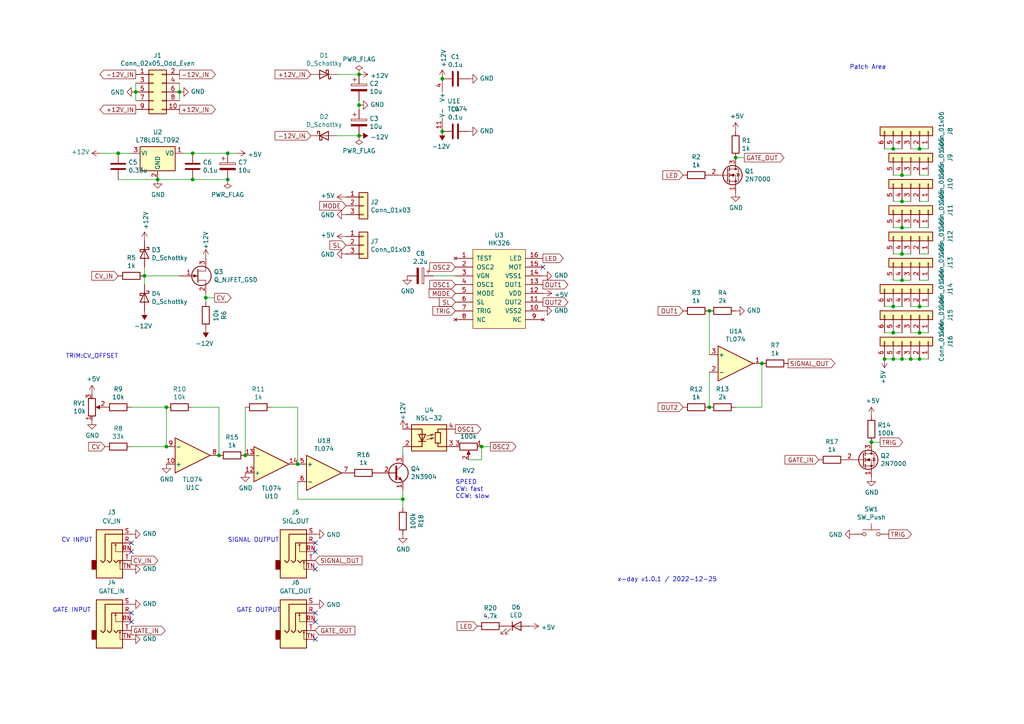
<source format=kicad_sch>
(kicad_sch (version 20211123) (generator eeschema)

  (uuid 1f80c6a5-7d97-43be-bc8e-d4c38dae1e77)

  (paper "A4")

  (lib_symbols
    (symbol "Amplifier_Operational:TL074" (pin_names (offset 0.127)) (in_bom yes) (on_board yes)
      (property "Reference" "U" (id 0) (at 0 5.08 0)
        (effects (font (size 1.27 1.27)) (justify left))
      )
      (property "Value" "TL074" (id 1) (at 0 -5.08 0)
        (effects (font (size 1.27 1.27)) (justify left))
      )
      (property "Footprint" "" (id 2) (at -1.27 2.54 0)
        (effects (font (size 1.27 1.27)) hide)
      )
      (property "Datasheet" "http://www.ti.com/lit/ds/symlink/tl071.pdf" (id 3) (at 1.27 5.08 0)
        (effects (font (size 1.27 1.27)) hide)
      )
      (property "ki_locked" "" (id 4) (at 0 0 0)
        (effects (font (size 1.27 1.27)))
      )
      (property "ki_keywords" "quad opamp" (id 5) (at 0 0 0)
        (effects (font (size 1.27 1.27)) hide)
      )
      (property "ki_description" "Quad Low-Noise JFET-Input Operational Amplifiers, DIP-14/SOIC-14" (id 6) (at 0 0 0)
        (effects (font (size 1.27 1.27)) hide)
      )
      (property "ki_fp_filters" "SOIC*3.9x8.7mm*P1.27mm* DIP*W7.62mm* TSSOP*4.4x5mm*P0.65mm* SSOP*5.3x6.2mm*P0.65mm* MSOP*3x3mm*P0.5mm*" (id 7) (at 0 0 0)
        (effects (font (size 1.27 1.27)) hide)
      )
      (symbol "TL074_1_1"
        (polyline
          (pts
            (xy -5.08 5.08)
            (xy 5.08 0)
            (xy -5.08 -5.08)
            (xy -5.08 5.08)
          )
          (stroke (width 0.254) (type default) (color 0 0 0 0))
          (fill (type background))
        )
        (pin output line (at 7.62 0 180) (length 2.54)
          (name "~" (effects (font (size 1.27 1.27))))
          (number "1" (effects (font (size 1.27 1.27))))
        )
        (pin input line (at -7.62 -2.54 0) (length 2.54)
          (name "-" (effects (font (size 1.27 1.27))))
          (number "2" (effects (font (size 1.27 1.27))))
        )
        (pin input line (at -7.62 2.54 0) (length 2.54)
          (name "+" (effects (font (size 1.27 1.27))))
          (number "3" (effects (font (size 1.27 1.27))))
        )
      )
      (symbol "TL074_2_1"
        (polyline
          (pts
            (xy -5.08 5.08)
            (xy 5.08 0)
            (xy -5.08 -5.08)
            (xy -5.08 5.08)
          )
          (stroke (width 0.254) (type default) (color 0 0 0 0))
          (fill (type background))
        )
        (pin input line (at -7.62 2.54 0) (length 2.54)
          (name "+" (effects (font (size 1.27 1.27))))
          (number "5" (effects (font (size 1.27 1.27))))
        )
        (pin input line (at -7.62 -2.54 0) (length 2.54)
          (name "-" (effects (font (size 1.27 1.27))))
          (number "6" (effects (font (size 1.27 1.27))))
        )
        (pin output line (at 7.62 0 180) (length 2.54)
          (name "~" (effects (font (size 1.27 1.27))))
          (number "7" (effects (font (size 1.27 1.27))))
        )
      )
      (symbol "TL074_3_1"
        (polyline
          (pts
            (xy -5.08 5.08)
            (xy 5.08 0)
            (xy -5.08 -5.08)
            (xy -5.08 5.08)
          )
          (stroke (width 0.254) (type default) (color 0 0 0 0))
          (fill (type background))
        )
        (pin input line (at -7.62 2.54 0) (length 2.54)
          (name "+" (effects (font (size 1.27 1.27))))
          (number "10" (effects (font (size 1.27 1.27))))
        )
        (pin output line (at 7.62 0 180) (length 2.54)
          (name "~" (effects (font (size 1.27 1.27))))
          (number "8" (effects (font (size 1.27 1.27))))
        )
        (pin input line (at -7.62 -2.54 0) (length 2.54)
          (name "-" (effects (font (size 1.27 1.27))))
          (number "9" (effects (font (size 1.27 1.27))))
        )
      )
      (symbol "TL074_4_1"
        (polyline
          (pts
            (xy -5.08 5.08)
            (xy 5.08 0)
            (xy -5.08 -5.08)
            (xy -5.08 5.08)
          )
          (stroke (width 0.254) (type default) (color 0 0 0 0))
          (fill (type background))
        )
        (pin input line (at -7.62 2.54 0) (length 2.54)
          (name "+" (effects (font (size 1.27 1.27))))
          (number "12" (effects (font (size 1.27 1.27))))
        )
        (pin input line (at -7.62 -2.54 0) (length 2.54)
          (name "-" (effects (font (size 1.27 1.27))))
          (number "13" (effects (font (size 1.27 1.27))))
        )
        (pin output line (at 7.62 0 180) (length 2.54)
          (name "~" (effects (font (size 1.27 1.27))))
          (number "14" (effects (font (size 1.27 1.27))))
        )
      )
      (symbol "TL074_5_1"
        (pin power_in line (at -2.54 -7.62 90) (length 3.81)
          (name "V-" (effects (font (size 1.27 1.27))))
          (number "11" (effects (font (size 1.27 1.27))))
        )
        (pin power_in line (at -2.54 7.62 270) (length 3.81)
          (name "V+" (effects (font (size 1.27 1.27))))
          (number "4" (effects (font (size 1.27 1.27))))
        )
      )
    )
    (symbol "Connector:AudioJack3_SwitchTR" (in_bom yes) (on_board yes)
      (property "Reference" "J" (id 0) (at 0 8.89 0)
        (effects (font (size 1.27 1.27)))
      )
      (property "Value" "AudioJack3_SwitchTR" (id 1) (at 0 6.35 0)
        (effects (font (size 1.27 1.27)))
      )
      (property "Footprint" "" (id 2) (at 0 0 0)
        (effects (font (size 1.27 1.27)) hide)
      )
      (property "Datasheet" "~" (id 3) (at 0 0 0)
        (effects (font (size 1.27 1.27)) hide)
      )
      (property "ki_keywords" "audio jack receptacle stereo headphones phones TRS connector" (id 4) (at 0 0 0)
        (effects (font (size 1.27 1.27)) hide)
      )
      (property "ki_description" "Audio Jack, 3 Poles (Stereo / TRS), Switched TR Poles (Normalling)" (id 5) (at 0 0 0)
        (effects (font (size 1.27 1.27)) hide)
      )
      (property "ki_fp_filters" "Jack*" (id 6) (at 0 0 0)
        (effects (font (size 1.27 1.27)) hide)
      )
      (symbol "AudioJack3_SwitchTR_0_1"
        (rectangle (start -5.08 -5.08) (end -6.35 -7.62)
          (stroke (width 0.254) (type default) (color 0 0 0 0))
          (fill (type outline))
        )
        (polyline
          (pts
            (xy 0.508 -0.254)
            (xy 0.762 -0.762)
          )
          (stroke (width 0) (type default) (color 0 0 0 0))
          (fill (type none))
        )
        (polyline
          (pts
            (xy 1.778 -5.334)
            (xy 2.032 -5.842)
          )
          (stroke (width 0) (type default) (color 0 0 0 0))
          (fill (type none))
        )
        (polyline
          (pts
            (xy 0 -5.08)
            (xy 0.635 -5.715)
            (xy 1.27 -5.08)
            (xy 2.54 -5.08)
          )
          (stroke (width 0.254) (type default) (color 0 0 0 0))
          (fill (type none))
        )
        (polyline
          (pts
            (xy 2.54 -7.62)
            (xy 1.778 -7.62)
            (xy 1.778 -5.334)
            (xy 1.524 -5.842)
          )
          (stroke (width 0) (type default) (color 0 0 0 0))
          (fill (type none))
        )
        (polyline
          (pts
            (xy 2.54 -2.54)
            (xy 0.508 -2.54)
            (xy 0.508 -0.254)
            (xy 0.254 -0.762)
          )
          (stroke (width 0) (type default) (color 0 0 0 0))
          (fill (type none))
        )
        (polyline
          (pts
            (xy -1.905 -5.08)
            (xy -1.27 -5.715)
            (xy -0.635 -5.08)
            (xy -0.635 0)
            (xy 2.54 0)
          )
          (stroke (width 0.254) (type default) (color 0 0 0 0))
          (fill (type none))
        )
        (polyline
          (pts
            (xy 2.54 2.54)
            (xy -2.54 2.54)
            (xy -2.54 -5.08)
            (xy -3.175 -5.715)
            (xy -3.81 -5.08)
          )
          (stroke (width 0.254) (type default) (color 0 0 0 0))
          (fill (type none))
        )
        (rectangle (start 2.54 3.81) (end -5.08 -10.16)
          (stroke (width 0.254) (type default) (color 0 0 0 0))
          (fill (type background))
        )
      )
      (symbol "AudioJack3_SwitchTR_1_1"
        (pin passive line (at 5.08 0 180) (length 2.54)
          (name "~" (effects (font (size 1.27 1.27))))
          (number "R" (effects (font (size 1.27 1.27))))
        )
        (pin passive line (at 5.08 -2.54 180) (length 2.54)
          (name "~" (effects (font (size 1.27 1.27))))
          (number "RN" (effects (font (size 1.27 1.27))))
        )
        (pin passive line (at 5.08 2.54 180) (length 2.54)
          (name "~" (effects (font (size 1.27 1.27))))
          (number "S" (effects (font (size 1.27 1.27))))
        )
        (pin passive line (at 5.08 -5.08 180) (length 2.54)
          (name "~" (effects (font (size 1.27 1.27))))
          (number "T" (effects (font (size 1.27 1.27))))
        )
        (pin passive line (at 5.08 -7.62 180) (length 2.54)
          (name "~" (effects (font (size 1.27 1.27))))
          (number "TN" (effects (font (size 1.27 1.27))))
        )
      )
    )
    (symbol "Connector_Generic:Conn_01x03" (pin_names (offset 1.016) hide) (in_bom yes) (on_board yes)
      (property "Reference" "J" (id 0) (at 0 5.08 0)
        (effects (font (size 1.27 1.27)))
      )
      (property "Value" "Conn_01x03" (id 1) (at 0 -5.08 0)
        (effects (font (size 1.27 1.27)))
      )
      (property "Footprint" "" (id 2) (at 0 0 0)
        (effects (font (size 1.27 1.27)) hide)
      )
      (property "Datasheet" "~" (id 3) (at 0 0 0)
        (effects (font (size 1.27 1.27)) hide)
      )
      (property "ki_keywords" "connector" (id 4) (at 0 0 0)
        (effects (font (size 1.27 1.27)) hide)
      )
      (property "ki_description" "Generic connector, single row, 01x03, script generated (kicad-library-utils/schlib/autogen/connector/)" (id 5) (at 0 0 0)
        (effects (font (size 1.27 1.27)) hide)
      )
      (property "ki_fp_filters" "Connector*:*_1x??_*" (id 6) (at 0 0 0)
        (effects (font (size 1.27 1.27)) hide)
      )
      (symbol "Conn_01x03_1_1"
        (rectangle (start -1.27 -2.413) (end 0 -2.667)
          (stroke (width 0.1524) (type default) (color 0 0 0 0))
          (fill (type none))
        )
        (rectangle (start -1.27 0.127) (end 0 -0.127)
          (stroke (width 0.1524) (type default) (color 0 0 0 0))
          (fill (type none))
        )
        (rectangle (start -1.27 2.667) (end 0 2.413)
          (stroke (width 0.1524) (type default) (color 0 0 0 0))
          (fill (type none))
        )
        (rectangle (start -1.27 3.81) (end 1.27 -3.81)
          (stroke (width 0.254) (type default) (color 0 0 0 0))
          (fill (type background))
        )
        (pin passive line (at -5.08 2.54 0) (length 3.81)
          (name "Pin_1" (effects (font (size 1.27 1.27))))
          (number "1" (effects (font (size 1.27 1.27))))
        )
        (pin passive line (at -5.08 0 0) (length 3.81)
          (name "Pin_2" (effects (font (size 1.27 1.27))))
          (number "2" (effects (font (size 1.27 1.27))))
        )
        (pin passive line (at -5.08 -2.54 0) (length 3.81)
          (name "Pin_3" (effects (font (size 1.27 1.27))))
          (number "3" (effects (font (size 1.27 1.27))))
        )
      )
    )
    (symbol "Connector_Generic:Conn_01x05" (pin_names (offset 1.016) hide) (in_bom yes) (on_board yes)
      (property "Reference" "J" (id 0) (at 0 7.62 0)
        (effects (font (size 1.27 1.27)))
      )
      (property "Value" "Conn_01x05" (id 1) (at 0 -7.62 0)
        (effects (font (size 1.27 1.27)))
      )
      (property "Footprint" "" (id 2) (at 0 0 0)
        (effects (font (size 1.27 1.27)) hide)
      )
      (property "Datasheet" "~" (id 3) (at 0 0 0)
        (effects (font (size 1.27 1.27)) hide)
      )
      (property "ki_keywords" "connector" (id 4) (at 0 0 0)
        (effects (font (size 1.27 1.27)) hide)
      )
      (property "ki_description" "Generic connector, single row, 01x05, script generated (kicad-library-utils/schlib/autogen/connector/)" (id 5) (at 0 0 0)
        (effects (font (size 1.27 1.27)) hide)
      )
      (property "ki_fp_filters" "Connector*:*_1x??_*" (id 6) (at 0 0 0)
        (effects (font (size 1.27 1.27)) hide)
      )
      (symbol "Conn_01x05_1_1"
        (rectangle (start -1.27 -4.953) (end 0 -5.207)
          (stroke (width 0.1524) (type default) (color 0 0 0 0))
          (fill (type none))
        )
        (rectangle (start -1.27 -2.413) (end 0 -2.667)
          (stroke (width 0.1524) (type default) (color 0 0 0 0))
          (fill (type none))
        )
        (rectangle (start -1.27 0.127) (end 0 -0.127)
          (stroke (width 0.1524) (type default) (color 0 0 0 0))
          (fill (type none))
        )
        (rectangle (start -1.27 2.667) (end 0 2.413)
          (stroke (width 0.1524) (type default) (color 0 0 0 0))
          (fill (type none))
        )
        (rectangle (start -1.27 5.207) (end 0 4.953)
          (stroke (width 0.1524) (type default) (color 0 0 0 0))
          (fill (type none))
        )
        (rectangle (start -1.27 6.35) (end 1.27 -6.35)
          (stroke (width 0.254) (type default) (color 0 0 0 0))
          (fill (type background))
        )
        (pin passive line (at -5.08 5.08 0) (length 3.81)
          (name "Pin_1" (effects (font (size 1.27 1.27))))
          (number "1" (effects (font (size 1.27 1.27))))
        )
        (pin passive line (at -5.08 2.54 0) (length 3.81)
          (name "Pin_2" (effects (font (size 1.27 1.27))))
          (number "2" (effects (font (size 1.27 1.27))))
        )
        (pin passive line (at -5.08 0 0) (length 3.81)
          (name "Pin_3" (effects (font (size 1.27 1.27))))
          (number "3" (effects (font (size 1.27 1.27))))
        )
        (pin passive line (at -5.08 -2.54 0) (length 3.81)
          (name "Pin_4" (effects (font (size 1.27 1.27))))
          (number "4" (effects (font (size 1.27 1.27))))
        )
        (pin passive line (at -5.08 -5.08 0) (length 3.81)
          (name "Pin_5" (effects (font (size 1.27 1.27))))
          (number "5" (effects (font (size 1.27 1.27))))
        )
      )
    )
    (symbol "Connector_Generic:Conn_01x06" (pin_names (offset 1.016) hide) (in_bom yes) (on_board yes)
      (property "Reference" "J" (id 0) (at 0 7.62 0)
        (effects (font (size 1.27 1.27)))
      )
      (property "Value" "Conn_01x06" (id 1) (at 0 -10.16 0)
        (effects (font (size 1.27 1.27)))
      )
      (property "Footprint" "" (id 2) (at 0 0 0)
        (effects (font (size 1.27 1.27)) hide)
      )
      (property "Datasheet" "~" (id 3) (at 0 0 0)
        (effects (font (size 1.27 1.27)) hide)
      )
      (property "ki_keywords" "connector" (id 4) (at 0 0 0)
        (effects (font (size 1.27 1.27)) hide)
      )
      (property "ki_description" "Generic connector, single row, 01x06, script generated (kicad-library-utils/schlib/autogen/connector/)" (id 5) (at 0 0 0)
        (effects (font (size 1.27 1.27)) hide)
      )
      (property "ki_fp_filters" "Connector*:*_1x??_*" (id 6) (at 0 0 0)
        (effects (font (size 1.27 1.27)) hide)
      )
      (symbol "Conn_01x06_1_1"
        (rectangle (start -1.27 -7.493) (end 0 -7.747)
          (stroke (width 0.1524) (type default) (color 0 0 0 0))
          (fill (type none))
        )
        (rectangle (start -1.27 -4.953) (end 0 -5.207)
          (stroke (width 0.1524) (type default) (color 0 0 0 0))
          (fill (type none))
        )
        (rectangle (start -1.27 -2.413) (end 0 -2.667)
          (stroke (width 0.1524) (type default) (color 0 0 0 0))
          (fill (type none))
        )
        (rectangle (start -1.27 0.127) (end 0 -0.127)
          (stroke (width 0.1524) (type default) (color 0 0 0 0))
          (fill (type none))
        )
        (rectangle (start -1.27 2.667) (end 0 2.413)
          (stroke (width 0.1524) (type default) (color 0 0 0 0))
          (fill (type none))
        )
        (rectangle (start -1.27 5.207) (end 0 4.953)
          (stroke (width 0.1524) (type default) (color 0 0 0 0))
          (fill (type none))
        )
        (rectangle (start -1.27 6.35) (end 1.27 -8.89)
          (stroke (width 0.254) (type default) (color 0 0 0 0))
          (fill (type background))
        )
        (pin passive line (at -5.08 5.08 0) (length 3.81)
          (name "Pin_1" (effects (font (size 1.27 1.27))))
          (number "1" (effects (font (size 1.27 1.27))))
        )
        (pin passive line (at -5.08 2.54 0) (length 3.81)
          (name "Pin_2" (effects (font (size 1.27 1.27))))
          (number "2" (effects (font (size 1.27 1.27))))
        )
        (pin passive line (at -5.08 0 0) (length 3.81)
          (name "Pin_3" (effects (font (size 1.27 1.27))))
          (number "3" (effects (font (size 1.27 1.27))))
        )
        (pin passive line (at -5.08 -2.54 0) (length 3.81)
          (name "Pin_4" (effects (font (size 1.27 1.27))))
          (number "4" (effects (font (size 1.27 1.27))))
        )
        (pin passive line (at -5.08 -5.08 0) (length 3.81)
          (name "Pin_5" (effects (font (size 1.27 1.27))))
          (number "5" (effects (font (size 1.27 1.27))))
        )
        (pin passive line (at -5.08 -7.62 0) (length 3.81)
          (name "Pin_6" (effects (font (size 1.27 1.27))))
          (number "6" (effects (font (size 1.27 1.27))))
        )
      )
    )
    (symbol "Connector_Generic:Conn_02x05_Odd_Even" (pin_names (offset 1.016) hide) (in_bom yes) (on_board yes)
      (property "Reference" "J" (id 0) (at 1.27 7.62 0)
        (effects (font (size 1.27 1.27)))
      )
      (property "Value" "Conn_02x05_Odd_Even" (id 1) (at 1.27 -7.62 0)
        (effects (font (size 1.27 1.27)))
      )
      (property "Footprint" "" (id 2) (at 0 0 0)
        (effects (font (size 1.27 1.27)) hide)
      )
      (property "Datasheet" "~" (id 3) (at 0 0 0)
        (effects (font (size 1.27 1.27)) hide)
      )
      (property "ki_keywords" "connector" (id 4) (at 0 0 0)
        (effects (font (size 1.27 1.27)) hide)
      )
      (property "ki_description" "Generic connector, double row, 02x05, odd/even pin numbering scheme (row 1 odd numbers, row 2 even numbers), script generated (kicad-library-utils/schlib/autogen/connector/)" (id 5) (at 0 0 0)
        (effects (font (size 1.27 1.27)) hide)
      )
      (property "ki_fp_filters" "Connector*:*_2x??_*" (id 6) (at 0 0 0)
        (effects (font (size 1.27 1.27)) hide)
      )
      (symbol "Conn_02x05_Odd_Even_1_1"
        (rectangle (start -1.27 -4.953) (end 0 -5.207)
          (stroke (width 0.1524) (type default) (color 0 0 0 0))
          (fill (type none))
        )
        (rectangle (start -1.27 -2.413) (end 0 -2.667)
          (stroke (width 0.1524) (type default) (color 0 0 0 0))
          (fill (type none))
        )
        (rectangle (start -1.27 0.127) (end 0 -0.127)
          (stroke (width 0.1524) (type default) (color 0 0 0 0))
          (fill (type none))
        )
        (rectangle (start -1.27 2.667) (end 0 2.413)
          (stroke (width 0.1524) (type default) (color 0 0 0 0))
          (fill (type none))
        )
        (rectangle (start -1.27 5.207) (end 0 4.953)
          (stroke (width 0.1524) (type default) (color 0 0 0 0))
          (fill (type none))
        )
        (rectangle (start -1.27 6.35) (end 3.81 -6.35)
          (stroke (width 0.254) (type default) (color 0 0 0 0))
          (fill (type background))
        )
        (rectangle (start 3.81 -4.953) (end 2.54 -5.207)
          (stroke (width 0.1524) (type default) (color 0 0 0 0))
          (fill (type none))
        )
        (rectangle (start 3.81 -2.413) (end 2.54 -2.667)
          (stroke (width 0.1524) (type default) (color 0 0 0 0))
          (fill (type none))
        )
        (rectangle (start 3.81 0.127) (end 2.54 -0.127)
          (stroke (width 0.1524) (type default) (color 0 0 0 0))
          (fill (type none))
        )
        (rectangle (start 3.81 2.667) (end 2.54 2.413)
          (stroke (width 0.1524) (type default) (color 0 0 0 0))
          (fill (type none))
        )
        (rectangle (start 3.81 5.207) (end 2.54 4.953)
          (stroke (width 0.1524) (type default) (color 0 0 0 0))
          (fill (type none))
        )
        (pin passive line (at -5.08 5.08 0) (length 3.81)
          (name "Pin_1" (effects (font (size 1.27 1.27))))
          (number "1" (effects (font (size 1.27 1.27))))
        )
        (pin passive line (at 7.62 -5.08 180) (length 3.81)
          (name "Pin_10" (effects (font (size 1.27 1.27))))
          (number "10" (effects (font (size 1.27 1.27))))
        )
        (pin passive line (at 7.62 5.08 180) (length 3.81)
          (name "Pin_2" (effects (font (size 1.27 1.27))))
          (number "2" (effects (font (size 1.27 1.27))))
        )
        (pin passive line (at -5.08 2.54 0) (length 3.81)
          (name "Pin_3" (effects (font (size 1.27 1.27))))
          (number "3" (effects (font (size 1.27 1.27))))
        )
        (pin passive line (at 7.62 2.54 180) (length 3.81)
          (name "Pin_4" (effects (font (size 1.27 1.27))))
          (number "4" (effects (font (size 1.27 1.27))))
        )
        (pin passive line (at -5.08 0 0) (length 3.81)
          (name "Pin_5" (effects (font (size 1.27 1.27))))
          (number "5" (effects (font (size 1.27 1.27))))
        )
        (pin passive line (at 7.62 0 180) (length 3.81)
          (name "Pin_6" (effects (font (size 1.27 1.27))))
          (number "6" (effects (font (size 1.27 1.27))))
        )
        (pin passive line (at -5.08 -2.54 0) (length 3.81)
          (name "Pin_7" (effects (font (size 1.27 1.27))))
          (number "7" (effects (font (size 1.27 1.27))))
        )
        (pin passive line (at 7.62 -2.54 180) (length 3.81)
          (name "Pin_8" (effects (font (size 1.27 1.27))))
          (number "8" (effects (font (size 1.27 1.27))))
        )
        (pin passive line (at -5.08 -5.08 0) (length 3.81)
          (name "Pin_9" (effects (font (size 1.27 1.27))))
          (number "9" (effects (font (size 1.27 1.27))))
        )
      )
    )
    (symbol "Device:C" (pin_numbers hide) (pin_names (offset 0.254)) (in_bom yes) (on_board yes)
      (property "Reference" "C" (id 0) (at 0.635 2.54 0)
        (effects (font (size 1.27 1.27)) (justify left))
      )
      (property "Value" "C" (id 1) (at 0.635 -2.54 0)
        (effects (font (size 1.27 1.27)) (justify left))
      )
      (property "Footprint" "" (id 2) (at 0.9652 -3.81 0)
        (effects (font (size 1.27 1.27)) hide)
      )
      (property "Datasheet" "~" (id 3) (at 0 0 0)
        (effects (font (size 1.27 1.27)) hide)
      )
      (property "ki_keywords" "cap capacitor" (id 4) (at 0 0 0)
        (effects (font (size 1.27 1.27)) hide)
      )
      (property "ki_description" "Unpolarized capacitor" (id 5) (at 0 0 0)
        (effects (font (size 1.27 1.27)) hide)
      )
      (property "ki_fp_filters" "C_*" (id 6) (at 0 0 0)
        (effects (font (size 1.27 1.27)) hide)
      )
      (symbol "C_0_1"
        (polyline
          (pts
            (xy -2.032 -0.762)
            (xy 2.032 -0.762)
          )
          (stroke (width 0.508) (type default) (color 0 0 0 0))
          (fill (type none))
        )
        (polyline
          (pts
            (xy -2.032 0.762)
            (xy 2.032 0.762)
          )
          (stroke (width 0.508) (type default) (color 0 0 0 0))
          (fill (type none))
        )
      )
      (symbol "C_1_1"
        (pin passive line (at 0 3.81 270) (length 2.794)
          (name "~" (effects (font (size 1.27 1.27))))
          (number "1" (effects (font (size 1.27 1.27))))
        )
        (pin passive line (at 0 -3.81 90) (length 2.794)
          (name "~" (effects (font (size 1.27 1.27))))
          (number "2" (effects (font (size 1.27 1.27))))
        )
      )
    )
    (symbol "Device:D_Schottky" (pin_numbers hide) (pin_names (offset 1.016) hide) (in_bom yes) (on_board yes)
      (property "Reference" "D" (id 0) (at 0 2.54 0)
        (effects (font (size 1.27 1.27)))
      )
      (property "Value" "D_Schottky" (id 1) (at 0 -2.54 0)
        (effects (font (size 1.27 1.27)))
      )
      (property "Footprint" "" (id 2) (at 0 0 0)
        (effects (font (size 1.27 1.27)) hide)
      )
      (property "Datasheet" "~" (id 3) (at 0 0 0)
        (effects (font (size 1.27 1.27)) hide)
      )
      (property "ki_keywords" "diode Schottky" (id 4) (at 0 0 0)
        (effects (font (size 1.27 1.27)) hide)
      )
      (property "ki_description" "Schottky diode" (id 5) (at 0 0 0)
        (effects (font (size 1.27 1.27)) hide)
      )
      (property "ki_fp_filters" "TO-???* *_Diode_* *SingleDiode* D_*" (id 6) (at 0 0 0)
        (effects (font (size 1.27 1.27)) hide)
      )
      (symbol "D_Schottky_0_1"
        (polyline
          (pts
            (xy 1.27 0)
            (xy -1.27 0)
          )
          (stroke (width 0) (type default) (color 0 0 0 0))
          (fill (type none))
        )
        (polyline
          (pts
            (xy 1.27 1.27)
            (xy 1.27 -1.27)
            (xy -1.27 0)
            (xy 1.27 1.27)
          )
          (stroke (width 0.254) (type default) (color 0 0 0 0))
          (fill (type none))
        )
        (polyline
          (pts
            (xy -1.905 0.635)
            (xy -1.905 1.27)
            (xy -1.27 1.27)
            (xy -1.27 -1.27)
            (xy -0.635 -1.27)
            (xy -0.635 -0.635)
          )
          (stroke (width 0.254) (type default) (color 0 0 0 0))
          (fill (type none))
        )
      )
      (symbol "D_Schottky_1_1"
        (pin passive line (at -3.81 0 0) (length 2.54)
          (name "K" (effects (font (size 1.27 1.27))))
          (number "1" (effects (font (size 1.27 1.27))))
        )
        (pin passive line (at 3.81 0 180) (length 2.54)
          (name "A" (effects (font (size 1.27 1.27))))
          (number "2" (effects (font (size 1.27 1.27))))
        )
      )
    )
    (symbol "Device:LED" (pin_numbers hide) (pin_names (offset 1.016) hide) (in_bom yes) (on_board yes)
      (property "Reference" "D" (id 0) (at 0 2.54 0)
        (effects (font (size 1.27 1.27)))
      )
      (property "Value" "LED" (id 1) (at 0 -2.54 0)
        (effects (font (size 1.27 1.27)))
      )
      (property "Footprint" "" (id 2) (at 0 0 0)
        (effects (font (size 1.27 1.27)) hide)
      )
      (property "Datasheet" "~" (id 3) (at 0 0 0)
        (effects (font (size 1.27 1.27)) hide)
      )
      (property "ki_keywords" "LED diode" (id 4) (at 0 0 0)
        (effects (font (size 1.27 1.27)) hide)
      )
      (property "ki_description" "Light emitting diode" (id 5) (at 0 0 0)
        (effects (font (size 1.27 1.27)) hide)
      )
      (property "ki_fp_filters" "LED* LED_SMD:* LED_THT:*" (id 6) (at 0 0 0)
        (effects (font (size 1.27 1.27)) hide)
      )
      (symbol "LED_0_1"
        (polyline
          (pts
            (xy -1.27 -1.27)
            (xy -1.27 1.27)
          )
          (stroke (width 0.254) (type default) (color 0 0 0 0))
          (fill (type none))
        )
        (polyline
          (pts
            (xy -1.27 0)
            (xy 1.27 0)
          )
          (stroke (width 0) (type default) (color 0 0 0 0))
          (fill (type none))
        )
        (polyline
          (pts
            (xy 1.27 -1.27)
            (xy 1.27 1.27)
            (xy -1.27 0)
            (xy 1.27 -1.27)
          )
          (stroke (width 0.254) (type default) (color 0 0 0 0))
          (fill (type none))
        )
        (polyline
          (pts
            (xy -3.048 -0.762)
            (xy -4.572 -2.286)
            (xy -3.81 -2.286)
            (xy -4.572 -2.286)
            (xy -4.572 -1.524)
          )
          (stroke (width 0) (type default) (color 0 0 0 0))
          (fill (type none))
        )
        (polyline
          (pts
            (xy -1.778 -0.762)
            (xy -3.302 -2.286)
            (xy -2.54 -2.286)
            (xy -3.302 -2.286)
            (xy -3.302 -1.524)
          )
          (stroke (width 0) (type default) (color 0 0 0 0))
          (fill (type none))
        )
      )
      (symbol "LED_1_1"
        (pin passive line (at -3.81 0 0) (length 2.54)
          (name "K" (effects (font (size 1.27 1.27))))
          (number "1" (effects (font (size 1.27 1.27))))
        )
        (pin passive line (at 3.81 0 180) (length 2.54)
          (name "A" (effects (font (size 1.27 1.27))))
          (number "2" (effects (font (size 1.27 1.27))))
        )
      )
    )
    (symbol "Device:Q_NJFET_GSD" (pin_names (offset 0) hide) (in_bom yes) (on_board yes)
      (property "Reference" "Q" (id 0) (at 5.08 1.27 0)
        (effects (font (size 1.27 1.27)) (justify left))
      )
      (property "Value" "Q_NJFET_GSD" (id 1) (at 5.08 -1.27 0)
        (effects (font (size 1.27 1.27)) (justify left))
      )
      (property "Footprint" "" (id 2) (at 5.08 2.54 0)
        (effects (font (size 1.27 1.27)) hide)
      )
      (property "Datasheet" "~" (id 3) (at 0 0 0)
        (effects (font (size 1.27 1.27)) hide)
      )
      (property "ki_keywords" "transistor NJFET N-JFET" (id 4) (at 0 0 0)
        (effects (font (size 1.27 1.27)) hide)
      )
      (property "ki_description" "N-JFET transistor, gate/source/drain" (id 5) (at 0 0 0)
        (effects (font (size 1.27 1.27)) hide)
      )
      (symbol "Q_NJFET_GSD_0_1"
        (polyline
          (pts
            (xy 0.254 1.905)
            (xy 0.254 -1.905)
            (xy 0.254 -1.905)
          )
          (stroke (width 0.254) (type default) (color 0 0 0 0))
          (fill (type none))
        )
        (polyline
          (pts
            (xy 2.54 -2.54)
            (xy 2.54 -1.27)
            (xy 0.254 -1.27)
          )
          (stroke (width 0) (type default) (color 0 0 0 0))
          (fill (type none))
        )
        (polyline
          (pts
            (xy 2.54 2.54)
            (xy 2.54 1.397)
            (xy 0.254 1.397)
          )
          (stroke (width 0) (type default) (color 0 0 0 0))
          (fill (type none))
        )
        (polyline
          (pts
            (xy 0 0)
            (xy -1.016 0.381)
            (xy -1.016 -0.381)
            (xy 0 0)
          )
          (stroke (width 0) (type default) (color 0 0 0 0))
          (fill (type outline))
        )
        (circle (center 1.27 0) (radius 2.8194)
          (stroke (width 0.254) (type default) (color 0 0 0 0))
          (fill (type none))
        )
      )
      (symbol "Q_NJFET_GSD_1_1"
        (pin input line (at -5.08 0 0) (length 5.334)
          (name "G" (effects (font (size 1.27 1.27))))
          (number "1" (effects (font (size 1.27 1.27))))
        )
        (pin passive line (at 2.54 -5.08 90) (length 2.54)
          (name "S" (effects (font (size 1.27 1.27))))
          (number "2" (effects (font (size 1.27 1.27))))
        )
        (pin passive line (at 2.54 5.08 270) (length 2.54)
          (name "D" (effects (font (size 1.27 1.27))))
          (number "3" (effects (font (size 1.27 1.27))))
        )
      )
    )
    (symbol "Device:R" (pin_numbers hide) (pin_names (offset 0)) (in_bom yes) (on_board yes)
      (property "Reference" "R" (id 0) (at 2.032 0 90)
        (effects (font (size 1.27 1.27)))
      )
      (property "Value" "R" (id 1) (at 0 0 90)
        (effects (font (size 1.27 1.27)))
      )
      (property "Footprint" "" (id 2) (at -1.778 0 90)
        (effects (font (size 1.27 1.27)) hide)
      )
      (property "Datasheet" "~" (id 3) (at 0 0 0)
        (effects (font (size 1.27 1.27)) hide)
      )
      (property "ki_keywords" "R res resistor" (id 4) (at 0 0 0)
        (effects (font (size 1.27 1.27)) hide)
      )
      (property "ki_description" "Resistor" (id 5) (at 0 0 0)
        (effects (font (size 1.27 1.27)) hide)
      )
      (property "ki_fp_filters" "R_*" (id 6) (at 0 0 0)
        (effects (font (size 1.27 1.27)) hide)
      )
      (symbol "R_0_1"
        (rectangle (start -1.016 -2.54) (end 1.016 2.54)
          (stroke (width 0.254) (type default) (color 0 0 0 0))
          (fill (type none))
        )
      )
      (symbol "R_1_1"
        (pin passive line (at 0 3.81 270) (length 1.27)
          (name "~" (effects (font (size 1.27 1.27))))
          (number "1" (effects (font (size 1.27 1.27))))
        )
        (pin passive line (at 0 -3.81 90) (length 1.27)
          (name "~" (effects (font (size 1.27 1.27))))
          (number "2" (effects (font (size 1.27 1.27))))
        )
      )
    )
    (symbol "Isolator:NSL-32" (pin_names (offset 0.762) hide) (in_bom yes) (on_board yes)
      (property "Reference" "U" (id 0) (at 0 5.08 0)
        (effects (font (size 1.27 1.27)))
      )
      (property "Value" "NSL-32" (id 1) (at 0 -5.08 0)
        (effects (font (size 1.27 1.27)))
      )
      (property "Footprint" "OptoDevice:Luna_NSL-32" (id 2) (at 0 -7.62 0)
        (effects (font (size 1.27 1.27)) hide)
      )
      (property "Datasheet" "http://lunainc.com/wp-content/uploads/2016/06/NSL-32.pdf" (id 3) (at 1.27 0 0)
        (effects (font (size 1.27 1.27)) hide)
      )
      (property "ki_keywords" "optocoupler" (id 4) (at 0 0 0)
        (effects (font (size 1.27 1.27)) hide)
      )
      (property "ki_description" "Optocoupler, LED Input, Photocell Output" (id 5) (at 0 0 0)
        (effects (font (size 1.27 1.27)) hide)
      )
      (property "ki_fp_filters" "Luna*NSL?32*" (id 6) (at 0 0 0)
        (effects (font (size 1.27 1.27)) hide)
      )
      (symbol "NSL-32_0_1"
        (rectangle (start -5.08 3.81) (end 5.08 -3.81)
          (stroke (width 0.254) (type default) (color 0 0 0 0))
          (fill (type background))
        )
        (polyline
          (pts
            (xy -5.08 2.54)
            (xy -2.54 2.54)
          )
          (stroke (width 0.254) (type default) (color 0 0 0 0))
          (fill (type none))
        )
        (polyline
          (pts
            (xy -2.794 -2.54)
            (xy -5.08 -2.54)
          )
          (stroke (width 0.254) (type default) (color 0 0 0 0))
          (fill (type none))
        )
        (polyline
          (pts
            (xy -1.016 -1.016)
            (xy -3.048 -1.016)
            (xy -3.048 -1.016)
          )
          (stroke (width 0.254) (type default) (color 0 0 0 0))
          (fill (type none))
        )
        (polyline
          (pts
            (xy -0.762 -0.508)
            (xy 1.27 0)
            (xy 1.27 0)
          )
          (stroke (width 0) (type default) (color 0 0 0 0))
          (fill (type none))
        )
        (polyline
          (pts
            (xy -0.762 0.508)
            (xy 1.27 1.016)
            (xy 1.27 1.016)
          )
          (stroke (width 0) (type default) (color 0 0 0 0))
          (fill (type none))
        )
        (polyline
          (pts
            (xy 2.54 -1.524)
            (xy 2.54 -2.54)
            (xy 5.08 -2.54)
          )
          (stroke (width 0.254) (type default) (color 0 0 0 0))
          (fill (type none))
        )
        (polyline
          (pts
            (xy 2.54 1.524)
            (xy 2.54 2.54)
            (xy 5.08 2.54)
          )
          (stroke (width 0.254) (type default) (color 0 0 0 0))
          (fill (type none))
        )
        (polyline
          (pts
            (xy -2.794 -2.54)
            (xy -2.032 -2.54)
            (xy -2.032 2.54)
            (xy -2.794 2.54)
          )
          (stroke (width 0.254) (type default) (color 0 0 0 0))
          (fill (type none))
        )
        (polyline
          (pts
            (xy 0.254 0)
            (xy 1.27 0)
            (xy 0.508 -0.508)
            (xy 0.508 -0.508)
          )
          (stroke (width 0) (type default) (color 0 0 0 0))
          (fill (type none))
        )
        (polyline
          (pts
            (xy 0.254 1.016)
            (xy 1.27 1.016)
            (xy 0.508 0.508)
            (xy 0.508 0.508)
          )
          (stroke (width 0) (type default) (color 0 0 0 0))
          (fill (type none))
        )
        (polyline
          (pts
            (xy -1.016 1.016)
            (xy -3.048 1.016)
            (xy -2.032 -1.016)
            (xy -1.016 1.016)
            (xy -1.016 1.016)
            (xy -1.016 1.016)
          )
          (stroke (width 0.254) (type default) (color 0 0 0 0))
          (fill (type none))
        )
        (rectangle (start 1.778 1.524) (end 3.302 -1.524)
          (stroke (width 0.254) (type default) (color 0 0 0 0))
          (fill (type none))
        )
      )
      (symbol "NSL-32_1_1"
        (pin passive line (at -7.62 2.54 0) (length 2.54)
          (name "A" (effects (font (size 1.27 1.27))))
          (number "1" (effects (font (size 1.27 1.27))))
        )
        (pin passive line (at -7.62 -2.54 0) (length 2.54)
          (name "K" (effects (font (size 1.27 1.27))))
          (number "2" (effects (font (size 1.27 1.27))))
        )
        (pin passive line (at 7.62 -2.54 180) (length 2.54)
          (name "R" (effects (font (size 1.27 1.27))))
          (number "3" (effects (font (size 1.27 1.27))))
        )
        (pin passive line (at 7.62 2.54 180) (length 2.54)
          (name "R" (effects (font (size 1.27 1.27))))
          (number "4" (effects (font (size 1.27 1.27))))
        )
      )
    )
    (symbol "Regulator_Linear:L78L05_TO92" (pin_names (offset 0.254)) (in_bom yes) (on_board yes)
      (property "Reference" "U" (id 0) (at -3.81 3.175 0)
        (effects (font (size 1.27 1.27)))
      )
      (property "Value" "L78L05_TO92" (id 1) (at 0 3.175 0)
        (effects (font (size 1.27 1.27)) (justify left))
      )
      (property "Footprint" "Package_TO_SOT_THT:TO-92_Inline" (id 2) (at 0 5.715 0)
        (effects (font (size 1.27 1.27) italic) hide)
      )
      (property "Datasheet" "http://www.st.com/content/ccc/resource/technical/document/datasheet/15/55/e5/aa/23/5b/43/fd/CD00000446.pdf/files/CD00000446.pdf/jcr:content/translations/en.CD00000446.pdf" (id 3) (at 0 -1.27 0)
        (effects (font (size 1.27 1.27)) hide)
      )
      (property "ki_keywords" "Voltage Regulator 100mA Positive" (id 4) (at 0 0 0)
        (effects (font (size 1.27 1.27)) hide)
      )
      (property "ki_description" "Positive 100mA 30V Linear Regulator, Fixed Output 5V, TO-92" (id 5) (at 0 0 0)
        (effects (font (size 1.27 1.27)) hide)
      )
      (property "ki_fp_filters" "TO?92*" (id 6) (at 0 0 0)
        (effects (font (size 1.27 1.27)) hide)
      )
      (symbol "L78L05_TO92_0_1"
        (rectangle (start -5.08 -5.08) (end 5.08 1.905)
          (stroke (width 0.254) (type default) (color 0 0 0 0))
          (fill (type background))
        )
      )
      (symbol "L78L05_TO92_1_1"
        (pin power_out line (at 7.62 0 180) (length 2.54)
          (name "VO" (effects (font (size 1.27 1.27))))
          (number "1" (effects (font (size 1.27 1.27))))
        )
        (pin power_in line (at 0 -7.62 90) (length 2.54)
          (name "GND" (effects (font (size 1.27 1.27))))
          (number "2" (effects (font (size 1.27 1.27))))
        )
        (pin power_in line (at -7.62 0 0) (length 2.54)
          (name "VI" (effects (font (size 1.27 1.27))))
          (number "3" (effects (font (size 1.27 1.27))))
        )
      )
    )
    (symbol "Switch:SW_Push" (pin_numbers hide) (pin_names (offset 1.016) hide) (in_bom yes) (on_board yes)
      (property "Reference" "SW" (id 0) (at 1.27 2.54 0)
        (effects (font (size 1.27 1.27)) (justify left))
      )
      (property "Value" "SW_Push" (id 1) (at 0 -1.524 0)
        (effects (font (size 1.27 1.27)))
      )
      (property "Footprint" "" (id 2) (at 0 5.08 0)
        (effects (font (size 1.27 1.27)) hide)
      )
      (property "Datasheet" "~" (id 3) (at 0 5.08 0)
        (effects (font (size 1.27 1.27)) hide)
      )
      (property "ki_keywords" "switch normally-open pushbutton push-button" (id 4) (at 0 0 0)
        (effects (font (size 1.27 1.27)) hide)
      )
      (property "ki_description" "Push button switch, generic, two pins" (id 5) (at 0 0 0)
        (effects (font (size 1.27 1.27)) hide)
      )
      (symbol "SW_Push_0_1"
        (circle (center -2.032 0) (radius 0.508)
          (stroke (width 0) (type default) (color 0 0 0 0))
          (fill (type none))
        )
        (polyline
          (pts
            (xy 0 1.27)
            (xy 0 3.048)
          )
          (stroke (width 0) (type default) (color 0 0 0 0))
          (fill (type none))
        )
        (polyline
          (pts
            (xy 2.54 1.27)
            (xy -2.54 1.27)
          )
          (stroke (width 0) (type default) (color 0 0 0 0))
          (fill (type none))
        )
        (circle (center 2.032 0) (radius 0.508)
          (stroke (width 0) (type default) (color 0 0 0 0))
          (fill (type none))
        )
        (pin passive line (at -5.08 0 0) (length 2.54)
          (name "1" (effects (font (size 1.27 1.27))))
          (number "1" (effects (font (size 1.27 1.27))))
        )
        (pin passive line (at 5.08 0 180) (length 2.54)
          (name "2" (effects (font (size 1.27 1.27))))
          (number "2" (effects (font (size 1.27 1.27))))
        )
      )
    )
    (symbol "Transistor_BJT:2N3904" (pin_names (offset 0) hide) (in_bom yes) (on_board yes)
      (property "Reference" "Q" (id 0) (at 5.08 1.905 0)
        (effects (font (size 1.27 1.27)) (justify left))
      )
      (property "Value" "2N3904" (id 1) (at 5.08 0 0)
        (effects (font (size 1.27 1.27)) (justify left))
      )
      (property "Footprint" "Package_TO_SOT_THT:TO-92_Inline" (id 2) (at 5.08 -1.905 0)
        (effects (font (size 1.27 1.27) italic) (justify left) hide)
      )
      (property "Datasheet" "https://www.onsemi.com/pub/Collateral/2N3903-D.PDF" (id 3) (at 0 0 0)
        (effects (font (size 1.27 1.27)) (justify left) hide)
      )
      (property "ki_keywords" "NPN Transistor" (id 4) (at 0 0 0)
        (effects (font (size 1.27 1.27)) hide)
      )
      (property "ki_description" "0.2A Ic, 40V Vce, Small Signal NPN Transistor, TO-92" (id 5) (at 0 0 0)
        (effects (font (size 1.27 1.27)) hide)
      )
      (property "ki_fp_filters" "TO?92*" (id 6) (at 0 0 0)
        (effects (font (size 1.27 1.27)) hide)
      )
      (symbol "2N3904_0_1"
        (polyline
          (pts
            (xy 0.635 0.635)
            (xy 2.54 2.54)
          )
          (stroke (width 0) (type default) (color 0 0 0 0))
          (fill (type none))
        )
        (polyline
          (pts
            (xy 0.635 -0.635)
            (xy 2.54 -2.54)
            (xy 2.54 -2.54)
          )
          (stroke (width 0) (type default) (color 0 0 0 0))
          (fill (type none))
        )
        (polyline
          (pts
            (xy 0.635 1.905)
            (xy 0.635 -1.905)
            (xy 0.635 -1.905)
          )
          (stroke (width 0.508) (type default) (color 0 0 0 0))
          (fill (type none))
        )
        (polyline
          (pts
            (xy 1.27 -1.778)
            (xy 1.778 -1.27)
            (xy 2.286 -2.286)
            (xy 1.27 -1.778)
            (xy 1.27 -1.778)
          )
          (stroke (width 0) (type default) (color 0 0 0 0))
          (fill (type outline))
        )
        (circle (center 1.27 0) (radius 2.8194)
          (stroke (width 0.254) (type default) (color 0 0 0 0))
          (fill (type none))
        )
      )
      (symbol "2N3904_1_1"
        (pin passive line (at 2.54 -5.08 90) (length 2.54)
          (name "E" (effects (font (size 1.27 1.27))))
          (number "1" (effects (font (size 1.27 1.27))))
        )
        (pin passive line (at -5.08 0 0) (length 5.715)
          (name "B" (effects (font (size 1.27 1.27))))
          (number "2" (effects (font (size 1.27 1.27))))
        )
        (pin passive line (at 2.54 5.08 270) (length 2.54)
          (name "C" (effects (font (size 1.27 1.27))))
          (number "3" (effects (font (size 1.27 1.27))))
        )
      )
    )
    (symbol "Transistor_FET:2N7000" (pin_names hide) (in_bom yes) (on_board yes)
      (property "Reference" "Q" (id 0) (at 5.08 1.905 0)
        (effects (font (size 1.27 1.27)) (justify left))
      )
      (property "Value" "2N7000" (id 1) (at 5.08 0 0)
        (effects (font (size 1.27 1.27)) (justify left))
      )
      (property "Footprint" "Package_TO_SOT_THT:TO-92_Inline" (id 2) (at 5.08 -1.905 0)
        (effects (font (size 1.27 1.27) italic) (justify left) hide)
      )
      (property "Datasheet" "https://www.vishay.com/docs/70226/70226.pdf" (id 3) (at 0 0 0)
        (effects (font (size 1.27 1.27)) (justify left) hide)
      )
      (property "ki_keywords" "N-Channel MOSFET Logic-Level" (id 4) (at 0 0 0)
        (effects (font (size 1.27 1.27)) hide)
      )
      (property "ki_description" "0.2A Id, 200V Vds, N-Channel MOSFET, 2.6V Logic Level, TO-92" (id 5) (at 0 0 0)
        (effects (font (size 1.27 1.27)) hide)
      )
      (property "ki_fp_filters" "TO?92*" (id 6) (at 0 0 0)
        (effects (font (size 1.27 1.27)) hide)
      )
      (symbol "2N7000_0_1"
        (polyline
          (pts
            (xy 0.254 0)
            (xy -2.54 0)
          )
          (stroke (width 0) (type default) (color 0 0 0 0))
          (fill (type none))
        )
        (polyline
          (pts
            (xy 0.254 1.905)
            (xy 0.254 -1.905)
          )
          (stroke (width 0.254) (type default) (color 0 0 0 0))
          (fill (type none))
        )
        (polyline
          (pts
            (xy 0.762 -1.27)
            (xy 0.762 -2.286)
          )
          (stroke (width 0.254) (type default) (color 0 0 0 0))
          (fill (type none))
        )
        (polyline
          (pts
            (xy 0.762 0.508)
            (xy 0.762 -0.508)
          )
          (stroke (width 0.254) (type default) (color 0 0 0 0))
          (fill (type none))
        )
        (polyline
          (pts
            (xy 0.762 2.286)
            (xy 0.762 1.27)
          )
          (stroke (width 0.254) (type default) (color 0 0 0 0))
          (fill (type none))
        )
        (polyline
          (pts
            (xy 2.54 2.54)
            (xy 2.54 1.778)
          )
          (stroke (width 0) (type default) (color 0 0 0 0))
          (fill (type none))
        )
        (polyline
          (pts
            (xy 2.54 -2.54)
            (xy 2.54 0)
            (xy 0.762 0)
          )
          (stroke (width 0) (type default) (color 0 0 0 0))
          (fill (type none))
        )
        (polyline
          (pts
            (xy 0.762 -1.778)
            (xy 3.302 -1.778)
            (xy 3.302 1.778)
            (xy 0.762 1.778)
          )
          (stroke (width 0) (type default) (color 0 0 0 0))
          (fill (type none))
        )
        (polyline
          (pts
            (xy 1.016 0)
            (xy 2.032 0.381)
            (xy 2.032 -0.381)
            (xy 1.016 0)
          )
          (stroke (width 0) (type default) (color 0 0 0 0))
          (fill (type outline))
        )
        (polyline
          (pts
            (xy 2.794 0.508)
            (xy 2.921 0.381)
            (xy 3.683 0.381)
            (xy 3.81 0.254)
          )
          (stroke (width 0) (type default) (color 0 0 0 0))
          (fill (type none))
        )
        (polyline
          (pts
            (xy 3.302 0.381)
            (xy 2.921 -0.254)
            (xy 3.683 -0.254)
            (xy 3.302 0.381)
          )
          (stroke (width 0) (type default) (color 0 0 0 0))
          (fill (type none))
        )
        (circle (center 1.651 0) (radius 2.794)
          (stroke (width 0.254) (type default) (color 0 0 0 0))
          (fill (type none))
        )
        (circle (center 2.54 -1.778) (radius 0.254)
          (stroke (width 0) (type default) (color 0 0 0 0))
          (fill (type outline))
        )
        (circle (center 2.54 1.778) (radius 0.254)
          (stroke (width 0) (type default) (color 0 0 0 0))
          (fill (type outline))
        )
      )
      (symbol "2N7000_1_1"
        (pin passive line (at 2.54 -5.08 90) (length 2.54)
          (name "S" (effects (font (size 1.27 1.27))))
          (number "1" (effects (font (size 1.27 1.27))))
        )
        (pin input line (at -5.08 0 0) (length 2.54)
          (name "G" (effects (font (size 1.27 1.27))))
          (number "2" (effects (font (size 1.27 1.27))))
        )
        (pin passive line (at 2.54 5.08 270) (length 2.54)
          (name "D" (effects (font (size 1.27 1.27))))
          (number "3" (effects (font (size 1.27 1.27))))
        )
      )
    )
    (symbol "ak_misc:HK326" (pin_names (offset 1.016)) (in_bom yes) (on_board yes)
      (property "Reference" "U" (id 0) (at 0 12.7 0)
        (effects (font (size 1.27 1.27)))
      )
      (property "Value" "HK326" (id 1) (at 0 -12.7 0)
        (effects (font (size 1.27 1.27)))
      )
      (property "Footprint" "" (id 2) (at 1.27 1.27 90)
        (effects (font (size 1.27 1.27)) hide)
      )
      (property "Datasheet" "" (id 3) (at 1.27 1.27 90)
        (effects (font (size 1.27 1.27)) hide)
      )
      (symbol "HK326_0_1"
        (polyline
          (pts
            (xy -3.81 -11.43)
            (xy -3.81 -11.43)
          )
          (stroke (width 0) (type default) (color 0 0 0 0))
          (fill (type none))
        )
        (rectangle (start 7.62 11.43) (end -7.62 -11.43)
          (stroke (width 0) (type default) (color 0 0 0 0))
          (fill (type background))
        )
      )
      (symbol "HK326_1_1"
        (pin no_connect line (at -12.7 8.89 0) (length 5.08)
          (name "TEST" (effects (font (size 1.27 1.27))))
          (number "1" (effects (font (size 1.27 1.27))))
        )
        (pin power_in line (at 12.7 -6.35 180) (length 5.08)
          (name "VSS2" (effects (font (size 1.27 1.27))))
          (number "10" (effects (font (size 1.27 1.27))))
        )
        (pin output line (at 12.7 -3.81 180) (length 5.08)
          (name "OUT2" (effects (font (size 1.27 1.27))))
          (number "11" (effects (font (size 1.27 1.27))))
        )
        (pin power_in line (at 12.7 -1.27 180) (length 5.08)
          (name "VDD" (effects (font (size 1.27 1.27))))
          (number "12" (effects (font (size 1.27 1.27))))
        )
        (pin output line (at 12.7 1.27 180) (length 5.08)
          (name "OUT1" (effects (font (size 1.27 1.27))))
          (number "13" (effects (font (size 1.27 1.27))))
        )
        (pin power_in line (at 12.7 3.81 180) (length 5.08)
          (name "VSS1" (effects (font (size 1.27 1.27))))
          (number "14" (effects (font (size 1.27 1.27))))
        )
        (pin output line (at 12.7 6.35 180) (length 5.08)
          (name "MOT" (effects (font (size 1.27 1.27))))
          (number "15" (effects (font (size 1.27 1.27))))
        )
        (pin output line (at 12.7 8.89 180) (length 5.08)
          (name "LED" (effects (font (size 1.27 1.27))))
          (number "16" (effects (font (size 1.27 1.27))))
        )
        (pin input line (at -12.7 6.35 0) (length 5.08)
          (name "OSC2" (effects (font (size 1.27 1.27))))
          (number "2" (effects (font (size 1.27 1.27))))
        )
        (pin input line (at -12.7 3.81 0) (length 5.08)
          (name "VGN" (effects (font (size 1.27 1.27))))
          (number "3" (effects (font (size 1.27 1.27))))
        )
        (pin input line (at -12.7 1.27 0) (length 5.08)
          (name "OSC1" (effects (font (size 1.27 1.27))))
          (number "4" (effects (font (size 1.27 1.27))))
        )
        (pin input line (at -12.7 -1.27 0) (length 5.08)
          (name "MODE" (effects (font (size 1.27 1.27))))
          (number "5" (effects (font (size 1.27 1.27))))
        )
        (pin input line (at -12.7 -3.81 0) (length 5.08)
          (name "SL" (effects (font (size 1.27 1.27))))
          (number "6" (effects (font (size 1.27 1.27))))
        )
        (pin input line (at -12.7 -6.35 0) (length 5.08)
          (name "TRIG" (effects (font (size 1.27 1.27))))
          (number "7" (effects (font (size 1.27 1.27))))
        )
        (pin no_connect line (at -12.7 -8.89 0) (length 5.08)
          (name "NC" (effects (font (size 1.27 1.27))))
          (number "8" (effects (font (size 1.27 1.27))))
        )
        (pin no_connect line (at 12.7 -8.89 180) (length 5.08)
          (name "NC" (effects (font (size 1.27 1.27))))
          (number "9" (effects (font (size 1.27 1.27))))
        )
      )
    )
    (symbol "musicboxmod-rescue:CP-Device" (pin_numbers hide) (pin_names (offset 0.254)) (in_bom yes) (on_board yes)
      (property "Reference" "C" (id 0) (at 0.635 2.54 0)
        (effects (font (size 1.27 1.27)) (justify left))
      )
      (property "Value" "CP-Device" (id 1) (at 0.635 -2.54 0)
        (effects (font (size 1.27 1.27)) (justify left))
      )
      (property "Footprint" "" (id 2) (at 0.9652 -3.81 0)
        (effects (font (size 1.27 1.27)) hide)
      )
      (property "Datasheet" "" (id 3) (at 0 0 0)
        (effects (font (size 1.27 1.27)) hide)
      )
      (property "ki_fp_filters" "CP_*" (id 4) (at 0 0 0)
        (effects (font (size 1.27 1.27)) hide)
      )
      (symbol "CP-Device_0_1"
        (rectangle (start -2.286 0.508) (end 2.286 1.016)
          (stroke (width 0) (type default) (color 0 0 0 0))
          (fill (type none))
        )
        (polyline
          (pts
            (xy -1.778 2.286)
            (xy -0.762 2.286)
          )
          (stroke (width 0) (type default) (color 0 0 0 0))
          (fill (type none))
        )
        (polyline
          (pts
            (xy -1.27 2.794)
            (xy -1.27 1.778)
          )
          (stroke (width 0) (type default) (color 0 0 0 0))
          (fill (type none))
        )
        (rectangle (start 2.286 -0.508) (end -2.286 -1.016)
          (stroke (width 0) (type default) (color 0 0 0 0))
          (fill (type outline))
        )
      )
      (symbol "CP-Device_1_1"
        (pin passive line (at 0 3.81 270) (length 2.794)
          (name "~" (effects (font (size 1.27 1.27))))
          (number "1" (effects (font (size 1.27 1.27))))
        )
        (pin passive line (at 0 -3.81 90) (length 2.794)
          (name "~" (effects (font (size 1.27 1.27))))
          (number "2" (effects (font (size 1.27 1.27))))
        )
      )
    )
    (symbol "musicboxmod-rescue:R_POT-Device" (pin_names (offset 1.016) hide) (in_bom yes) (on_board yes)
      (property "Reference" "RV" (id 0) (at -4.445 0 90)
        (effects (font (size 1.27 1.27)))
      )
      (property "Value" "R_POT-Device" (id 1) (at -2.54 0 90)
        (effects (font (size 1.27 1.27)))
      )
      (property "Footprint" "" (id 2) (at 0 0 0)
        (effects (font (size 1.27 1.27)) hide)
      )
      (property "Datasheet" "" (id 3) (at 0 0 0)
        (effects (font (size 1.27 1.27)) hide)
      )
      (property "ki_fp_filters" "Potentiometer*" (id 4) (at 0 0 0)
        (effects (font (size 1.27 1.27)) hide)
      )
      (symbol "R_POT-Device_0_1"
        (polyline
          (pts
            (xy 2.54 0)
            (xy 1.524 0)
          )
          (stroke (width 0) (type default) (color 0 0 0 0))
          (fill (type none))
        )
        (polyline
          (pts
            (xy 1.143 0)
            (xy 2.286 0.508)
            (xy 2.286 -0.508)
            (xy 1.143 0)
          )
          (stroke (width 0) (type default) (color 0 0 0 0))
          (fill (type outline))
        )
        (rectangle (start 1.016 2.54) (end -1.016 -2.54)
          (stroke (width 0.254) (type default) (color 0 0 0 0))
          (fill (type none))
        )
      )
      (symbol "R_POT-Device_1_1"
        (pin passive line (at 0 3.81 270) (length 1.27)
          (name "1" (effects (font (size 1.27 1.27))))
          (number "1" (effects (font (size 1.27 1.27))))
        )
        (pin passive line (at 3.81 0 180) (length 1.27)
          (name "2" (effects (font (size 1.27 1.27))))
          (number "2" (effects (font (size 1.27 1.27))))
        )
        (pin passive line (at 0 -3.81 90) (length 1.27)
          (name "3" (effects (font (size 1.27 1.27))))
          (number "3" (effects (font (size 1.27 1.27))))
        )
      )
    )
    (symbol "power:+12V" (power) (pin_names (offset 0)) (in_bom yes) (on_board yes)
      (property "Reference" "#PWR" (id 0) (at 0 -3.81 0)
        (effects (font (size 1.27 1.27)) hide)
      )
      (property "Value" "+12V" (id 1) (at 0 3.556 0)
        (effects (font (size 1.27 1.27)))
      )
      (property "Footprint" "" (id 2) (at 0 0 0)
        (effects (font (size 1.27 1.27)) hide)
      )
      (property "Datasheet" "" (id 3) (at 0 0 0)
        (effects (font (size 1.27 1.27)) hide)
      )
      (property "ki_keywords" "power-flag" (id 4) (at 0 0 0)
        (effects (font (size 1.27 1.27)) hide)
      )
      (property "ki_description" "Power symbol creates a global label with name \"+12V\"" (id 5) (at 0 0 0)
        (effects (font (size 1.27 1.27)) hide)
      )
      (symbol "+12V_0_1"
        (polyline
          (pts
            (xy -0.762 1.27)
            (xy 0 2.54)
          )
          (stroke (width 0) (type default) (color 0 0 0 0))
          (fill (type none))
        )
        (polyline
          (pts
            (xy 0 0)
            (xy 0 2.54)
          )
          (stroke (width 0) (type default) (color 0 0 0 0))
          (fill (type none))
        )
        (polyline
          (pts
            (xy 0 2.54)
            (xy 0.762 1.27)
          )
          (stroke (width 0) (type default) (color 0 0 0 0))
          (fill (type none))
        )
      )
      (symbol "+12V_1_1"
        (pin power_in line (at 0 0 90) (length 0) hide
          (name "+12V" (effects (font (size 1.27 1.27))))
          (number "1" (effects (font (size 1.27 1.27))))
        )
      )
    )
    (symbol "power:+5V" (power) (pin_names (offset 0)) (in_bom yes) (on_board yes)
      (property "Reference" "#PWR" (id 0) (at 0 -3.81 0)
        (effects (font (size 1.27 1.27)) hide)
      )
      (property "Value" "+5V" (id 1) (at 0 3.556 0)
        (effects (font (size 1.27 1.27)))
      )
      (property "Footprint" "" (id 2) (at 0 0 0)
        (effects (font (size 1.27 1.27)) hide)
      )
      (property "Datasheet" "" (id 3) (at 0 0 0)
        (effects (font (size 1.27 1.27)) hide)
      )
      (property "ki_keywords" "power-flag" (id 4) (at 0 0 0)
        (effects (font (size 1.27 1.27)) hide)
      )
      (property "ki_description" "Power symbol creates a global label with name \"+5V\"" (id 5) (at 0 0 0)
        (effects (font (size 1.27 1.27)) hide)
      )
      (symbol "+5V_0_1"
        (polyline
          (pts
            (xy -0.762 1.27)
            (xy 0 2.54)
          )
          (stroke (width 0) (type default) (color 0 0 0 0))
          (fill (type none))
        )
        (polyline
          (pts
            (xy 0 0)
            (xy 0 2.54)
          )
          (stroke (width 0) (type default) (color 0 0 0 0))
          (fill (type none))
        )
        (polyline
          (pts
            (xy 0 2.54)
            (xy 0.762 1.27)
          )
          (stroke (width 0) (type default) (color 0 0 0 0))
          (fill (type none))
        )
      )
      (symbol "+5V_1_1"
        (pin power_in line (at 0 0 90) (length 0) hide
          (name "+5V" (effects (font (size 1.27 1.27))))
          (number "1" (effects (font (size 1.27 1.27))))
        )
      )
    )
    (symbol "power:-12V" (power) (pin_names (offset 0)) (in_bom yes) (on_board yes)
      (property "Reference" "#PWR" (id 0) (at 0 2.54 0)
        (effects (font (size 1.27 1.27)) hide)
      )
      (property "Value" "-12V" (id 1) (at 0 3.81 0)
        (effects (font (size 1.27 1.27)))
      )
      (property "Footprint" "" (id 2) (at 0 0 0)
        (effects (font (size 1.27 1.27)) hide)
      )
      (property "Datasheet" "" (id 3) (at 0 0 0)
        (effects (font (size 1.27 1.27)) hide)
      )
      (property "ki_keywords" "power-flag" (id 4) (at 0 0 0)
        (effects (font (size 1.27 1.27)) hide)
      )
      (property "ki_description" "Power symbol creates a global label with name \"-12V\"" (id 5) (at 0 0 0)
        (effects (font (size 1.27 1.27)) hide)
      )
      (symbol "-12V_0_0"
        (pin power_in line (at 0 0 90) (length 0) hide
          (name "-12V" (effects (font (size 1.27 1.27))))
          (number "1" (effects (font (size 1.27 1.27))))
        )
      )
      (symbol "-12V_0_1"
        (polyline
          (pts
            (xy 0 0)
            (xy 0 1.27)
            (xy 0.762 1.27)
            (xy 0 2.54)
            (xy -0.762 1.27)
            (xy 0 1.27)
          )
          (stroke (width 0) (type default) (color 0 0 0 0))
          (fill (type outline))
        )
      )
    )
    (symbol "power:GND" (power) (pin_names (offset 0)) (in_bom yes) (on_board yes)
      (property "Reference" "#PWR" (id 0) (at 0 -6.35 0)
        (effects (font (size 1.27 1.27)) hide)
      )
      (property "Value" "GND" (id 1) (at 0 -3.81 0)
        (effects (font (size 1.27 1.27)))
      )
      (property "Footprint" "" (id 2) (at 0 0 0)
        (effects (font (size 1.27 1.27)) hide)
      )
      (property "Datasheet" "" (id 3) (at 0 0 0)
        (effects (font (size 1.27 1.27)) hide)
      )
      (property "ki_keywords" "power-flag" (id 4) (at 0 0 0)
        (effects (font (size 1.27 1.27)) hide)
      )
      (property "ki_description" "Power symbol creates a global label with name \"GND\" , ground" (id 5) (at 0 0 0)
        (effects (font (size 1.27 1.27)) hide)
      )
      (symbol "GND_0_1"
        (polyline
          (pts
            (xy 0 0)
            (xy 0 -1.27)
            (xy 1.27 -1.27)
            (xy 0 -2.54)
            (xy -1.27 -1.27)
            (xy 0 -1.27)
          )
          (stroke (width 0) (type default) (color 0 0 0 0))
          (fill (type none))
        )
      )
      (symbol "GND_1_1"
        (pin power_in line (at 0 0 270) (length 0) hide
          (name "GND" (effects (font (size 1.27 1.27))))
          (number "1" (effects (font (size 1.27 1.27))))
        )
      )
    )
    (symbol "power:PWR_FLAG" (power) (pin_numbers hide) (pin_names (offset 0) hide) (in_bom yes) (on_board yes)
      (property "Reference" "#FLG" (id 0) (at 0 1.905 0)
        (effects (font (size 1.27 1.27)) hide)
      )
      (property "Value" "PWR_FLAG" (id 1) (at 0 3.81 0)
        (effects (font (size 1.27 1.27)))
      )
      (property "Footprint" "" (id 2) (at 0 0 0)
        (effects (font (size 1.27 1.27)) hide)
      )
      (property "Datasheet" "~" (id 3) (at 0 0 0)
        (effects (font (size 1.27 1.27)) hide)
      )
      (property "ki_keywords" "power-flag" (id 4) (at 0 0 0)
        (effects (font (size 1.27 1.27)) hide)
      )
      (property "ki_description" "Special symbol for telling ERC where power comes from" (id 5) (at 0 0 0)
        (effects (font (size 1.27 1.27)) hide)
      )
      (symbol "PWR_FLAG_0_0"
        (pin power_out line (at 0 0 90) (length 0)
          (name "pwr" (effects (font (size 1.27 1.27))))
          (number "1" (effects (font (size 1.27 1.27))))
        )
      )
      (symbol "PWR_FLAG_0_1"
        (polyline
          (pts
            (xy 0 0)
            (xy 0 1.27)
            (xy -1.016 1.905)
            (xy 0 2.54)
            (xy 1.016 1.905)
            (xy 0 1.27)
          )
          (stroke (width 0) (type default) (color 0 0 0 0))
          (fill (type none))
        )
      )
    )
  )

  (junction (at 266.7 88.9) (diameter 0) (color 0 0 0 0)
    (uuid 020825b3-72f3-4c17-a432-5edfd40ed231)
  )
  (junction (at 104.14 39.37) (diameter 0) (color 0 0 0 0)
    (uuid 03d2ee60-fbd6-4ba8-b142-1350ad2fa08a)
  )
  (junction (at 261.62 81.28) (diameter 0) (color 0 0 0 0)
    (uuid 08722197-13d5-41bc-a992-bb0ed02ab31d)
  )
  (junction (at 205.74 90.17) (diameter 0) (color 0 0 0 0)
    (uuid 0dd23d98-5b5a-4e3d-9e31-8b3bc3059814)
  )
  (junction (at 261.62 66.04) (diameter 0) (color 0 0 0 0)
    (uuid 0fff5df7-a9b2-4e3f-94ef-063b976a306d)
  )
  (junction (at 104.14 30.48) (diameter 0) (color 0 0 0 0)
    (uuid 190a8cbe-5a82-46bf-ae2c-d82d2c48212a)
  )
  (junction (at 128.27 22.86) (diameter 0) (color 0 0 0 0)
    (uuid 2361df20-7d24-4319-8818-141737b0fcbe)
  )
  (junction (at 45.72 52.07) (diameter 0) (color 0 0 0 0)
    (uuid 297ab4dc-3f2a-409c-a419-c51349369f77)
  )
  (junction (at 259.08 96.52) (diameter 0) (color 0 0 0 0)
    (uuid 2b7054ac-08cf-4660-86bf-4152c17293c9)
  )
  (junction (at 266.7 43.18) (diameter 0) (color 0 0 0 0)
    (uuid 2fd635b9-4c7d-4972-a3f5-2f138135bef3)
  )
  (junction (at 261.62 104.14) (diameter 0) (color 0 0 0 0)
    (uuid 36bee09a-ae8d-422c-b0a9-fd679c900af5)
  )
  (junction (at 266.7 104.14) (diameter 0) (color 0 0 0 0)
    (uuid 4037f310-60ed-4512-8590-4596d17bbca0)
  )
  (junction (at 59.69 86.36) (diameter 0) (color 0 0 0 0)
    (uuid 482c6d51-8d6c-45e9-a63d-444cced93ea5)
  )
  (junction (at 39.37 26.67) (diameter 0) (color 0 0 0 0)
    (uuid 490c2428-410f-423b-ba1f-c6002a7544b6)
  )
  (junction (at 264.16 104.14) (diameter 0) (color 0 0 0 0)
    (uuid 511b2be4-483a-4857-8d45-663676ebd1a6)
  )
  (junction (at 259.08 104.14) (diameter 0) (color 0 0 0 0)
    (uuid 539163f8-37fa-4e99-a150-c381ac1dfc37)
  )
  (junction (at 66.04 44.45) (diameter 0) (color 0 0 0 0)
    (uuid 659db4d5-358a-4882-8c8f-acd54a3942af)
  )
  (junction (at 266.7 96.52) (diameter 0) (color 0 0 0 0)
    (uuid 74f5d86f-a03b-44b3-8713-e85921117696)
  )
  (junction (at 256.54 104.14) (diameter 0) (color 0 0 0 0)
    (uuid 770d2017-6d4a-4b4f-b937-767e26199e8b)
  )
  (junction (at 86.36 134.62) (diameter 0) (color 0 0 0 0)
    (uuid 7bfcd47b-57bc-48c2-91bb-8d88c35372e6)
  )
  (junction (at 261.62 58.42) (diameter 0) (color 0 0 0 0)
    (uuid 7da9b61f-3f74-429b-b97e-755661af20e2)
  )
  (junction (at 261.62 50.8) (diameter 0) (color 0 0 0 0)
    (uuid 84570ce1-02fd-4f39-8a9e-3b72f881be30)
  )
  (junction (at 116.84 144.78) (diameter 0) (color 0 0 0 0)
    (uuid 8b52171d-4fea-4e04-8ae5-b0d56cb789a7)
  )
  (junction (at 261.62 73.66) (diameter 0) (color 0 0 0 0)
    (uuid 908dda28-5bd8-4a35-80b2-7d7c0652e3f6)
  )
  (junction (at 48.26 129.54) (diameter 0) (color 0 0 0 0)
    (uuid 9224d4b5-14e0-485f-b3c0-15ebe95d561f)
  )
  (junction (at 259.08 43.18) (diameter 0) (color 0 0 0 0)
    (uuid a3566532-f023-462d-badb-b324634ebdc5)
  )
  (junction (at 55.88 44.45) (diameter 0) (color 0 0 0 0)
    (uuid b1d33fec-b420-45ea-8d83-0a376eae00ca)
  )
  (junction (at 252.73 128.27) (diameter 0) (color 0 0 0 0)
    (uuid c14cf13e-884d-4d86-9cf8-0e17cb360659)
  )
  (junction (at 66.04 52.07) (diameter 0) (color 0 0 0 0)
    (uuid c9aafe62-fa43-467b-8cb6-b13bbdd46d7b)
  )
  (junction (at 63.5 132.08) (diameter 0) (color 0 0 0 0)
    (uuid cb938e24-5cf4-43f5-99de-fab95723d77e)
  )
  (junction (at 139.7 129.54) (diameter 0) (color 0 0 0 0)
    (uuid cea6c9da-3a21-4f7d-9092-82c554c9746d)
  )
  (junction (at 55.88 52.07) (diameter 0) (color 0 0 0 0)
    (uuid cf3ccf17-7096-4aa9-abce-52c43bc46ad2)
  )
  (junction (at 213.36 45.72) (diameter 0) (color 0 0 0 0)
    (uuid d0e910d0-a6dd-4105-a335-2d12e3829e54)
  )
  (junction (at 104.14 21.59) (diameter 0) (color 0 0 0 0)
    (uuid d76f8d78-fd61-4e71-bb13-5a5fbefb89b7)
  )
  (junction (at 48.26 118.11) (diameter 0) (color 0 0 0 0)
    (uuid e0d579d8-dcf8-41ff-88a4-a52df26cf692)
  )
  (junction (at 205.74 118.11) (diameter 0) (color 0 0 0 0)
    (uuid e114f936-fc4f-4aae-aea1-0643122eed7e)
  )
  (junction (at 52.07 26.67) (diameter 0) (color 0 0 0 0)
    (uuid e84b1e31-ea69-4f36-96c0-4e5732aca634)
  )
  (junction (at 128.27 38.1) (diameter 0) (color 0 0 0 0)
    (uuid e85608a4-fc6b-44b2-b490-bc5ef3ac874e)
  )
  (junction (at 34.29 44.45) (diameter 0) (color 0 0 0 0)
    (uuid e975e480-067e-4bbd-92ee-4b0741362ef7)
  )
  (junction (at 259.08 88.9) (diameter 0) (color 0 0 0 0)
    (uuid f0ef0f8b-c5d4-43b3-b197-f24fc0114d61)
  )
  (junction (at 71.12 132.08) (diameter 0) (color 0 0 0 0)
    (uuid f1fbd988-bb7f-4080-af2f-cdd52164c6ae)
  )
  (junction (at 220.98 105.41) (diameter 0) (color 0 0 0 0)
    (uuid f9dd1c3a-6fce-46d0-aa7e-e69efa93131a)
  )
  (junction (at 41.91 80.01) (diameter 0) (color 0 0 0 0)
    (uuid fc99578b-897e-4406-84c2-c18b3d92cfdf)
  )

  (no_connect (at 38.1 157.48) (uuid 40ef8264-a296-4463-b737-c544dd837054))
  (no_connect (at 38.1 160.02) (uuid 40ef8264-a296-4463-b737-c544dd837055))
  (no_connect (at 91.44 185.42) (uuid 40ef8264-a296-4463-b737-c544dd837056))
  (no_connect (at 38.1 177.8) (uuid 40ef8264-a296-4463-b737-c544dd837057))
  (no_connect (at 38.1 180.34) (uuid 40ef8264-a296-4463-b737-c544dd837058))
  (no_connect (at 91.44 177.8) (uuid 40ef8264-a296-4463-b737-c544dd837059))
  (no_connect (at 91.44 157.48) (uuid 40ef8264-a296-4463-b737-c544dd83705a))
  (no_connect (at 91.44 165.1) (uuid 40ef8264-a296-4463-b737-c544dd83705b))
  (no_connect (at 157.48 77.47) (uuid 83738de5-2e05-418d-b1e2-e09880f92f25))
  (no_connect (at 91.44 160.02) (uuid a221d8fc-b75b-450b-ba28-6af310a2bbc5))
  (no_connect (at 91.44 180.34) (uuid a221d8fc-b75b-450b-ba28-6af310a2bbc6))

  (wire (pts (xy 256.54 96.52) (xy 259.08 96.52))
    (stroke (width 0) (type default) (color 0 0 0 0))
    (uuid 03803e75-2961-4620-9258-acdefbc0f453)
  )
  (wire (pts (xy 220.98 105.41) (xy 220.98 118.11))
    (stroke (width 0) (type default) (color 0 0 0 0))
    (uuid 04312347-1285-4fc0-80d3-5dd8f663ea6f)
  )
  (wire (pts (xy 86.36 139.7) (xy 86.36 144.78))
    (stroke (width 0) (type default) (color 0 0 0 0))
    (uuid 0b31415f-4356-462e-abb1-b608c9fc36b8)
  )
  (wire (pts (xy 264.16 88.9) (xy 266.7 88.9))
    (stroke (width 0) (type default) (color 0 0 0 0))
    (uuid 0bef1f7f-7657-4cde-8d7c-44bccb6581f0)
  )
  (wire (pts (xy 255.27 128.27) (xy 252.73 128.27))
    (stroke (width 0) (type default) (color 0 0 0 0))
    (uuid 0ca15f37-a481-4400-9316-df3f0586124d)
  )
  (wire (pts (xy 39.37 26.67) (xy 39.37 24.13))
    (stroke (width 0) (type default) (color 0 0 0 0))
    (uuid 0cec3f3c-accf-4626-93cc-692f0afaf3de)
  )
  (wire (pts (xy 264.16 96.52) (xy 266.7 96.52))
    (stroke (width 0) (type default) (color 0 0 0 0))
    (uuid 19928887-9cc9-4e6b-b1e9-d7ee5598c1c2)
  )
  (wire (pts (xy 116.84 129.54) (xy 116.84 132.08))
    (stroke (width 0) (type default) (color 0 0 0 0))
    (uuid 1d943f84-6d78-4993-8c8b-9f74dc4464fe)
  )
  (wire (pts (xy 264.16 43.18) (xy 266.7 43.18))
    (stroke (width 0) (type default) (color 0 0 0 0))
    (uuid 20da81b4-fd6b-47ef-a098-3de3ced5bb76)
  )
  (wire (pts (xy 261.62 58.42) (xy 264.16 58.42))
    (stroke (width 0) (type default) (color 0 0 0 0))
    (uuid 254ca4a4-8703-4aed-8886-bd44b3ddfa26)
  )
  (wire (pts (xy 256.54 104.14) (xy 259.08 104.14))
    (stroke (width 0) (type default) (color 0 0 0 0))
    (uuid 27f0e4d2-4fa7-40f7-8d56-e090b71b7147)
  )
  (wire (pts (xy 116.84 144.78) (xy 116.84 147.32))
    (stroke (width 0) (type default) (color 0 0 0 0))
    (uuid 285605ab-9fef-4b4d-b916-3e3d1625a6b4)
  )
  (wire (pts (xy 55.88 44.45) (xy 53.34 44.45))
    (stroke (width 0) (type default) (color 0 0 0 0))
    (uuid 2bce1e74-9570-4caf-a311-3660070f73c7)
  )
  (wire (pts (xy 259.08 81.28) (xy 261.62 81.28))
    (stroke (width 0) (type default) (color 0 0 0 0))
    (uuid 2cbc2133-0f45-47aa-b592-2cd798944933)
  )
  (wire (pts (xy 139.7 133.35) (xy 139.7 129.54))
    (stroke (width 0) (type default) (color 0 0 0 0))
    (uuid 2ea2b39b-9910-4a01-80db-3670f7ec6eba)
  )
  (wire (pts (xy 41.91 82.55) (xy 41.91 80.01))
    (stroke (width 0) (type default) (color 0 0 0 0))
    (uuid 3070d4ae-faef-43a7-a4d2-504364f46f96)
  )
  (wire (pts (xy 261.62 50.8) (xy 264.16 50.8))
    (stroke (width 0) (type default) (color 0 0 0 0))
    (uuid 3801b783-a482-43a1-94da-02dc05690332)
  )
  (wire (pts (xy 104.14 21.59) (xy 97.79 21.59))
    (stroke (width 0) (type default) (color 0 0 0 0))
    (uuid 3a73bfc8-0298-443e-8571-a4dc076d5e66)
  )
  (wire (pts (xy 104.14 39.37) (xy 97.79 39.37))
    (stroke (width 0) (type default) (color 0 0 0 0))
    (uuid 3dc1d720-122c-4f2e-9bfb-166918b48782)
  )
  (wire (pts (xy 55.88 52.07) (xy 45.72 52.07))
    (stroke (width 0) (type default) (color 0 0 0 0))
    (uuid 42164399-e701-48ac-a8aa-a01f1b6d01fd)
  )
  (wire (pts (xy 261.62 104.14) (xy 264.16 104.14))
    (stroke (width 0) (type default) (color 0 0 0 0))
    (uuid 42c38ebb-9054-4388-98b6-ae71f2fd5181)
  )
  (wire (pts (xy 86.36 118.11) (xy 78.74 118.11))
    (stroke (width 0) (type default) (color 0 0 0 0))
    (uuid 43caa555-f5f5-467e-a169-bbef4790e963)
  )
  (wire (pts (xy 266.7 104.14) (xy 269.24 104.14))
    (stroke (width 0) (type default) (color 0 0 0 0))
    (uuid 460ec6a2-37b0-4c55-9b2c-077ded8a7cb0)
  )
  (wire (pts (xy 205.74 102.87) (xy 205.74 90.17))
    (stroke (width 0) (type default) (color 0 0 0 0))
    (uuid 52e47955-2874-4658-bd85-d478c7bb3c4e)
  )
  (wire (pts (xy 266.7 43.18) (xy 269.24 43.18))
    (stroke (width 0) (type default) (color 0 0 0 0))
    (uuid 57108b75-01ad-435b-b46f-7e9b49ac02cc)
  )
  (wire (pts (xy 29.21 44.45) (xy 34.29 44.45))
    (stroke (width 0) (type default) (color 0 0 0 0))
    (uuid 590771df-0b8f-4e16-9373-f01651647fc1)
  )
  (wire (pts (xy 135.89 133.35) (xy 139.7 133.35))
    (stroke (width 0) (type default) (color 0 0 0 0))
    (uuid 5cf29fbd-85f0-4797-8286-1cc2818c5ae6)
  )
  (wire (pts (xy 52.07 80.01) (xy 41.91 80.01))
    (stroke (width 0) (type default) (color 0 0 0 0))
    (uuid 5f5302f9-3545-4a9b-a535-df7c470710ac)
  )
  (wire (pts (xy 259.08 73.66) (xy 261.62 73.66))
    (stroke (width 0) (type default) (color 0 0 0 0))
    (uuid 6608ab37-a5fb-44c4-91a2-cce9b8cfa45d)
  )
  (wire (pts (xy 132.08 80.01) (xy 125.73 80.01))
    (stroke (width 0) (type default) (color 0 0 0 0))
    (uuid 68261741-5d73-4cab-a837-b8b51fdfde16)
  )
  (wire (pts (xy 259.08 104.14) (xy 261.62 104.14))
    (stroke (width 0) (type default) (color 0 0 0 0))
    (uuid 6c481781-1f7e-4025-8e93-3551a705dda4)
  )
  (wire (pts (xy 55.88 118.11) (xy 63.5 118.11))
    (stroke (width 0) (type default) (color 0 0 0 0))
    (uuid 6dbd224d-1ac8-4a43-b382-1e2c77a4c510)
  )
  (wire (pts (xy 259.08 43.18) (xy 261.62 43.18))
    (stroke (width 0) (type default) (color 0 0 0 0))
    (uuid 6e1bf09e-b892-4d9a-be72-9383d4077679)
  )
  (wire (pts (xy 52.07 24.13) (xy 52.07 26.67))
    (stroke (width 0) (type default) (color 0 0 0 0))
    (uuid 6ea0616a-71c1-4108-a9a6-02e18643495f)
  )
  (wire (pts (xy 39.37 29.21) (xy 39.37 26.67))
    (stroke (width 0) (type default) (color 0 0 0 0))
    (uuid 706e7a1a-298b-4e8c-8c4f-ae71e60ea25a)
  )
  (wire (pts (xy 55.88 44.45) (xy 66.04 44.45))
    (stroke (width 0) (type default) (color 0 0 0 0))
    (uuid 73c7e4c8-2eb0-4846-94cb-005a2b5f6b93)
  )
  (wire (pts (xy 48.26 129.54) (xy 48.26 118.11))
    (stroke (width 0) (type default) (color 0 0 0 0))
    (uuid 7ede6a95-c41d-40b7-b991-7ba2575b7414)
  )
  (wire (pts (xy 45.72 52.07) (xy 34.29 52.07))
    (stroke (width 0) (type default) (color 0 0 0 0))
    (uuid 7f58a677-2efc-4060-838c-5ffe1de04417)
  )
  (wire (pts (xy 48.26 118.11) (xy 38.1 118.11))
    (stroke (width 0) (type default) (color 0 0 0 0))
    (uuid 812b0126-78a3-4fe9-b320-d97341a6ee48)
  )
  (wire (pts (xy 256.54 43.18) (xy 259.08 43.18))
    (stroke (width 0) (type default) (color 0 0 0 0))
    (uuid 81c0d72d-1a96-4c16-befe-d5b1d9930296)
  )
  (wire (pts (xy 38.1 44.45) (xy 34.29 44.45))
    (stroke (width 0) (type default) (color 0 0 0 0))
    (uuid 8bcd09d0-fc85-4ec4-b064-24ddff5dd7ff)
  )
  (wire (pts (xy 116.84 142.24) (xy 116.84 144.78))
    (stroke (width 0) (type default) (color 0 0 0 0))
    (uuid 94c14b60-8637-48ae-9e3c-5fca11a7c9ec)
  )
  (wire (pts (xy 259.08 66.04) (xy 261.62 66.04))
    (stroke (width 0) (type default) (color 0 0 0 0))
    (uuid 98a5102d-e8ce-45dd-92e7-e72468144ed5)
  )
  (wire (pts (xy 205.74 107.95) (xy 205.74 118.11))
    (stroke (width 0) (type default) (color 0 0 0 0))
    (uuid 9b007c3a-398f-44af-82e4-361ec9fdc242)
  )
  (wire (pts (xy 259.08 58.42) (xy 261.62 58.42))
    (stroke (width 0) (type default) (color 0 0 0 0))
    (uuid 9b09ff3a-507b-4ffc-b2ce-0a8bae10db0f)
  )
  (wire (pts (xy 259.08 50.8) (xy 261.62 50.8))
    (stroke (width 0) (type default) (color 0 0 0 0))
    (uuid 9b0afddd-c355-4b96-803b-878225e0f87c)
  )
  (wire (pts (xy 63.5 118.11) (xy 63.5 132.08))
    (stroke (width 0) (type default) (color 0 0 0 0))
    (uuid 9bfacf62-5d18-42ca-86c8-e92f81039cb1)
  )
  (wire (pts (xy 259.08 96.52) (xy 261.62 96.52))
    (stroke (width 0) (type default) (color 0 0 0 0))
    (uuid 9c43ef3e-612f-404c-9d3b-890cd1261ed9)
  )
  (wire (pts (xy 59.69 85.09) (xy 59.69 86.36))
    (stroke (width 0) (type default) (color 0 0 0 0))
    (uuid a11b0e34-da94-41de-823a-c64141866d9d)
  )
  (wire (pts (xy 261.62 81.28) (xy 264.16 81.28))
    (stroke (width 0) (type default) (color 0 0 0 0))
    (uuid a488c53e-e23d-413a-9dbd-14cc56bba3e0)
  )
  (wire (pts (xy 266.7 73.66) (xy 269.24 73.66))
    (stroke (width 0) (type default) (color 0 0 0 0))
    (uuid ab625c19-0ff0-4797-afac-26b2202f3b14)
  )
  (wire (pts (xy 264.16 104.14) (xy 266.7 104.14))
    (stroke (width 0) (type default) (color 0 0 0 0))
    (uuid abc7d9da-cc7b-4933-aadd-66c250cf3dd1)
  )
  (wire (pts (xy 266.7 96.52) (xy 269.24 96.52))
    (stroke (width 0) (type default) (color 0 0 0 0))
    (uuid b28bdf6b-4aa8-4fba-939f-63c138b36d7c)
  )
  (wire (pts (xy 104.14 30.48) (xy 104.14 31.75))
    (stroke (width 0) (type default) (color 0 0 0 0))
    (uuid b3c815dd-2a0f-4fac-8b08-e4b1f1fe694b)
  )
  (wire (pts (xy 41.91 77.47) (xy 41.91 80.01))
    (stroke (width 0) (type default) (color 0 0 0 0))
    (uuid bbf37177-9fb0-49e5-9c8b-c031fd8d8f39)
  )
  (wire (pts (xy 71.12 118.11) (xy 71.12 132.08))
    (stroke (width 0) (type default) (color 0 0 0 0))
    (uuid bf23cf07-c599-4105-9a03-2b42d31ec69c)
  )
  (wire (pts (xy 256.54 88.9) (xy 259.08 88.9))
    (stroke (width 0) (type default) (color 0 0 0 0))
    (uuid bf5c8acf-d7cf-471e-8ac4-4123e970b29c)
  )
  (wire (pts (xy 104.14 29.21) (xy 104.14 30.48))
    (stroke (width 0) (type default) (color 0 0 0 0))
    (uuid c3e8034c-cf77-49ed-ad1f-8bb41251f9bc)
  )
  (wire (pts (xy 48.26 129.54) (xy 38.1 129.54))
    (stroke (width 0) (type default) (color 0 0 0 0))
    (uuid c74743f0-c192-4f60-b40a-72be9f5f9ff3)
  )
  (wire (pts (xy 66.04 44.45) (xy 68.58 44.45))
    (stroke (width 0) (type default) (color 0 0 0 0))
    (uuid c75fde2c-9ad1-4934-a621-196479e83719)
  )
  (wire (pts (xy 86.36 144.78) (xy 116.84 144.78))
    (stroke (width 0) (type default) (color 0 0 0 0))
    (uuid cb3d0e8f-c703-4273-915d-b197e06d2a85)
  )
  (wire (pts (xy 86.36 134.62) (xy 86.36 118.11))
    (stroke (width 0) (type default) (color 0 0 0 0))
    (uuid cc493a49-c939-484e-8b28-5304235c0362)
  )
  (wire (pts (xy 220.98 118.11) (xy 213.36 118.11))
    (stroke (width 0) (type default) (color 0 0 0 0))
    (uuid cc88b184-4a10-4eb3-be86-d439288aa01b)
  )
  (wire (pts (xy 266.7 50.8) (xy 269.24 50.8))
    (stroke (width 0) (type default) (color 0 0 0 0))
    (uuid cd545db3-79b2-41a7-b2e7-028cea632d86)
  )
  (wire (pts (xy 259.08 88.9) (xy 261.62 88.9))
    (stroke (width 0) (type default) (color 0 0 0 0))
    (uuid cebb8ef9-9b4c-4211-bb53-ff86e3e8acda)
  )
  (wire (pts (xy 59.69 86.36) (xy 59.69 87.63))
    (stroke (width 0) (type default) (color 0 0 0 0))
    (uuid d0c79127-04eb-416d-b3ad-70ad175a91c3)
  )
  (wire (pts (xy 266.7 81.28) (xy 269.24 81.28))
    (stroke (width 0) (type default) (color 0 0 0 0))
    (uuid d2948521-f072-4bc8-a747-3c6fbed62602)
  )
  (wire (pts (xy 215.9 45.72) (xy 213.36 45.72))
    (stroke (width 0) (type default) (color 0 0 0 0))
    (uuid d334b2ce-82a1-4474-8ec5-20d36885878f)
  )
  (wire (pts (xy 261.62 66.04) (xy 264.16 66.04))
    (stroke (width 0) (type default) (color 0 0 0 0))
    (uuid d97fe611-47b3-40a7-b90d-045014ebe634)
  )
  (wire (pts (xy 59.69 86.36) (xy 62.23 86.36))
    (stroke (width 0) (type default) (color 0 0 0 0))
    (uuid deb779e1-627a-4975-a57a-ca526ca63da5)
  )
  (wire (pts (xy 266.7 88.9) (xy 269.24 88.9))
    (stroke (width 0) (type default) (color 0 0 0 0))
    (uuid e2116a74-7e38-45cc-a159-2d1646eb38d1)
  )
  (wire (pts (xy 52.07 26.67) (xy 52.07 29.21))
    (stroke (width 0) (type default) (color 0 0 0 0))
    (uuid e41eb345-466c-4a5b-a446-5c0a2e6b7092)
  )
  (wire (pts (xy 266.7 66.04) (xy 269.24 66.04))
    (stroke (width 0) (type default) (color 0 0 0 0))
    (uuid e473c090-06c6-4b51-8ec2-847ae1d0b3ba)
  )
  (wire (pts (xy 261.62 73.66) (xy 264.16 73.66))
    (stroke (width 0) (type default) (color 0 0 0 0))
    (uuid f02d716b-6a19-4032-b090-2c874887fd3a)
  )
  (wire (pts (xy 266.7 58.42) (xy 269.24 58.42))
    (stroke (width 0) (type default) (color 0 0 0 0))
    (uuid f51ecfb5-d64e-4822-82de-396648bc566f)
  )
  (wire (pts (xy 139.7 129.54) (xy 142.24 129.54))
    (stroke (width 0) (type default) (color 0 0 0 0))
    (uuid f86863c2-80a0-4d51-9514-48569921e7c7)
  )
  (wire (pts (xy 66.04 52.07) (xy 55.88 52.07))
    (stroke (width 0) (type default) (color 0 0 0 0))
    (uuid fa52bf41-7905-4ed3-bac9-c3c199ed59f9)
  )

  (text "CV INPUT" (at 17.78 157.48 0)
    (effects (font (size 1.27 1.27)) (justify left bottom))
    (uuid 014f8495-f19a-48b3-bf2d-179bff33e3f7)
  )
  (text "SIGNAL OUTPUT" (at 66.04 157.48 0)
    (effects (font (size 1.27 1.27)) (justify left bottom))
    (uuid 1bf871c6-b565-4152-a010-6e3a8d617183)
  )
  (text "TRIM:CV_OFFSET" (at 19.05 104.14 0)
    (effects (font (size 1.27 1.27)) (justify left bottom))
    (uuid 3ec05149-d8e1-4a3d-8869-853250304aa7)
  )
  (text "GATE INPUT" (at 15.24 177.8 0)
    (effects (font (size 1.27 1.27)) (justify left bottom))
    (uuid a02fd548-1633-46e4-b86f-7911ff15958b)
  )
  (text "x-day v1.0.1 / 2022-12-25" (at 179.07 168.91 0)
    (effects (font (size 1.27 1.27)) (justify left bottom))
    (uuid a25df845-12df-4ba6-b0e6-402e17a9b8d1)
  )
  (text "Patch Area" (at 246.38 20.32 0)
    (effects (font (size 1.27 1.27)) (justify left bottom))
    (uuid c6b399ba-42a4-424a-b63f-255ad8b5bb75)
  )
  (text "GATE OUTPUT" (at 68.58 177.8 0)
    (effects (font (size 1.27 1.27)) (justify left bottom))
    (uuid f33c59f3-e10b-4165-a315-8f16a029bde1)
  )
  (text "SPEED\nCW: fast\nCCW: slow" (at 132.08 144.78 0)
    (effects (font (size 1.27 1.27)) (justify left bottom))
    (uuid f558ea4f-d9e8-4a0e-83c4-b24fde712737)
  )

  (global_label "CV_IN" (shape output) (at 38.1 162.56 0) (fields_autoplaced)
    (effects (font (size 1.27 1.27)) (justify left))
    (uuid 00fa2205-0e4e-4bf4-9540-0efff980248c)
    (property "Intersheet References" "${INTERSHEET_REFS}" (id 0) (at -6.35 0 0)
      (effects (font (size 1.27 1.27)) hide)
    )
  )
  (global_label "CV" (shape input) (at 30.48 129.54 180) (fields_autoplaced)
    (effects (font (size 1.27 1.27)) (justify right))
    (uuid 0121a433-adf2-47ad-a0f5-6b975251e07c)
    (property "Intersheet References" "${INTERSHEET_REFS}" (id 0) (at 0 0 0)
      (effects (font (size 1.27 1.27)) hide)
    )
  )
  (global_label "OSC2" (shape input) (at 132.08 77.47 180) (fields_autoplaced)
    (effects (font (size 1.27 1.27)) (justify right))
    (uuid 02ef16cb-750a-4856-8d3d-8b8f23d690e4)
    (property "Intersheet References" "${INTERSHEET_REFS}" (id 0) (at 0 0 0)
      (effects (font (size 1.27 1.27)) hide)
    )
  )
  (global_label "CV" (shape output) (at 62.23 86.36 0) (fields_autoplaced)
    (effects (font (size 1.27 1.27)) (justify left))
    (uuid 034f54fc-ffbc-44bf-82bc-824bd9632faa)
    (property "Intersheet References" "${INTERSHEET_REFS}" (id 0) (at 0 0 0)
      (effects (font (size 1.27 1.27)) hide)
    )
  )
  (global_label "GATE_OUT" (shape output) (at 215.9 45.72 0) (fields_autoplaced)
    (effects (font (size 1.27 1.27)) (justify left))
    (uuid 080c9d12-cc4e-49f6-89dd-da2a9924fb45)
    (property "Intersheet References" "${INTERSHEET_REFS}" (id 0) (at 0 0 0)
      (effects (font (size 1.27 1.27)) hide)
    )
  )
  (global_label "MODE" (shape input) (at 100.33 59.69 180) (fields_autoplaced)
    (effects (font (size 1.27 1.27)) (justify right))
    (uuid 0ef11f95-4dc5-488b-82e5-2f256254126e)
    (property "Intersheet References" "${INTERSHEET_REFS}" (id 0) (at 0 0 0)
      (effects (font (size 1.27 1.27)) hide)
    )
  )
  (global_label "GATE_IN" (shape output) (at 38.1 182.88 0) (fields_autoplaced)
    (effects (font (size 1.27 1.27)) (justify left))
    (uuid 2f933b4c-2ecc-4074-bf8d-a41ee892b629)
    (property "Intersheet References" "${INTERSHEET_REFS}" (id 0) (at -6.35 7.62 0)
      (effects (font (size 1.27 1.27)) hide)
    )
  )
  (global_label "TRIG" (shape output) (at 257.81 154.94 0) (fields_autoplaced)
    (effects (font (size 1.27 1.27)) (justify left))
    (uuid 3d71e26e-93f7-466d-9695-ce36c5c56e9d)
    (property "Intersheet References" "${INTERSHEET_REFS}" (id 0) (at 0 0 0)
      (effects (font (size 1.27 1.27)) hide)
    )
  )
  (global_label "-12V_IN" (shape output) (at 39.37 21.59 180) (fields_autoplaced)
    (effects (font (size 1.27 1.27)) (justify right))
    (uuid 4547e6b5-6025-4947-b530-156cfe01939f)
    (property "Intersheet References" "${INTERSHEET_REFS}" (id 0) (at 0 0 0)
      (effects (font (size 1.27 1.27)) hide)
    )
  )
  (global_label "SIGNAL_OUT" (shape output) (at 228.6 105.41 0) (fields_autoplaced)
    (effects (font (size 1.27 1.27)) (justify left))
    (uuid 4bf543d6-b571-40e5-bec2-67d7ac79df66)
    (property "Intersheet References" "${INTERSHEET_REFS}" (id 0) (at 0 0 0)
      (effects (font (size 1.27 1.27)) hide)
    )
  )
  (global_label "OUT1" (shape output) (at 157.48 82.55 0) (fields_autoplaced)
    (effects (font (size 1.27 1.27)) (justify left))
    (uuid 521da79d-82df-462f-b792-056d360c53d2)
    (property "Intersheet References" "${INTERSHEET_REFS}" (id 0) (at 0 0 0)
      (effects (font (size 1.27 1.27)) hide)
    )
  )
  (global_label "LED" (shape input) (at 198.12 50.8 180) (fields_autoplaced)
    (effects (font (size 1.27 1.27)) (justify right))
    (uuid 613ae940-366b-4893-94f4-13794b29e439)
    (property "Intersheet References" "${INTERSHEET_REFS}" (id 0) (at 0 0 0)
      (effects (font (size 1.27 1.27)) hide)
    )
  )
  (global_label "TRIG" (shape input) (at 132.08 90.17 180) (fields_autoplaced)
    (effects (font (size 1.27 1.27)) (justify right))
    (uuid 632d70c3-d5c2-442f-a6ac-dc6d7e2bbefd)
    (property "Intersheet References" "${INTERSHEET_REFS}" (id 0) (at 0 0 0)
      (effects (font (size 1.27 1.27)) hide)
    )
  )
  (global_label "OUT2" (shape output) (at 157.48 87.63 0) (fields_autoplaced)
    (effects (font (size 1.27 1.27)) (justify left))
    (uuid 65571dc5-2c50-4d71-bda0-7f83b921c50d)
    (property "Intersheet References" "${INTERSHEET_REFS}" (id 0) (at 0 0 0)
      (effects (font (size 1.27 1.27)) hide)
    )
  )
  (global_label "+12V_IN" (shape output) (at 52.07 31.75 0) (fields_autoplaced)
    (effects (font (size 1.27 1.27)) (justify left))
    (uuid 66fb0946-0d6a-4f60-b0f5-618bb675b335)
    (property "Intersheet References" "${INTERSHEET_REFS}" (id 0) (at 0 0 0)
      (effects (font (size 1.27 1.27)) hide)
    )
  )
  (global_label "LED" (shape input) (at 138.43 181.61 180) (fields_autoplaced)
    (effects (font (size 1.27 1.27)) (justify right))
    (uuid 6891cebc-d1ab-4707-9ac6-18f7e00070e8)
    (property "Intersheet References" "${INTERSHEET_REFS}" (id 0) (at 0 0 0)
      (effects (font (size 1.27 1.27)) hide)
    )
  )
  (global_label "+12V_IN" (shape input) (at 90.17 21.59 180) (fields_autoplaced)
    (effects (font (size 1.27 1.27)) (justify right))
    (uuid 6f683c56-2010-4c9d-8c37-d6e805c1ee4e)
    (property "Intersheet References" "${INTERSHEET_REFS}" (id 0) (at 0 0 0)
      (effects (font (size 1.27 1.27)) hide)
    )
  )
  (global_label "SIGNAL_OUT" (shape input) (at 91.44 162.56 0) (fields_autoplaced)
    (effects (font (size 1.27 1.27)) (justify left))
    (uuid 735f81c3-84f2-4602-80a6-55af1df048c7)
    (property "Intersheet References" "${INTERSHEET_REFS}" (id 0) (at 165.1 325.12 0)
      (effects (font (size 1.27 1.27)) hide)
    )
  )
  (global_label "OSC1" (shape input) (at 132.08 82.55 180) (fields_autoplaced)
    (effects (font (size 1.27 1.27)) (justify right))
    (uuid 75798090-8cb8-4b33-bab3-50be1665c2e7)
    (property "Intersheet References" "${INTERSHEET_REFS}" (id 0) (at 0 0 0)
      (effects (font (size 1.27 1.27)) hide)
    )
  )
  (global_label "+12V_IN" (shape output) (at 39.37 31.75 180) (fields_autoplaced)
    (effects (font (size 1.27 1.27)) (justify right))
    (uuid 7bcdac99-0c82-4d35-8ee7-10872dd4edd6)
    (property "Intersheet References" "${INTERSHEET_REFS}" (id 0) (at 0 0 0)
      (effects (font (size 1.27 1.27)) hide)
    )
  )
  (global_label "-12V_IN" (shape input) (at 90.17 39.37 180) (fields_autoplaced)
    (effects (font (size 1.27 1.27)) (justify right))
    (uuid 7c9b4724-a17e-4fcc-b875-01ba061de66f)
    (property "Intersheet References" "${INTERSHEET_REFS}" (id 0) (at 0 0 0)
      (effects (font (size 1.27 1.27)) hide)
    )
  )
  (global_label "GATE_IN" (shape input) (at 237.49 133.35 180) (fields_autoplaced)
    (effects (font (size 1.27 1.27)) (justify right))
    (uuid 80613788-2e98-4d9a-bc5a-ce73c3f782a2)
    (property "Intersheet References" "${INTERSHEET_REFS}" (id 0) (at 0 0 0)
      (effects (font (size 1.27 1.27)) hide)
    )
  )
  (global_label "MODE" (shape input) (at 132.08 85.09 180) (fields_autoplaced)
    (effects (font (size 1.27 1.27)) (justify right))
    (uuid a4765dde-9860-4d35-afc3-9fb28dedc086)
    (property "Intersheet References" "${INTERSHEET_REFS}" (id 0) (at 0 0 0)
      (effects (font (size 1.27 1.27)) hide)
    )
  )
  (global_label "OUT1" (shape input) (at 198.12 90.17 180) (fields_autoplaced)
    (effects (font (size 1.27 1.27)) (justify right))
    (uuid ac4cb17a-f1b4-4508-9d83-19207d61e9a9)
    (property "Intersheet References" "${INTERSHEET_REFS}" (id 0) (at 0 0 0)
      (effects (font (size 1.27 1.27)) hide)
    )
  )
  (global_label "GATE_OUT" (shape input) (at 91.44 182.88 0) (fields_autoplaced)
    (effects (font (size 1.27 1.27)) (justify left))
    (uuid b80a25ca-d467-435d-b155-4adcd2d4c5a5)
    (property "Intersheet References" "${INTERSHEET_REFS}" (id 0) (at 165.1 358.14 0)
      (effects (font (size 1.27 1.27)) hide)
    )
  )
  (global_label "LED" (shape output) (at 157.48 74.93 0) (fields_autoplaced)
    (effects (font (size 1.27 1.27)) (justify left))
    (uuid ba88fbea-108e-47d4-a0e8-0bbb55c0c10e)
    (property "Intersheet References" "${INTERSHEET_REFS}" (id 0) (at 0 0 0)
      (effects (font (size 1.27 1.27)) hide)
    )
  )
  (global_label "OUT2" (shape input) (at 198.12 118.11 180) (fields_autoplaced)
    (effects (font (size 1.27 1.27)) (justify right))
    (uuid bcdf716a-60ee-4d61-b31d-f33f02769942)
    (property "Intersheet References" "${INTERSHEET_REFS}" (id 0) (at 0 0 0)
      (effects (font (size 1.27 1.27)) hide)
    )
  )
  (global_label "OSC1" (shape output) (at 132.08 124.46 0) (fields_autoplaced)
    (effects (font (size 1.27 1.27)) (justify left))
    (uuid bd548e75-287d-4445-a1ae-6026509e8e53)
    (property "Intersheet References" "${INTERSHEET_REFS}" (id 0) (at 0 -5.08 0)
      (effects (font (size 1.27 1.27)) hide)
    )
  )
  (global_label "OSC2" (shape output) (at 142.24 129.54 0) (fields_autoplaced)
    (effects (font (size 1.27 1.27)) (justify left))
    (uuid c126c872-3e86-4171-b5d4-f4ba2776e81f)
    (property "Intersheet References" "${INTERSHEET_REFS}" (id 0) (at 264.16 21.59 0)
      (effects (font (size 1.27 1.27)) (justify left) hide)
    )
  )
  (global_label "SL" (shape input) (at 132.08 87.63 180) (fields_autoplaced)
    (effects (font (size 1.27 1.27)) (justify right))
    (uuid c501bbfa-6e1d-48a7-9e7b-8ab78b6be5c1)
    (property "Intersheet References" "${INTERSHEET_REFS}" (id 0) (at 0 0 0)
      (effects (font (size 1.27 1.27)) hide)
    )
  )
  (global_label "TRIG" (shape output) (at 255.27 128.27 0) (fields_autoplaced)
    (effects (font (size 1.27 1.27)) (justify left))
    (uuid d62bb914-7622-4e40-9bae-9a92830fd543)
    (property "Intersheet References" "${INTERSHEET_REFS}" (id 0) (at 0 0 0)
      (effects (font (size 1.27 1.27)) hide)
    )
  )
  (global_label "-12V_IN" (shape output) (at 52.07 21.59 0) (fields_autoplaced)
    (effects (font (size 1.27 1.27)) (justify left))
    (uuid e612da94-5090-4243-9bbe-42919e08cf8d)
    (property "Intersheet References" "${INTERSHEET_REFS}" (id 0) (at 0 0 0)
      (effects (font (size 1.27 1.27)) hide)
    )
  )
  (global_label "SL" (shape input) (at 100.33 71.12 180) (fields_autoplaced)
    (effects (font (size 1.27 1.27)) (justify right))
    (uuid edcb682a-0d3b-431d-a778-664da92244c9)
    (property "Intersheet References" "${INTERSHEET_REFS}" (id 0) (at 0 0 0)
      (effects (font (size 1.27 1.27)) hide)
    )
  )
  (global_label "CV_IN" (shape input) (at 34.29 80.01 180) (fields_autoplaced)
    (effects (font (size 1.27 1.27)) (justify right))
    (uuid f3f43a44-0c7d-49ab-86d2-cbb1dd560e64)
    (property "Intersheet References" "${INTERSHEET_REFS}" (id 0) (at 0 0 0)
      (effects (font (size 1.27 1.27)) hide)
    )
  )

  (symbol (lib_id "ak_misc:HK326") (at 144.78 83.82 0) (unit 1)
    (in_bom yes) (on_board yes)
    (uuid 00000000-0000-0000-0000-000061bf41d4)
    (property "Reference" "U3" (id 0) (at 144.78 68.199 0))
    (property "Value" "HK326" (id 1) (at 144.78 70.5104 0))
    (property "Footprint" "Package_DIP:DIP-16_W7.62mm_Socket" (id 2) (at 146.05 82.55 90)
      (effects (font (size 1.27 1.27)) hide)
    )
    (property "Datasheet" "" (id 3) (at 146.05 82.55 90)
      (effects (font (size 1.27 1.27)) hide)
    )
    (pin "1" (uuid 0913b5c3-d1ce-4b63-822e-79a7beffef82))
    (pin "10" (uuid 14c5d5f2-9516-4b51-ac67-091aedcf13ca))
    (pin "11" (uuid 27c08d35-54f3-4d6a-a992-c8fc4671c206))
    (pin "12" (uuid e1bc8926-206a-43bf-8437-206c8b5bd22e))
    (pin "13" (uuid 18c2c189-a2d6-488a-9466-215ce4ff8bbd))
    (pin "14" (uuid bd20db37-8d6a-4e78-9901-79b18fff0b7d))
    (pin "15" (uuid 470485a8-61ca-4d6e-a19b-79b539fb4036))
    (pin "16" (uuid 54e4d560-3cc9-4ccd-a152-5c9b2809864e))
    (pin "2" (uuid 07b80731-8813-4a05-a42f-c22b28ad1b17))
    (pin "3" (uuid f8511244-1b94-4813-8854-d0b7b22a1f5f))
    (pin "4" (uuid 30ff7bdf-fe1f-4e1d-9067-dad531201033))
    (pin "5" (uuid 811a5419-8586-4a73-804c-b04482c3ee0b))
    (pin "6" (uuid 3548be18-cba8-40b6-a949-a25d36974b42))
    (pin "7" (uuid 546814bd-2cd2-449d-8889-52cb101d519b))
    (pin "8" (uuid 28e228c9-4c72-4160-83ae-68ed3fc3a572))
    (pin "9" (uuid 639cc935-defe-4ce7-9136-ca3c3888b09d))
  )

  (symbol (lib_id "Amplifier_Operational:TL074") (at 213.36 105.41 0) (unit 1)
    (in_bom yes) (on_board yes)
    (uuid 00000000-0000-0000-0000-000061bf4a66)
    (property "Reference" "U1" (id 0) (at 213.36 96.0882 0))
    (property "Value" "TL074" (id 1) (at 213.36 98.3996 0))
    (property "Footprint" "Package_DIP:DIP-14_W7.62mm_Socket" (id 2) (at 212.09 102.87 0)
      (effects (font (size 1.27 1.27)) hide)
    )
    (property "Datasheet" "http://www.ti.com/lit/ds/symlink/tl071.pdf" (id 3) (at 214.63 100.33 0)
      (effects (font (size 1.27 1.27)) hide)
    )
    (pin "1" (uuid 9ed8dbef-1384-4af5-870d-825c7d842cb0))
    (pin "2" (uuid bbe49e39-dd1c-4d5d-8a4d-b02a5f481501))
    (pin "3" (uuid 8c3bbce3-df02-4a43-8aaa-8fa72757c200))
    (pin "5" (uuid 0b6626f2-9d1d-476a-b288-52b383b27036))
    (pin "6" (uuid 30058d0c-a13f-4dc8-bf67-7c27f0449b82))
    (pin "7" (uuid 209b3f4a-fca0-40ab-9c55-5cb86d631ab8))
    (pin "10" (uuid 104ed2d9-5ecc-438b-b3c5-685f7afa7f5c))
    (pin "8" (uuid 041f3f0a-a304-4bd9-a03c-d47c53d70dbc))
    (pin "9" (uuid c1c67c05-de05-4d13-a812-e0aff3109870))
    (pin "12" (uuid e8abfd92-79a6-4df1-816e-57f7e7282384))
    (pin "13" (uuid 2d873cdf-1205-4ecd-bc3a-195953051bca))
    (pin "14" (uuid 584ff880-2229-494f-b526-c27b08543b01))
    (pin "11" (uuid 823561ed-be8b-40bb-8a19-7f8294223bf6))
    (pin "4" (uuid f784a433-fe64-4181-bdc1-cfdb62928ae1))
  )

  (symbol (lib_id "Amplifier_Operational:TL074") (at 93.98 137.16 0) (unit 2)
    (in_bom yes) (on_board yes)
    (uuid 00000000-0000-0000-0000-000061bf66eb)
    (property "Reference" "U1" (id 0) (at 93.98 127.8382 0))
    (property "Value" "TL074" (id 1) (at 93.98 130.1496 0))
    (property "Footprint" "Package_DIP:DIP-14_W7.62mm_Socket" (id 2) (at 92.71 134.62 0)
      (effects (font (size 1.27 1.27)) hide)
    )
    (property "Datasheet" "http://www.ti.com/lit/ds/symlink/tl071.pdf" (id 3) (at 95.25 132.08 0)
      (effects (font (size 1.27 1.27)) hide)
    )
    (pin "1" (uuid c40aa25c-c2db-40b2-bb9d-bc338698102f))
    (pin "2" (uuid e6d4c129-91c5-4121-a700-db39850d70d7))
    (pin "3" (uuid ddeeab12-21f4-4501-a271-592533e75591))
    (pin "5" (uuid 5cbedf3f-491d-41d4-bf05-524a202757c5))
    (pin "6" (uuid 78fae191-cdd4-459f-9c7f-67caa5d5a8c3))
    (pin "7" (uuid efc827aa-abf5-4bac-bdd2-95056075a091))
    (pin "10" (uuid b91bef1b-5649-4bbb-8114-837645354b40))
    (pin "8" (uuid 68f796e1-2f6a-4128-bfdf-497d496eec30))
    (pin "9" (uuid 7d5a177e-ad11-4329-9190-1730809936ea))
    (pin "12" (uuid 6e82ad1e-8234-4b54-8949-0db7c6c1f084))
    (pin "13" (uuid d3383390-a09a-47f8-9d5c-a289313ce86e))
    (pin "14" (uuid d59e2170-1e0f-4110-83cc-20ad4335030c))
    (pin "11" (uuid d4a1f97c-a6ba-4222-9fd9-c7deda913714))
    (pin "4" (uuid f290aad8-a6b0-40b5-9f77-d43ac443beb9))
  )

  (symbol (lib_id "Amplifier_Operational:TL074") (at 55.88 132.08 0) (mirror x) (unit 3)
    (in_bom yes) (on_board yes)
    (uuid 00000000-0000-0000-0000-000061bf7619)
    (property "Reference" "U1" (id 0) (at 55.88 141.4018 0))
    (property "Value" "TL074" (id 1) (at 55.88 139.0904 0))
    (property "Footprint" "Package_DIP:DIP-14_W7.62mm_Socket" (id 2) (at 54.61 134.62 0)
      (effects (font (size 1.27 1.27)) hide)
    )
    (property "Datasheet" "http://www.ti.com/lit/ds/symlink/tl071.pdf" (id 3) (at 57.15 137.16 0)
      (effects (font (size 1.27 1.27)) hide)
    )
    (pin "1" (uuid a05598d0-67e8-4ae5-9437-922c551d11ca))
    (pin "2" (uuid 362876be-e9a3-4a94-8455-03be12892ad6))
    (pin "3" (uuid 8bace280-4b93-4a7b-a76a-4e1befbd19d2))
    (pin "5" (uuid 78641700-6f70-4ab1-bebe-ea6ea05c78fd))
    (pin "6" (uuid 906547a8-f8d5-4204-affe-df00f47e6f2d))
    (pin "7" (uuid 66ad935a-d81d-449f-94ce-afbc7ee6376c))
    (pin "10" (uuid 26e3da49-3b2b-455e-ae81-5773db58484b))
    (pin "8" (uuid eb25c7d0-f506-4cd4-9d58-16aa44fec597))
    (pin "9" (uuid 7b78b393-44f6-43b9-b990-0eceb0e4770e))
    (pin "12" (uuid ff8b9542-c1a8-4475-ac84-6a5dffa739ae))
    (pin "13" (uuid d8c15946-ec2c-499c-9e98-e9474fe2d2b9))
    (pin "14" (uuid 8f65f7ac-0752-49be-91d3-3a5cf1b2ebcd))
    (pin "11" (uuid 26a6a53b-34bf-4fb8-859a-184650d196a3))
    (pin "4" (uuid 1c13f58b-7ba9-4500-8f08-e7278c514c7f))
  )

  (symbol (lib_id "Amplifier_Operational:TL074") (at 130.81 30.48 0) (unit 5)
    (in_bom yes) (on_board yes)
    (uuid 00000000-0000-0000-0000-000061bfa0af)
    (property "Reference" "U1" (id 0) (at 129.7432 29.3116 0)
      (effects (font (size 1.27 1.27)) (justify left))
    )
    (property "Value" "TL074" (id 1) (at 129.7432 31.623 0)
      (effects (font (size 1.27 1.27)) (justify left))
    )
    (property "Footprint" "Package_DIP:DIP-14_W7.62mm_Socket" (id 2) (at 129.54 27.94 0)
      (effects (font (size 1.27 1.27)) hide)
    )
    (property "Datasheet" "http://www.ti.com/lit/ds/symlink/tl071.pdf" (id 3) (at 132.08 25.4 0)
      (effects (font (size 1.27 1.27)) hide)
    )
    (pin "1" (uuid 9f268604-1b11-4d18-80a2-59ecac0d3e2c))
    (pin "2" (uuid 14fe2029-3995-4566-9533-ddd73da49c3f))
    (pin "3" (uuid 4497cae0-b49d-4c9a-bd7e-0e1efbee54a7))
    (pin "5" (uuid 7a11b405-169a-45a4-9df4-fe46a63b189e))
    (pin "6" (uuid 73b03c4f-9605-4bb5-9104-658153078761))
    (pin "7" (uuid 3d758cc0-902a-4d07-a3c0-1e4bc9cf0f49))
    (pin "10" (uuid 41636ddd-18fc-4646-b54f-1b4afe6012f0))
    (pin "8" (uuid 89fb5591-c3ab-4bb7-8019-f5a6237dc38f))
    (pin "9" (uuid fb4f5038-664e-4b8b-ad64-ff2f05513e6e))
    (pin "12" (uuid ad4e181e-7bca-4a0b-a07d-9eebd0ea1ece))
    (pin "13" (uuid 9ac86b66-ac70-46aa-80ce-7fe40818aefb))
    (pin "14" (uuid 30f697f9-e3f0-4347-a8d0-7a283ca9e604))
    (pin "11" (uuid b32ea55a-8db0-4e75-8ad3-cee29997eb76))
    (pin "4" (uuid 7d40b775-11cb-409f-b4bc-74fe5eb95761))
  )

  (symbol (lib_id "power:GND") (at 157.48 80.01 90) (unit 1)
    (in_bom yes) (on_board yes)
    (uuid 00000000-0000-0000-0000-000061bfcce7)
    (property "Reference" "#PWR020" (id 0) (at 163.83 80.01 0)
      (effects (font (size 1.27 1.27)) hide)
    )
    (property "Value" "GND" (id 1) (at 160.7312 79.883 90)
      (effects (font (size 1.27 1.27)) (justify right))
    )
    (property "Footprint" "" (id 2) (at 157.48 80.01 0)
      (effects (font (size 1.27 1.27)) hide)
    )
    (property "Datasheet" "" (id 3) (at 157.48 80.01 0)
      (effects (font (size 1.27 1.27)) hide)
    )
    (pin "1" (uuid f791dd1d-d25f-45a9-86f6-f47ebe8aed1f))
  )

  (symbol (lib_id "Regulator_Linear:L78L05_TO92") (at 45.72 44.45 0) (unit 1)
    (in_bom yes) (on_board yes)
    (uuid 00000000-0000-0000-0000-000061bfd369)
    (property "Reference" "U2" (id 0) (at 45.72 38.3032 0))
    (property "Value" "L78L05_TO92" (id 1) (at 45.72 40.6146 0))
    (property "Footprint" "Package_TO_SOT_THT:TO-92" (id 2) (at 45.72 38.735 0)
      (effects (font (size 1.27 1.27) italic) hide)
    )
    (property "Datasheet" "http://www.st.com/content/ccc/resource/technical/document/datasheet/15/55/e5/aa/23/5b/43/fd/CD00000446.pdf/files/CD00000446.pdf/jcr:content/translations/en.CD00000446.pdf" (id 3) (at 45.72 45.72 0)
      (effects (font (size 1.27 1.27)) hide)
    )
    (pin "1" (uuid 3ab11bc5-18d8-4503-b3d2-e1a7450c448f))
    (pin "2" (uuid 4cf3ddc4-dc2a-48cf-adac-006cb7e8052e))
    (pin "3" (uuid bfcfb255-6403-4b79-8f49-f8f05a5bc3b6))
  )

  (symbol (lib_id "Device:C") (at 34.29 48.26 180) (unit 1)
    (in_bom yes) (on_board yes)
    (uuid 00000000-0000-0000-0000-000061bfe279)
    (property "Reference" "C5" (id 0) (at 37.211 47.0916 0)
      (effects (font (size 1.27 1.27)) (justify right))
    )
    (property "Value" "0.33u" (id 1) (at 37.211 49.403 0)
      (effects (font (size 1.27 1.27)) (justify right))
    )
    (property "Footprint" "Capacitor_THT:C_Disc_D3.0mm_W1.6mm_P2.50mm" (id 2) (at 33.3248 44.45 0)
      (effects (font (size 1.27 1.27)) hide)
    )
    (property "Datasheet" "~" (id 3) (at 34.29 48.26 0)
      (effects (font (size 1.27 1.27)) hide)
    )
    (pin "1" (uuid be7fbcb5-1a8d-42e0-981f-08216ec8447e))
    (pin "2" (uuid 54dab981-3a40-4289-a0fb-64cb12125755))
  )

  (symbol (lib_id "Device:C") (at 55.88 48.26 180) (unit 1)
    (in_bom yes) (on_board yes)
    (uuid 00000000-0000-0000-0000-000061bff95c)
    (property "Reference" "C6" (id 0) (at 58.801 47.0916 0)
      (effects (font (size 1.27 1.27)) (justify right))
    )
    (property "Value" "0.1u" (id 1) (at 58.801 49.403 0)
      (effects (font (size 1.27 1.27)) (justify right))
    )
    (property "Footprint" "Capacitor_THT:C_Disc_D3.0mm_W1.6mm_P2.50mm" (id 2) (at 54.9148 44.45 0)
      (effects (font (size 1.27 1.27)) hide)
    )
    (property "Datasheet" "~" (id 3) (at 55.88 48.26 0)
      (effects (font (size 1.27 1.27)) hide)
    )
    (pin "1" (uuid debcff4f-8bf7-4d6e-ac57-e314003f8492))
    (pin "2" (uuid ca6beade-13c5-4030-8484-98f0abbb77a4))
  )

  (symbol (lib_id "power:GND") (at 45.72 52.07 0) (unit 1)
    (in_bom yes) (on_board yes)
    (uuid 00000000-0000-0000-0000-000061c00a86)
    (property "Reference" "#PWR013" (id 0) (at 45.72 58.42 0)
      (effects (font (size 1.27 1.27)) hide)
    )
    (property "Value" "GND" (id 1) (at 45.847 56.4642 0))
    (property "Footprint" "" (id 2) (at 45.72 52.07 0)
      (effects (font (size 1.27 1.27)) hide)
    )
    (property "Datasheet" "" (id 3) (at 45.72 52.07 0)
      (effects (font (size 1.27 1.27)) hide)
    )
    (pin "1" (uuid 48820274-99a7-4e3b-8121-ca3ed9207799))
  )

  (symbol (lib_id "power:+12V") (at 29.21 44.45 90) (unit 1)
    (in_bom yes) (on_board yes)
    (uuid 00000000-0000-0000-0000-000061c020f9)
    (property "Reference" "#PWR011" (id 0) (at 33.02 44.45 0)
      (effects (font (size 1.27 1.27)) hide)
    )
    (property "Value" "+12V" (id 1) (at 25.9588 44.069 90)
      (effects (font (size 1.27 1.27)) (justify left))
    )
    (property "Footprint" "" (id 2) (at 29.21 44.45 0)
      (effects (font (size 1.27 1.27)) hide)
    )
    (property "Datasheet" "" (id 3) (at 29.21 44.45 0)
      (effects (font (size 1.27 1.27)) hide)
    )
    (pin "1" (uuid 5f43196a-82c6-4943-801d-a8a9ccbaa06f))
  )

  (symbol (lib_id "power:+5V") (at 68.58 44.45 270) (unit 1)
    (in_bom yes) (on_board yes)
    (uuid 00000000-0000-0000-0000-000061c02925)
    (property "Reference" "#PWR012" (id 0) (at 64.77 44.45 0)
      (effects (font (size 1.27 1.27)) hide)
    )
    (property "Value" "+5V" (id 1) (at 71.8312 44.831 90)
      (effects (font (size 1.27 1.27)) (justify left))
    )
    (property "Footprint" "" (id 2) (at 68.58 44.45 0)
      (effects (font (size 1.27 1.27)) hide)
    )
    (property "Datasheet" "" (id 3) (at 68.58 44.45 0)
      (effects (font (size 1.27 1.27)) hide)
    )
    (pin "1" (uuid 8e74a4a6-c667-4d49-8794-7de216bf0c30))
  )

  (symbol (lib_id "Connector_Generic:Conn_02x05_Odd_Even") (at 44.45 26.67 0) (unit 1)
    (in_bom yes) (on_board yes)
    (uuid 00000000-0000-0000-0000-000061c036d4)
    (property "Reference" "J1" (id 0) (at 45.72 16.0782 0))
    (property "Value" "Conn_02x05_Odd_Even" (id 1) (at 45.72 18.3896 0))
    (property "Footprint" "Connector_IDC:IDC-Header_2x05_P2.54mm_Vertical" (id 2) (at 44.45 26.67 0)
      (effects (font (size 1.27 1.27)) hide)
    )
    (property "Datasheet" "~" (id 3) (at 44.45 26.67 0)
      (effects (font (size 1.27 1.27)) hide)
    )
    (pin "1" (uuid d4580488-805e-4aa1-b544-c3ed112d41d5))
    (pin "10" (uuid 8e6e63c7-4216-4a71-bcb8-9bb3b4ef1464))
    (pin "2" (uuid 6a8820c3-5974-448c-a2eb-4a04791abd7c))
    (pin "3" (uuid 4b4a654e-dbf5-4273-a8bd-1d38f0e37054))
    (pin "4" (uuid a87e66de-5bb6-4a48-88e6-35f907da6831))
    (pin "5" (uuid e617ee2a-cd99-4be7-b8e1-8a47503a6bab))
    (pin "6" (uuid ca7251a9-b330-458a-961f-dc1283ef7e91))
    (pin "7" (uuid baa78852-35ec-4bf2-a666-51348f184090))
    (pin "8" (uuid e4d3b5f4-337d-423b-a01e-121a15451d67))
    (pin "9" (uuid 31c32a70-5f48-41ca-965f-1a9fcedff945))
  )

  (symbol (lib_id "power:GND") (at 52.07 26.67 90) (unit 1)
    (in_bom yes) (on_board yes)
    (uuid 00000000-0000-0000-0000-000061c0e5c1)
    (property "Reference" "#PWR05" (id 0) (at 58.42 26.67 0)
      (effects (font (size 1.27 1.27)) hide)
    )
    (property "Value" "GND" (id 1) (at 55.3212 26.543 90)
      (effects (font (size 1.27 1.27)) (justify right))
    )
    (property "Footprint" "" (id 2) (at 52.07 26.67 0)
      (effects (font (size 1.27 1.27)) hide)
    )
    (property "Datasheet" "" (id 3) (at 52.07 26.67 0)
      (effects (font (size 1.27 1.27)) hide)
    )
    (pin "1" (uuid 30eb0336-5187-4b60-844e-82958bafb4a8))
  )

  (symbol (lib_id "power:GND") (at 39.37 26.67 270) (unit 1)
    (in_bom yes) (on_board yes)
    (uuid 00000000-0000-0000-0000-000061c0ee51)
    (property "Reference" "#PWR04" (id 0) (at 33.02 26.67 0)
      (effects (font (size 1.27 1.27)) hide)
    )
    (property "Value" "GND" (id 1) (at 36.1188 26.797 90)
      (effects (font (size 1.27 1.27)) (justify right))
    )
    (property "Footprint" "" (id 2) (at 39.37 26.67 0)
      (effects (font (size 1.27 1.27)) hide)
    )
    (property "Datasheet" "" (id 3) (at 39.37 26.67 0)
      (effects (font (size 1.27 1.27)) hide)
    )
    (pin "1" (uuid e12a1263-6951-4c75-a2d2-7a733b295a23))
  )

  (symbol (lib_id "Device:D_Schottky") (at 93.98 21.59 180) (unit 1)
    (in_bom yes) (on_board yes)
    (uuid 00000000-0000-0000-0000-000061c10433)
    (property "Reference" "D1" (id 0) (at 93.98 16.0782 0))
    (property "Value" "D_Schottky" (id 1) (at 93.98 18.3896 0))
    (property "Footprint" "Diode_THT:D_DO-34_SOD68_P7.62mm_Horizontal" (id 2) (at 93.98 21.59 0)
      (effects (font (size 1.27 1.27)) hide)
    )
    (property "Datasheet" "~" (id 3) (at 93.98 21.59 0)
      (effects (font (size 1.27 1.27)) hide)
    )
    (pin "1" (uuid 33a53704-5b27-4722-815d-69dc82a9772e))
    (pin "2" (uuid 59302046-9bcf-47f3-91b9-48ee79d466ae))
  )

  (symbol (lib_id "Device:D_Schottky") (at 93.98 39.37 0) (unit 1)
    (in_bom yes) (on_board yes)
    (uuid 00000000-0000-0000-0000-000061c11d04)
    (property "Reference" "D2" (id 0) (at 93.98 33.8582 0))
    (property "Value" "D_Schottky" (id 1) (at 93.98 36.1696 0))
    (property "Footprint" "Diode_THT:D_DO-34_SOD68_P7.62mm_Horizontal" (id 2) (at 93.98 39.37 0)
      (effects (font (size 1.27 1.27)) hide)
    )
    (property "Datasheet" "~" (id 3) (at 93.98 39.37 0)
      (effects (font (size 1.27 1.27)) hide)
    )
    (pin "1" (uuid 20afc4c1-0523-46d3-8f7c-6a6ef40b7799))
    (pin "2" (uuid 4b0c22ad-795b-4680-a570-babd0d5eecd1))
  )

  (symbol (lib_id "musicboxmod-rescue:CP-Device") (at 104.14 25.4 0) (unit 1)
    (in_bom yes) (on_board yes)
    (uuid 00000000-0000-0000-0000-000061c1562b)
    (property "Reference" "C2" (id 0) (at 107.1372 24.2316 0)
      (effects (font (size 1.27 1.27)) (justify left))
    )
    (property "Value" "10u" (id 1) (at 107.1372 26.543 0)
      (effects (font (size 1.27 1.27)) (justify left))
    )
    (property "Footprint" "Capacitor_THT:CP_Radial_D5.0mm_P2.50mm" (id 2) (at 105.1052 29.21 0)
      (effects (font (size 1.27 1.27)) hide)
    )
    (property "Datasheet" "~" (id 3) (at 104.14 25.4 0)
      (effects (font (size 1.27 1.27)) hide)
    )
    (pin "1" (uuid 4e691098-ab04-4d77-9fb7-7de1993eee6f))
    (pin "2" (uuid 5ffdfaa0-7634-4e72-8d55-3f58c17292f1))
  )

  (symbol (lib_id "musicboxmod-rescue:CP-Device") (at 104.14 35.56 0) (unit 1)
    (in_bom yes) (on_board yes)
    (uuid 00000000-0000-0000-0000-000061c16349)
    (property "Reference" "C3" (id 0) (at 107.1372 34.3916 0)
      (effects (font (size 1.27 1.27)) (justify left))
    )
    (property "Value" "10u" (id 1) (at 107.1372 36.703 0)
      (effects (font (size 1.27 1.27)) (justify left))
    )
    (property "Footprint" "Capacitor_THT:CP_Radial_D5.0mm_P2.50mm" (id 2) (at 105.1052 39.37 0)
      (effects (font (size 1.27 1.27)) hide)
    )
    (property "Datasheet" "~" (id 3) (at 104.14 35.56 0)
      (effects (font (size 1.27 1.27)) hide)
    )
    (pin "1" (uuid a90fb706-73f9-4214-9858-ae936f55883d))
    (pin "2" (uuid fd75a72c-89c6-4fae-b986-0d1e0c05ddeb))
  )

  (symbol (lib_id "power:GND") (at 104.14 30.48 90) (unit 1)
    (in_bom yes) (on_board yes)
    (uuid 00000000-0000-0000-0000-000061c1836a)
    (property "Reference" "#PWR06" (id 0) (at 110.49 30.48 0)
      (effects (font (size 1.27 1.27)) hide)
    )
    (property "Value" "GND" (id 1) (at 107.3912 30.353 90)
      (effects (font (size 1.27 1.27)) (justify right))
    )
    (property "Footprint" "" (id 2) (at 104.14 30.48 0)
      (effects (font (size 1.27 1.27)) hide)
    )
    (property "Datasheet" "" (id 3) (at 104.14 30.48 0)
      (effects (font (size 1.27 1.27)) hide)
    )
    (pin "1" (uuid 91391538-dbeb-4a40-96c8-94cda99afa17))
  )

  (symbol (lib_id "power:+12V") (at 104.14 21.59 270) (unit 1)
    (in_bom yes) (on_board yes)
    (uuid 00000000-0000-0000-0000-000061c18970)
    (property "Reference" "#PWR01" (id 0) (at 100.33 21.59 0)
      (effects (font (size 1.27 1.27)) hide)
    )
    (property "Value" "+12V" (id 1) (at 107.3912 21.971 90)
      (effects (font (size 1.27 1.27)) (justify left))
    )
    (property "Footprint" "" (id 2) (at 104.14 21.59 0)
      (effects (font (size 1.27 1.27)) hide)
    )
    (property "Datasheet" "" (id 3) (at 104.14 21.59 0)
      (effects (font (size 1.27 1.27)) hide)
    )
    (pin "1" (uuid 5a6e7271-fb74-44d3-b9f7-c6815c7b6841))
  )

  (symbol (lib_id "power:-12V") (at 104.14 39.37 270) (unit 1)
    (in_bom yes) (on_board yes)
    (uuid 00000000-0000-0000-0000-000061c1a9f9)
    (property "Reference" "#PWR010" (id 0) (at 106.68 39.37 0)
      (effects (font (size 1.27 1.27)) hide)
    )
    (property "Value" "-12V" (id 1) (at 107.3912 39.751 90)
      (effects (font (size 1.27 1.27)) (justify left))
    )
    (property "Footprint" "" (id 2) (at 104.14 39.37 0)
      (effects (font (size 1.27 1.27)) hide)
    )
    (property "Datasheet" "" (id 3) (at 104.14 39.37 0)
      (effects (font (size 1.27 1.27)) hide)
    )
    (pin "1" (uuid 279c3406-dff4-4841-9431-122407a021ee))
  )

  (symbol (lib_id "musicboxmod-rescue:CP-Device") (at 66.04 48.26 0) (unit 1)
    (in_bom yes) (on_board yes)
    (uuid 00000000-0000-0000-0000-000061c1bbd3)
    (property "Reference" "C7" (id 0) (at 69.0372 47.0916 0)
      (effects (font (size 1.27 1.27)) (justify left))
    )
    (property "Value" "10u" (id 1) (at 69.0372 49.403 0)
      (effects (font (size 1.27 1.27)) (justify left))
    )
    (property "Footprint" "Capacitor_THT:CP_Radial_D5.0mm_P2.50mm" (id 2) (at 67.0052 52.07 0)
      (effects (font (size 1.27 1.27)) hide)
    )
    (property "Datasheet" "~" (id 3) (at 66.04 48.26 0)
      (effects (font (size 1.27 1.27)) hide)
    )
    (pin "1" (uuid 0e8f2ec7-4143-4658-ab6d-03dd25c926c8))
    (pin "2" (uuid 61b15f26-5d20-4184-af88-55c34547a942))
  )

  (symbol (lib_id "power:GND") (at 38.1 154.94 90) (unit 1)
    (in_bom yes) (on_board yes)
    (uuid 00000000-0000-0000-0000-000061c2503f)
    (property "Reference" "#PWR034" (id 0) (at 44.45 154.94 0)
      (effects (font (size 1.27 1.27)) hide)
    )
    (property "Value" "GND" (id 1) (at 41.3512 154.813 90)
      (effects (font (size 1.27 1.27)) (justify right))
    )
    (property "Footprint" "" (id 2) (at 38.1 154.94 0)
      (effects (font (size 1.27 1.27)) hide)
    )
    (property "Datasheet" "" (id 3) (at 38.1 154.94 0)
      (effects (font (size 1.27 1.27)) hide)
    )
    (pin "1" (uuid b41c6c0f-6c71-4794-b911-bcd064f826f3))
  )

  (symbol (lib_id "Device:D_Schottky") (at 41.91 86.36 270) (unit 1)
    (in_bom yes) (on_board yes)
    (uuid 00000000-0000-0000-0000-000061c281a8)
    (property "Reference" "D4" (id 0) (at 43.942 85.1916 90)
      (effects (font (size 1.27 1.27)) (justify left))
    )
    (property "Value" "D_Schottky" (id 1) (at 43.942 87.503 90)
      (effects (font (size 1.27 1.27)) (justify left))
    )
    (property "Footprint" "Diode_THT:D_DO-34_SOD68_P7.62mm_Horizontal" (id 2) (at 41.91 86.36 0)
      (effects (font (size 1.27 1.27)) hide)
    )
    (property "Datasheet" "~" (id 3) (at 41.91 86.36 0)
      (effects (font (size 1.27 1.27)) hide)
    )
    (pin "1" (uuid 695319d5-1a22-42b7-892b-dab8f1435fe8))
    (pin "2" (uuid 1eb079e1-a488-4b22-92c5-4bc0c0bed752))
  )

  (symbol (lib_id "Device:D_Schottky") (at 41.91 73.66 270) (unit 1)
    (in_bom yes) (on_board yes)
    (uuid 00000000-0000-0000-0000-000061c291f8)
    (property "Reference" "D3" (id 0) (at 43.942 72.4916 90)
      (effects (font (size 1.27 1.27)) (justify left))
    )
    (property "Value" "D_Schottky" (id 1) (at 43.942 74.803 90)
      (effects (font (size 1.27 1.27)) (justify left))
    )
    (property "Footprint" "Diode_THT:D_DO-34_SOD68_P7.62mm_Horizontal" (id 2) (at 41.91 73.66 0)
      (effects (font (size 1.27 1.27)) hide)
    )
    (property "Datasheet" "~" (id 3) (at 41.91 73.66 0)
      (effects (font (size 1.27 1.27)) hide)
    )
    (pin "1" (uuid f77d7655-9141-4a3e-985e-f54e1e411857))
    (pin "2" (uuid f281dbf1-6b08-4fea-8b42-e07da6a85404))
  )

  (symbol (lib_id "power:-12V") (at 41.91 90.17 180) (unit 1)
    (in_bom yes) (on_board yes)
    (uuid 00000000-0000-0000-0000-000061c2ce27)
    (property "Reference" "#PWR025" (id 0) (at 41.91 92.71 0)
      (effects (font (size 1.27 1.27)) hide)
    )
    (property "Value" "-12V" (id 1) (at 41.529 94.5642 0))
    (property "Footprint" "" (id 2) (at 41.91 90.17 0)
      (effects (font (size 1.27 1.27)) hide)
    )
    (property "Datasheet" "" (id 3) (at 41.91 90.17 0)
      (effects (font (size 1.27 1.27)) hide)
    )
    (pin "1" (uuid 2a01acdb-f98a-41d7-9374-05138e11f2a4))
  )

  (symbol (lib_id "power:+12V") (at 41.91 69.85 0) (unit 1)
    (in_bom yes) (on_board yes)
    (uuid 00000000-0000-0000-0000-000061c2d5a6)
    (property "Reference" "#PWR021" (id 0) (at 41.91 73.66 0)
      (effects (font (size 1.27 1.27)) hide)
    )
    (property "Value" "+12V" (id 1) (at 42.291 66.5988 90)
      (effects (font (size 1.27 1.27)) (justify left))
    )
    (property "Footprint" "" (id 2) (at 41.91 69.85 0)
      (effects (font (size 1.27 1.27)) hide)
    )
    (property "Datasheet" "" (id 3) (at 41.91 69.85 0)
      (effects (font (size 1.27 1.27)) hide)
    )
    (pin "1" (uuid 343c05f3-e7eb-4bde-ba3f-d1ef24c4f42a))
  )

  (symbol (lib_id "Device:R") (at 38.1 80.01 270) (unit 1)
    (in_bom yes) (on_board yes)
    (uuid 00000000-0000-0000-0000-000061c30cfc)
    (property "Reference" "R5" (id 0) (at 38.1 74.7522 90))
    (property "Value" "1k" (id 1) (at 38.1 77.0636 90))
    (property "Footprint" "Resistor_THT:R_Axial_DIN0204_L3.6mm_D1.6mm_P7.62mm_Horizontal" (id 2) (at 38.1 78.232 90)
      (effects (font (size 1.27 1.27)) hide)
    )
    (property "Datasheet" "~" (id 3) (at 38.1 80.01 0)
      (effects (font (size 1.27 1.27)) hide)
    )
    (pin "1" (uuid b9453f36-30e2-402c-8578-334009e8f65f))
    (pin "2" (uuid 3320d5cc-523f-4e78-9f0f-9f29af48ebb0))
  )

  (symbol (lib_id "power:+12V") (at 128.27 22.86 0) (unit 1)
    (in_bom yes) (on_board yes)
    (uuid 00000000-0000-0000-0000-000061c35832)
    (property "Reference" "#PWR02" (id 0) (at 128.27 26.67 0)
      (effects (font (size 1.27 1.27)) hide)
    )
    (property "Value" "+12V" (id 1) (at 128.651 19.6088 90)
      (effects (font (size 1.27 1.27)) (justify left))
    )
    (property "Footprint" "" (id 2) (at 128.27 22.86 0)
      (effects (font (size 1.27 1.27)) hide)
    )
    (property "Datasheet" "" (id 3) (at 128.27 22.86 0)
      (effects (font (size 1.27 1.27)) hide)
    )
    (pin "1" (uuid cc4d781b-3114-4d59-bb5d-5975d47b556d))
  )

  (symbol (lib_id "Device:C") (at 132.08 22.86 90) (unit 1)
    (in_bom yes) (on_board yes)
    (uuid 00000000-0000-0000-0000-000061c364af)
    (property "Reference" "C1" (id 0) (at 132.08 16.4592 90))
    (property "Value" "0.1u" (id 1) (at 132.08 18.7706 90))
    (property "Footprint" "Capacitor_THT:C_Disc_D3.0mm_W1.6mm_P2.50mm" (id 2) (at 135.89 21.8948 0)
      (effects (font (size 1.27 1.27)) hide)
    )
    (property "Datasheet" "~" (id 3) (at 132.08 22.86 0)
      (effects (font (size 1.27 1.27)) hide)
    )
    (pin "1" (uuid 002029a4-3738-4652-a71d-e4364c14efbc))
    (pin "2" (uuid a6a5186e-1a34-4d95-b66c-c8702899094c))
  )

  (symbol (lib_id "Device:C") (at 132.08 38.1 90) (unit 1)
    (in_bom yes) (on_board yes)
    (uuid 00000000-0000-0000-0000-000061c36dd7)
    (property "Reference" "C4" (id 0) (at 132.08 31.6992 90))
    (property "Value" "0.1u" (id 1) (at 132.08 34.0106 90))
    (property "Footprint" "Capacitor_THT:C_Disc_D3.0mm_W1.6mm_P2.50mm" (id 2) (at 135.89 37.1348 0)
      (effects (font (size 1.27 1.27)) hide)
    )
    (property "Datasheet" "~" (id 3) (at 132.08 38.1 0)
      (effects (font (size 1.27 1.27)) hide)
    )
    (pin "1" (uuid 58e095d2-2c16-40fc-858d-461c461998b1))
    (pin "2" (uuid 0090e09d-fc30-4d16-9dd4-c1a9d1a36c71))
  )

  (symbol (lib_id "power:-12V") (at 128.27 38.1 180) (unit 1)
    (in_bom yes) (on_board yes)
    (uuid 00000000-0000-0000-0000-000061c37fa0)
    (property "Reference" "#PWR07" (id 0) (at 128.27 40.64 0)
      (effects (font (size 1.27 1.27)) hide)
    )
    (property "Value" "-12V" (id 1) (at 127.889 42.4942 0))
    (property "Footprint" "" (id 2) (at 128.27 38.1 0)
      (effects (font (size 1.27 1.27)) hide)
    )
    (property "Datasheet" "" (id 3) (at 128.27 38.1 0)
      (effects (font (size 1.27 1.27)) hide)
    )
    (pin "1" (uuid a748fd4c-4be4-4807-91d2-14b4033b6f2f))
  )

  (symbol (lib_id "power:GND") (at 135.89 22.86 90) (unit 1)
    (in_bom yes) (on_board yes)
    (uuid 00000000-0000-0000-0000-000061c38753)
    (property "Reference" "#PWR03" (id 0) (at 142.24 22.86 0)
      (effects (font (size 1.27 1.27)) hide)
    )
    (property "Value" "GND" (id 1) (at 139.1412 22.733 90)
      (effects (font (size 1.27 1.27)) (justify right))
    )
    (property "Footprint" "" (id 2) (at 135.89 22.86 0)
      (effects (font (size 1.27 1.27)) hide)
    )
    (property "Datasheet" "" (id 3) (at 135.89 22.86 0)
      (effects (font (size 1.27 1.27)) hide)
    )
    (pin "1" (uuid 5856e7e0-42b7-4bdb-b00e-792a29823b3f))
  )

  (symbol (lib_id "power:GND") (at 135.89 38.1 90) (unit 1)
    (in_bom yes) (on_board yes)
    (uuid 00000000-0000-0000-0000-000061c38c95)
    (property "Reference" "#PWR08" (id 0) (at 142.24 38.1 0)
      (effects (font (size 1.27 1.27)) hide)
    )
    (property "Value" "GND" (id 1) (at 139.1412 37.973 90)
      (effects (font (size 1.27 1.27)) (justify right))
    )
    (property "Footprint" "" (id 2) (at 135.89 38.1 0)
      (effects (font (size 1.27 1.27)) hide)
    )
    (property "Datasheet" "" (id 3) (at 135.89 38.1 0)
      (effects (font (size 1.27 1.27)) hide)
    )
    (pin "1" (uuid e1299497-decd-4c85-8f65-687fd4d80d05))
  )

  (symbol (lib_id "power:+5V") (at 157.48 85.09 270) (unit 1)
    (in_bom yes) (on_board yes)
    (uuid 00000000-0000-0000-0000-000061c3a793)
    (property "Reference" "#PWR023" (id 0) (at 153.67 85.09 0)
      (effects (font (size 1.27 1.27)) hide)
    )
    (property "Value" "+5V" (id 1) (at 160.7312 85.471 90)
      (effects (font (size 1.27 1.27)) (justify left))
    )
    (property "Footprint" "" (id 2) (at 157.48 85.09 0)
      (effects (font (size 1.27 1.27)) hide)
    )
    (property "Datasheet" "" (id 3) (at 157.48 85.09 0)
      (effects (font (size 1.27 1.27)) hide)
    )
    (pin "1" (uuid ccdb2393-fb46-4bfb-baa6-e92a3254fb4a))
  )

  (symbol (lib_id "power:GND") (at 157.48 90.17 90) (unit 1)
    (in_bom yes) (on_board yes)
    (uuid 00000000-0000-0000-0000-000061c3b591)
    (property "Reference" "#PWR022" (id 0) (at 163.83 90.17 0)
      (effects (font (size 1.27 1.27)) hide)
    )
    (property "Value" "GND" (id 1) (at 160.7312 90.043 90)
      (effects (font (size 1.27 1.27)) (justify right))
    )
    (property "Footprint" "" (id 2) (at 157.48 90.17 0)
      (effects (font (size 1.27 1.27)) hide)
    )
    (property "Datasheet" "" (id 3) (at 157.48 90.17 0)
      (effects (font (size 1.27 1.27)) hide)
    )
    (pin "1" (uuid 84bf6eed-4c55-4d81-a9bd-d545f9e00b63))
  )

  (symbol (lib_id "Device:R") (at 201.93 90.17 270) (unit 1)
    (in_bom yes) (on_board yes)
    (uuid 00000000-0000-0000-0000-000061c3deb2)
    (property "Reference" "R3" (id 0) (at 201.93 84.9122 90))
    (property "Value" "1k" (id 1) (at 201.93 87.2236 90))
    (property "Footprint" "Resistor_THT:R_Axial_DIN0204_L3.6mm_D1.6mm_P7.62mm_Horizontal" (id 2) (at 201.93 88.392 90)
      (effects (font (size 1.27 1.27)) hide)
    )
    (property "Datasheet" "~" (id 3) (at 201.93 90.17 0)
      (effects (font (size 1.27 1.27)) hide)
    )
    (pin "1" (uuid b5fafd12-4b38-442e-b80d-4f03284d1a94))
    (pin "2" (uuid c5e3f0d8-539e-432b-91c9-ac492d4009cd))
  )

  (symbol (lib_id "Device:R") (at 209.55 90.17 270) (unit 1)
    (in_bom yes) (on_board yes)
    (uuid 00000000-0000-0000-0000-000061c3ed67)
    (property "Reference" "R4" (id 0) (at 209.55 84.9122 90))
    (property "Value" "2k" (id 1) (at 209.55 87.2236 90))
    (property "Footprint" "Resistor_THT:R_Axial_DIN0204_L3.6mm_D1.6mm_P7.62mm_Horizontal" (id 2) (at 209.55 88.392 90)
      (effects (font (size 1.27 1.27)) hide)
    )
    (property "Datasheet" "~" (id 3) (at 209.55 90.17 0)
      (effects (font (size 1.27 1.27)) hide)
    )
    (pin "1" (uuid 0e52b11e-de32-465b-9130-8d640eed2f78))
    (pin "2" (uuid 2f68daaf-9f3b-4661-8eb9-195b19b08d5e))
  )

  (symbol (lib_id "Device:R") (at 209.55 118.11 270) (unit 1)
    (in_bom yes) (on_board yes)
    (uuid 00000000-0000-0000-0000-000061c3f8a6)
    (property "Reference" "R13" (id 0) (at 209.55 112.8522 90))
    (property "Value" "2k" (id 1) (at 209.55 115.1636 90))
    (property "Footprint" "Resistor_THT:R_Axial_DIN0204_L3.6mm_D1.6mm_P7.62mm_Horizontal" (id 2) (at 209.55 116.332 90)
      (effects (font (size 1.27 1.27)) hide)
    )
    (property "Datasheet" "~" (id 3) (at 209.55 118.11 0)
      (effects (font (size 1.27 1.27)) hide)
    )
    (pin "1" (uuid 40ddfc2a-d4cd-462e-98d2-f93183e3dc02))
    (pin "2" (uuid 0d3d0572-8e2a-4584-831d-cda640b4d980))
  )

  (symbol (lib_id "Device:R") (at 201.93 118.11 270) (unit 1)
    (in_bom yes) (on_board yes)
    (uuid 00000000-0000-0000-0000-000061c4000e)
    (property "Reference" "R12" (id 0) (at 201.93 112.8522 90))
    (property "Value" "1k" (id 1) (at 201.93 115.1636 90))
    (property "Footprint" "Resistor_THT:R_Axial_DIN0204_L3.6mm_D1.6mm_P7.62mm_Horizontal" (id 2) (at 201.93 116.332 90)
      (effects (font (size 1.27 1.27)) hide)
    )
    (property "Datasheet" "~" (id 3) (at 201.93 118.11 0)
      (effects (font (size 1.27 1.27)) hide)
    )
    (pin "1" (uuid 1ac9df09-1801-464b-a900-c815fc0257dc))
    (pin "2" (uuid bdfc8267-ab6f-4655-81b5-091c74a03696))
  )

  (symbol (lib_id "power:GND") (at 213.36 90.17 90) (unit 1)
    (in_bom yes) (on_board yes)
    (uuid 00000000-0000-0000-0000-000061c4190b)
    (property "Reference" "#PWR024" (id 0) (at 219.71 90.17 0)
      (effects (font (size 1.27 1.27)) hide)
    )
    (property "Value" "GND" (id 1) (at 216.6112 90.043 90)
      (effects (font (size 1.27 1.27)) (justify right))
    )
    (property "Footprint" "" (id 2) (at 213.36 90.17 0)
      (effects (font (size 1.27 1.27)) hide)
    )
    (property "Datasheet" "" (id 3) (at 213.36 90.17 0)
      (effects (font (size 1.27 1.27)) hide)
    )
    (pin "1" (uuid b460d1ae-97c1-4f56-90d7-7e1ac81e734b))
  )

  (symbol (lib_id "Device:R") (at 224.79 105.41 270) (unit 1)
    (in_bom yes) (on_board yes)
    (uuid 00000000-0000-0000-0000-000061c427dd)
    (property "Reference" "R7" (id 0) (at 224.79 100.1522 90))
    (property "Value" "1k" (id 1) (at 224.79 102.4636 90))
    (property "Footprint" "Resistor_THT:R_Axial_DIN0204_L3.6mm_D1.6mm_P7.62mm_Horizontal" (id 2) (at 224.79 103.632 90)
      (effects (font (size 1.27 1.27)) hide)
    )
    (property "Datasheet" "~" (id 3) (at 224.79 105.41 0)
      (effects (font (size 1.27 1.27)) hide)
    )
    (pin "1" (uuid a7910b6a-4759-4c7e-8c9e-b910d5c8413e))
    (pin "2" (uuid ff7668f5-a7e0-44a9-acbd-641b8c901cc5))
  )

  (symbol (lib_id "musicboxmod-rescue:CP-Device") (at 121.92 80.01 270) (unit 1)
    (in_bom yes) (on_board yes)
    (uuid 00000000-0000-0000-0000-000061c482f0)
    (property "Reference" "C8" (id 0) (at 121.92 73.533 90))
    (property "Value" "2.2u" (id 1) (at 121.92 75.8444 90))
    (property "Footprint" "Capacitor_THT:C_Disc_D3.0mm_W1.6mm_P2.50mm" (id 2) (at 118.11 80.9752 0)
      (effects (font (size 1.27 1.27)) hide)
    )
    (property "Datasheet" "~" (id 3) (at 121.92 80.01 0)
      (effects (font (size 1.27 1.27)) hide)
    )
    (pin "1" (uuid dd081f9c-92ba-436d-bb7e-e9ccf6202ca1))
    (pin "2" (uuid d2850b3e-2ed3-43b9-a89f-efa01f56fc04))
  )

  (symbol (lib_id "power:GND") (at 118.11 80.01 0) (unit 1)
    (in_bom yes) (on_board yes)
    (uuid 00000000-0000-0000-0000-000061c4a7a7)
    (property "Reference" "#PWR019" (id 0) (at 118.11 86.36 0)
      (effects (font (size 1.27 1.27)) hide)
    )
    (property "Value" "GND" (id 1) (at 118.237 84.4042 0))
    (property "Footprint" "" (id 2) (at 118.11 80.01 0)
      (effects (font (size 1.27 1.27)) hide)
    )
    (property "Datasheet" "" (id 3) (at 118.11 80.01 0)
      (effects (font (size 1.27 1.27)) hide)
    )
    (pin "1" (uuid d1be8675-4e41-4fba-94b1-2387018b2e65))
  )

  (symbol (lib_id "Isolator:NSL-32") (at 124.46 127 0) (unit 1)
    (in_bom yes) (on_board yes)
    (uuid 00000000-0000-0000-0000-000061c4ce70)
    (property "Reference" "U4" (id 0) (at 124.46 118.9482 0))
    (property "Value" "NSL-32" (id 1) (at 124.46 121.2596 0))
    (property "Footprint" "OptoDevice:Luna_NSL-32" (id 2) (at 124.46 134.62 0)
      (effects (font (size 1.27 1.27)) hide)
    )
    (property "Datasheet" "http://lunainc.com/wp-content/uploads/2016/06/NSL-32.pdf" (id 3) (at 125.73 127 0)
      (effects (font (size 1.27 1.27)) hide)
    )
    (pin "1" (uuid fac7c364-4284-49f7-b0d0-ab447a960b8b))
    (pin "2" (uuid 3c835916-6c25-4643-b823-3c867c4678dc))
    (pin "3" (uuid 3cbce3e7-7a07-4046-83ac-876f09120bdd))
    (pin "4" (uuid 1f916f79-89e3-41b5-9ff9-0c86c08c3697))
  )

  (symbol (lib_id "Device:R") (at 52.07 118.11 270) (unit 1)
    (in_bom yes) (on_board yes)
    (uuid 00000000-0000-0000-0000-000061c54246)
    (property "Reference" "R10" (id 0) (at 52.07 112.8522 90))
    (property "Value" "10k" (id 1) (at 52.07 115.1636 90))
    (property "Footprint" "Resistor_THT:R_Axial_DIN0204_L3.6mm_D1.6mm_P7.62mm_Horizontal" (id 2) (at 52.07 116.332 90)
      (effects (font (size 1.27 1.27)) hide)
    )
    (property "Datasheet" "~" (id 3) (at 52.07 118.11 0)
      (effects (font (size 1.27 1.27)) hide)
    )
    (pin "1" (uuid 510ee4e7-3c16-422b-98c5-3f981fa18137))
    (pin "2" (uuid 2f2a86db-0e61-4018-965d-9f7c531788c7))
  )

  (symbol (lib_id "Device:R") (at 34.29 118.11 270) (unit 1)
    (in_bom yes) (on_board yes)
    (uuid 00000000-0000-0000-0000-000061c54a17)
    (property "Reference" "R9" (id 0) (at 34.29 112.8522 90))
    (property "Value" "10k" (id 1) (at 34.29 115.1636 90))
    (property "Footprint" "Resistor_THT:R_Axial_DIN0204_L3.6mm_D1.6mm_P7.62mm_Horizontal" (id 2) (at 34.29 116.332 90)
      (effects (font (size 1.27 1.27)) hide)
    )
    (property "Datasheet" "~" (id 3) (at 34.29 118.11 0)
      (effects (font (size 1.27 1.27)) hide)
    )
    (pin "1" (uuid 945a7317-eeac-487a-9685-0eef29237cd8))
    (pin "2" (uuid 7a8a5642-4b15-48b0-95f5-a9071a4afc8c))
  )

  (symbol (lib_id "Device:R") (at 67.31 132.08 270) (unit 1)
    (in_bom yes) (on_board yes)
    (uuid 00000000-0000-0000-0000-000061c54f93)
    (property "Reference" "R15" (id 0) (at 67.31 126.8222 90))
    (property "Value" "1k" (id 1) (at 67.31 129.1336 90))
    (property "Footprint" "Resistor_THT:R_Axial_DIN0204_L3.6mm_D1.6mm_P7.62mm_Horizontal" (id 2) (at 67.31 130.302 90)
      (effects (font (size 1.27 1.27)) hide)
    )
    (property "Datasheet" "~" (id 3) (at 67.31 132.08 0)
      (effects (font (size 1.27 1.27)) hide)
    )
    (pin "1" (uuid 2cb8b6d7-9afa-448f-9c9e-7285144e3e15))
    (pin "2" (uuid d79236ac-f57b-4116-89d3-21e5fd159e1c))
  )

  (symbol (lib_id "power:GND") (at 48.26 134.62 0) (unit 1)
    (in_bom yes) (on_board yes)
    (uuid 00000000-0000-0000-0000-000061c5b20f)
    (property "Reference" "#PWR029" (id 0) (at 48.26 140.97 0)
      (effects (font (size 1.27 1.27)) hide)
    )
    (property "Value" "GND" (id 1) (at 48.387 139.0142 0))
    (property "Footprint" "" (id 2) (at 48.26 134.62 0)
      (effects (font (size 1.27 1.27)) hide)
    )
    (property "Datasheet" "" (id 3) (at 48.26 134.62 0)
      (effects (font (size 1.27 1.27)) hide)
    )
    (pin "1" (uuid 338c30f9-7164-4c22-baf9-516a617fab73))
  )

  (symbol (lib_id "musicboxmod-rescue:R_POT-Device") (at 26.67 118.11 0) (mirror x) (unit 1)
    (in_bom yes) (on_board yes)
    (uuid 00000000-0000-0000-0000-000061c5be86)
    (property "Reference" "RV1" (id 0) (at 24.892 116.9416 0)
      (effects (font (size 1.27 1.27)) (justify right))
    )
    (property "Value" "10k" (id 1) (at 24.892 119.253 0)
      (effects (font (size 1.27 1.27)) (justify right))
    )
    (property "Footprint" "Potentiometer_THT:Potentiometer_Bourns_3339S_Horizontal" (id 2) (at 26.67 118.11 0)
      (effects (font (size 1.27 1.27)) hide)
    )
    (property "Datasheet" "~" (id 3) (at 26.67 118.11 0)
      (effects (font (size 1.27 1.27)) hide)
    )
    (pin "1" (uuid 6434292d-af57-43d0-a926-88f1b3579222))
    (pin "2" (uuid 603397aa-b21a-4215-9f50-e116117cc009))
    (pin "3" (uuid d425d98e-6fac-4327-9a76-9f9b7aa86a36))
  )

  (symbol (lib_id "power:+5V") (at 26.67 114.3 0) (unit 1)
    (in_bom yes) (on_board yes)
    (uuid 00000000-0000-0000-0000-000061c5e129)
    (property "Reference" "#PWR026" (id 0) (at 26.67 118.11 0)
      (effects (font (size 1.27 1.27)) hide)
    )
    (property "Value" "+5V" (id 1) (at 27.051 109.9058 0))
    (property "Footprint" "" (id 2) (at 26.67 114.3 0)
      (effects (font (size 1.27 1.27)) hide)
    )
    (property "Datasheet" "" (id 3) (at 26.67 114.3 0)
      (effects (font (size 1.27 1.27)) hide)
    )
    (pin "1" (uuid 1b28a5f0-7bb5-42f0-b8fe-7978c67d2539))
  )

  (symbol (lib_id "power:GND") (at 26.67 121.92 0) (unit 1)
    (in_bom yes) (on_board yes)
    (uuid 00000000-0000-0000-0000-000061c5ea26)
    (property "Reference" "#PWR027" (id 0) (at 26.67 128.27 0)
      (effects (font (size 1.27 1.27)) hide)
    )
    (property "Value" "GND" (id 1) (at 26.797 126.3142 0))
    (property "Footprint" "" (id 2) (at 26.67 121.92 0)
      (effects (font (size 1.27 1.27)) hide)
    )
    (property "Datasheet" "" (id 3) (at 26.67 121.92 0)
      (effects (font (size 1.27 1.27)) hide)
    )
    (pin "1" (uuid 36d979a5-294f-44fb-bc1d-341f704a7be4))
  )

  (symbol (lib_id "Device:R") (at 59.69 91.44 180) (unit 1)
    (in_bom yes) (on_board yes)
    (uuid 00000000-0000-0000-0000-000061c625e8)
    (property "Reference" "R6" (id 0) (at 64.9478 91.44 90))
    (property "Value" "10k" (id 1) (at 62.6364 91.44 90))
    (property "Footprint" "Resistor_THT:R_Axial_DIN0204_L3.6mm_D1.6mm_P7.62mm_Horizontal" (id 2) (at 61.468 91.44 90)
      (effects (font (size 1.27 1.27)) hide)
    )
    (property "Datasheet" "~" (id 3) (at 59.69 91.44 0)
      (effects (font (size 1.27 1.27)) hide)
    )
    (pin "1" (uuid 9053c956-6fc0-4e92-a528-1f43e2bbe2f8))
    (pin "2" (uuid 00e406b1-702a-4ab9-9b5c-0dc3040c6cf0))
  )

  (symbol (lib_id "Amplifier_Operational:TL074") (at 78.74 134.62 0) (mirror x) (unit 4)
    (in_bom yes) (on_board yes)
    (uuid 00000000-0000-0000-0000-000061c630cb)
    (property "Reference" "U1" (id 0) (at 78.74 143.9418 0))
    (property "Value" "TL074" (id 1) (at 78.74 141.6304 0))
    (property "Footprint" "Package_DIP:DIP-14_W7.62mm_Socket" (id 2) (at 77.47 137.16 0)
      (effects (font (size 1.27 1.27)) hide)
    )
    (property "Datasheet" "http://www.ti.com/lit/ds/symlink/tl071.pdf" (id 3) (at 80.01 139.7 0)
      (effects (font (size 1.27 1.27)) hide)
    )
    (pin "1" (uuid 698d465c-49e0-4ac3-8456-2f0043fd8c06))
    (pin "2" (uuid 08caee53-53e2-4b13-997a-ff9997a4b6b9))
    (pin "3" (uuid 8798cdf7-6a61-4dea-8d22-835bb2ed8dd3))
    (pin "5" (uuid 45520417-f6c5-4a27-bb31-a6c69011a4dc))
    (pin "6" (uuid e9310c04-4fce-480b-998c-bc20227ce1cc))
    (pin "7" (uuid e6f4fcd5-0838-48f2-bea8-37d83acf5b60))
    (pin "10" (uuid 08f02209-0cb3-4295-85cf-dca1d6e131a3))
    (pin "8" (uuid dd151b14-d241-4666-bb86-c324dbf48391))
    (pin "9" (uuid ed1eb21c-3d17-4cb8-958b-82dd8808c33a))
    (pin "12" (uuid 74315f53-46cf-42c7-9b8f-39733bdad984))
    (pin "13" (uuid 5fb8b274-704e-4ced-821a-703490f0a9ce))
    (pin "14" (uuid b883abd9-9f16-4372-bf06-349cea9b32d3))
    (pin "11" (uuid 805f3e5b-f5bb-4a43-ab2b-415903a94c69))
    (pin "4" (uuid c20fe78a-3185-4b59-b546-7cc7f07c51f7))
  )

  (symbol (lib_id "Device:R") (at 74.93 118.11 270) (unit 1)
    (in_bom yes) (on_board yes)
    (uuid 00000000-0000-0000-0000-000061c6867f)
    (property "Reference" "R11" (id 0) (at 74.93 112.8522 90))
    (property "Value" "1k" (id 1) (at 74.93 115.1636 90))
    (property "Footprint" "Resistor_THT:R_Axial_DIN0204_L3.6mm_D1.6mm_P7.62mm_Horizontal" (id 2) (at 74.93 116.332 90)
      (effects (font (size 1.27 1.27)) hide)
    )
    (property "Datasheet" "~" (id 3) (at 74.93 118.11 0)
      (effects (font (size 1.27 1.27)) hide)
    )
    (pin "1" (uuid 86aa4d2c-1dc3-4b8b-aa8a-f5c52df7671e))
    (pin "2" (uuid 1d533905-e5c4-4146-bf95-7e91d1b79384))
  )

  (symbol (lib_id "power:GND") (at 71.12 137.16 0) (unit 1)
    (in_bom yes) (on_board yes)
    (uuid 00000000-0000-0000-0000-000061c6de42)
    (property "Reference" "#PWR030" (id 0) (at 71.12 143.51 0)
      (effects (font (size 1.27 1.27)) hide)
    )
    (property "Value" "GND" (id 1) (at 71.247 141.5542 0))
    (property "Footprint" "" (id 2) (at 71.12 137.16 0)
      (effects (font (size 1.27 1.27)) hide)
    )
    (property "Datasheet" "" (id 3) (at 71.12 137.16 0)
      (effects (font (size 1.27 1.27)) hide)
    )
    (pin "1" (uuid 2ff9f2df-e7b5-42b6-bcfd-6c6a2494776e))
  )

  (symbol (lib_id "Transistor_FET:2N7000") (at 210.82 50.8 0) (unit 1)
    (in_bom yes) (on_board yes)
    (uuid 00000000-0000-0000-0000-000061c7a7c8)
    (property "Reference" "Q1" (id 0) (at 216.0016 49.6316 0)
      (effects (font (size 1.27 1.27)) (justify left))
    )
    (property "Value" "2N7000" (id 1) (at 216.0016 51.943 0)
      (effects (font (size 1.27 1.27)) (justify left))
    )
    (property "Footprint" "Package_TO_SOT_THT:TO-92" (id 2) (at 215.9 52.705 0)
      (effects (font (size 1.27 1.27) italic) (justify left) hide)
    )
    (property "Datasheet" "https://www.onsemi.com/pub/Collateral/NDS7002A-D.PDF" (id 3) (at 210.82 50.8 0)
      (effects (font (size 1.27 1.27)) (justify left) hide)
    )
    (pin "1" (uuid 38cad1b4-0b4b-421c-98fd-682d00ebfa1d))
    (pin "2" (uuid 1d3bb999-e62c-4d6c-a033-9dbd84865ee2))
    (pin "3" (uuid d2faf905-a5d3-43eb-9122-5e8e7fa4356f))
  )

  (symbol (lib_id "Device:R") (at 201.93 50.8 270) (unit 1)
    (in_bom yes) (on_board yes)
    (uuid 00000000-0000-0000-0000-000061c7c123)
    (property "Reference" "R2" (id 0) (at 201.93 45.5422 90))
    (property "Value" "1k" (id 1) (at 201.93 47.8536 90))
    (property "Footprint" "Resistor_THT:R_Axial_DIN0204_L3.6mm_D1.6mm_P7.62mm_Horizontal" (id 2) (at 201.93 49.022 90)
      (effects (font (size 1.27 1.27)) hide)
    )
    (property "Datasheet" "~" (id 3) (at 201.93 50.8 0)
      (effects (font (size 1.27 1.27)) hide)
    )
    (pin "1" (uuid 8417320c-f951-4ce9-8103-25aca74f89f3))
    (pin "2" (uuid 7c6abda9-b72f-4fe5-b5c9-3cce87503ef7))
  )

  (symbol (lib_id "Device:R") (at 213.36 41.91 180) (unit 1)
    (in_bom yes) (on_board yes)
    (uuid 00000000-0000-0000-0000-000061c7c6a6)
    (property "Reference" "R1" (id 0) (at 215.138 40.7416 0)
      (effects (font (size 1.27 1.27)) (justify right))
    )
    (property "Value" "1k" (id 1) (at 215.138 43.053 0)
      (effects (font (size 1.27 1.27)) (justify right))
    )
    (property "Footprint" "Resistor_THT:R_Axial_DIN0204_L3.6mm_D1.6mm_P7.62mm_Horizontal" (id 2) (at 215.138 41.91 90)
      (effects (font (size 1.27 1.27)) hide)
    )
    (property "Datasheet" "~" (id 3) (at 213.36 41.91 0)
      (effects (font (size 1.27 1.27)) hide)
    )
    (pin "1" (uuid 7a373697-94eb-4b4d-ac0e-ed2eb28b458f))
    (pin "2" (uuid dd73db55-b3de-4017-b67b-6741a26846f9))
  )

  (symbol (lib_id "power:+5V") (at 213.36 38.1 0) (unit 1)
    (in_bom yes) (on_board yes)
    (uuid 00000000-0000-0000-0000-000061c7e01d)
    (property "Reference" "#PWR09" (id 0) (at 213.36 41.91 0)
      (effects (font (size 1.27 1.27)) hide)
    )
    (property "Value" "+5V" (id 1) (at 213.741 33.7058 0))
    (property "Footprint" "" (id 2) (at 213.36 38.1 0)
      (effects (font (size 1.27 1.27)) hide)
    )
    (property "Datasheet" "" (id 3) (at 213.36 38.1 0)
      (effects (font (size 1.27 1.27)) hide)
    )
    (pin "1" (uuid 7ed186ee-ebf0-4182-abc1-ea94d858266f))
  )

  (symbol (lib_id "power:GND") (at 213.36 55.88 0) (unit 1)
    (in_bom yes) (on_board yes)
    (uuid 00000000-0000-0000-0000-000061c7e8d5)
    (property "Reference" "#PWR016" (id 0) (at 213.36 62.23 0)
      (effects (font (size 1.27 1.27)) hide)
    )
    (property "Value" "GND" (id 1) (at 213.487 60.2742 0))
    (property "Footprint" "" (id 2) (at 213.36 55.88 0)
      (effects (font (size 1.27 1.27)) hide)
    )
    (property "Datasheet" "" (id 3) (at 213.36 55.88 0)
      (effects (font (size 1.27 1.27)) hide)
    )
    (pin "1" (uuid a0aef249-e8f2-41b1-9cd1-563a425c9ce3))
  )

  (symbol (lib_id "Transistor_FET:2N7000") (at 250.19 133.35 0) (unit 1)
    (in_bom yes) (on_board yes)
    (uuid 00000000-0000-0000-0000-000061c80037)
    (property "Reference" "Q2" (id 0) (at 255.3716 132.1816 0)
      (effects (font (size 1.27 1.27)) (justify left))
    )
    (property "Value" "2N7000" (id 1) (at 255.3716 134.493 0)
      (effects (font (size 1.27 1.27)) (justify left))
    )
    (property "Footprint" "Package_TO_SOT_THT:TO-92" (id 2) (at 255.27 135.255 0)
      (effects (font (size 1.27 1.27) italic) (justify left) hide)
    )
    (property "Datasheet" "https://www.onsemi.com/pub/Collateral/NDS7002A-D.PDF" (id 3) (at 250.19 133.35 0)
      (effects (font (size 1.27 1.27)) (justify left) hide)
    )
    (pin "1" (uuid d145e67e-5c90-4039-a9c2-9c2b8bfa4ec4))
    (pin "2" (uuid 853a8d2e-a1b4-4913-9440-c2ae8ae185bc))
    (pin "3" (uuid 9215f127-3044-4d35-9200-8dabb82e369e))
  )

  (symbol (lib_id "Device:R") (at 241.3 133.35 270) (unit 1)
    (in_bom yes) (on_board yes)
    (uuid 00000000-0000-0000-0000-000061c80041)
    (property "Reference" "R17" (id 0) (at 241.3 128.0922 90))
    (property "Value" "1k" (id 1) (at 241.3 130.4036 90))
    (property "Footprint" "Resistor_THT:R_Axial_DIN0204_L3.6mm_D1.6mm_P7.62mm_Horizontal" (id 2) (at 241.3 131.572 90)
      (effects (font (size 1.27 1.27)) hide)
    )
    (property "Datasheet" "~" (id 3) (at 241.3 133.35 0)
      (effects (font (size 1.27 1.27)) hide)
    )
    (pin "1" (uuid eb393a78-2655-4187-8cd0-dc28a14fe533))
    (pin "2" (uuid 26a2df85-a9ec-4151-a7b7-f66928638f9a))
  )

  (symbol (lib_id "Device:R") (at 252.73 124.46 180) (unit 1)
    (in_bom yes) (on_board yes)
    (uuid 00000000-0000-0000-0000-000061c8004b)
    (property "Reference" "R14" (id 0) (at 254.508 123.2916 0)
      (effects (font (size 1.27 1.27)) (justify right))
    )
    (property "Value" "100k" (id 1) (at 254.508 125.603 0)
      (effects (font (size 1.27 1.27)) (justify right))
    )
    (property "Footprint" "Resistor_THT:R_Axial_DIN0204_L3.6mm_D1.6mm_P7.62mm_Horizontal" (id 2) (at 254.508 124.46 90)
      (effects (font (size 1.27 1.27)) hide)
    )
    (property "Datasheet" "~" (id 3) (at 252.73 124.46 0)
      (effects (font (size 1.27 1.27)) hide)
    )
    (pin "1" (uuid b8c7eb55-a25f-4008-b9f2-213be86bb1f2))
    (pin "2" (uuid 27de6fa9-9d8b-4171-9d1f-cf9ae32dd403))
  )

  (symbol (lib_id "power:+5V") (at 252.73 120.65 0) (unit 1)
    (in_bom yes) (on_board yes)
    (uuid 00000000-0000-0000-0000-000061c80058)
    (property "Reference" "#PWR028" (id 0) (at 252.73 124.46 0)
      (effects (font (size 1.27 1.27)) hide)
    )
    (property "Value" "+5V" (id 1) (at 253.111 116.2558 0))
    (property "Footprint" "" (id 2) (at 252.73 120.65 0)
      (effects (font (size 1.27 1.27)) hide)
    )
    (property "Datasheet" "" (id 3) (at 252.73 120.65 0)
      (effects (font (size 1.27 1.27)) hide)
    )
    (pin "1" (uuid 61fa4a35-c175-426a-9ac5-f180a235d87b))
  )

  (symbol (lib_id "power:GND") (at 252.73 138.43 0) (unit 1)
    (in_bom yes) (on_board yes)
    (uuid 00000000-0000-0000-0000-000061c80062)
    (property "Reference" "#PWR032" (id 0) (at 252.73 144.78 0)
      (effects (font (size 1.27 1.27)) hide)
    )
    (property "Value" "GND" (id 1) (at 252.857 142.8242 0))
    (property "Footprint" "" (id 2) (at 252.73 138.43 0)
      (effects (font (size 1.27 1.27)) hide)
    )
    (property "Datasheet" "" (id 3) (at 252.73 138.43 0)
      (effects (font (size 1.27 1.27)) hide)
    )
    (pin "1" (uuid dabedf41-b23e-4083-88a6-5ff7bdacddbb))
  )

  (symbol (lib_id "power:GND") (at 38.1 175.26 90) (unit 1)
    (in_bom yes) (on_board yes)
    (uuid 00000000-0000-0000-0000-000061c886d4)
    (property "Reference" "#PWR037" (id 0) (at 44.45 175.26 0)
      (effects (font (size 1.27 1.27)) hide)
    )
    (property "Value" "GND" (id 1) (at 41.3512 175.133 90)
      (effects (font (size 1.27 1.27)) (justify right))
    )
    (property "Footprint" "" (id 2) (at 38.1 175.26 0)
      (effects (font (size 1.27 1.27)) hide)
    )
    (property "Datasheet" "" (id 3) (at 38.1 175.26 0)
      (effects (font (size 1.27 1.27)) hide)
    )
    (pin "1" (uuid 82d6d52c-f93f-45bc-9a80-4519376f5401))
  )

  (symbol (lib_id "power:GND") (at 91.44 154.94 90) (mirror x) (unit 1)
    (in_bom yes) (on_board yes)
    (uuid 00000000-0000-0000-0000-000061c8f395)
    (property "Reference" "#PWR035" (id 0) (at 97.79 154.94 0)
      (effects (font (size 1.27 1.27)) hide)
    )
    (property "Value" "GND" (id 1) (at 94.6912 155.067 90)
      (effects (font (size 1.27 1.27)) (justify right))
    )
    (property "Footprint" "" (id 2) (at 91.44 154.94 0)
      (effects (font (size 1.27 1.27)) hide)
    )
    (property "Datasheet" "" (id 3) (at 91.44 154.94 0)
      (effects (font (size 1.27 1.27)) hide)
    )
    (pin "1" (uuid 8248c6a4-cec7-4c85-a562-0b544da3e953))
  )

  (symbol (lib_id "power:GND") (at 91.44 175.26 90) (mirror x) (unit 1)
    (in_bom yes) (on_board yes)
    (uuid 00000000-0000-0000-0000-000061c8f3ab)
    (property "Reference" "#PWR038" (id 0) (at 97.79 175.26 0)
      (effects (font (size 1.27 1.27)) hide)
    )
    (property "Value" "GND" (id 1) (at 94.6912 175.387 90)
      (effects (font (size 1.27 1.27)) (justify right))
    )
    (property "Footprint" "" (id 2) (at 91.44 175.26 0)
      (effects (font (size 1.27 1.27)) hide)
    )
    (property "Datasheet" "" (id 3) (at 91.44 175.26 0)
      (effects (font (size 1.27 1.27)) hide)
    )
    (pin "1" (uuid 987b0818-a27b-424f-adca-b62e0d25be89))
  )

  (symbol (lib_id "power:+5V") (at 100.33 68.58 90) (unit 1)
    (in_bom yes) (on_board yes)
    (uuid 00000000-0000-0000-0000-000061c998df)
    (property "Reference" "#PWR015" (id 0) (at 104.14 68.58 0)
      (effects (font (size 1.27 1.27)) hide)
    )
    (property "Value" "+5V" (id 1) (at 97.0788 68.199 90)
      (effects (font (size 1.27 1.27)) (justify left))
    )
    (property "Footprint" "" (id 2) (at 100.33 68.58 0)
      (effects (font (size 1.27 1.27)) hide)
    )
    (property "Datasheet" "" (id 3) (at 100.33 68.58 0)
      (effects (font (size 1.27 1.27)) hide)
    )
    (pin "1" (uuid 4bb3ff8a-87f0-410c-be37-0b198233c962))
  )

  (symbol (lib_id "power:+5V") (at 100.33 57.15 90) (unit 1)
    (in_bom yes) (on_board yes)
    (uuid 00000000-0000-0000-0000-000061c99e5a)
    (property "Reference" "#PWR014" (id 0) (at 104.14 57.15 0)
      (effects (font (size 1.27 1.27)) hide)
    )
    (property "Value" "+5V" (id 1) (at 97.0788 56.769 90)
      (effects (font (size 1.27 1.27)) (justify left))
    )
    (property "Footprint" "" (id 2) (at 100.33 57.15 0)
      (effects (font (size 1.27 1.27)) hide)
    )
    (property "Datasheet" "" (id 3) (at 100.33 57.15 0)
      (effects (font (size 1.27 1.27)) hide)
    )
    (pin "1" (uuid 72183662-0755-42eb-9539-7607c8e525da))
  )

  (symbol (lib_id "power:GND") (at 100.33 73.66 270) (unit 1)
    (in_bom yes) (on_board yes)
    (uuid 00000000-0000-0000-0000-000061c9a7c4)
    (property "Reference" "#PWR018" (id 0) (at 93.98 73.66 0)
      (effects (font (size 1.27 1.27)) hide)
    )
    (property "Value" "GND" (id 1) (at 97.0788 73.787 90)
      (effects (font (size 1.27 1.27)) (justify right))
    )
    (property "Footprint" "" (id 2) (at 100.33 73.66 0)
      (effects (font (size 1.27 1.27)) hide)
    )
    (property "Datasheet" "" (id 3) (at 100.33 73.66 0)
      (effects (font (size 1.27 1.27)) hide)
    )
    (pin "1" (uuid 82c6dbf4-82c8-4ecb-ab77-cd69bb2d84ad))
  )

  (symbol (lib_id "power:GND") (at 100.33 62.23 270) (unit 1)
    (in_bom yes) (on_board yes)
    (uuid 00000000-0000-0000-0000-000061c9af89)
    (property "Reference" "#PWR017" (id 0) (at 93.98 62.23 0)
      (effects (font (size 1.27 1.27)) hide)
    )
    (property "Value" "GND" (id 1) (at 97.0788 62.357 90)
      (effects (font (size 1.27 1.27)) (justify right))
    )
    (property "Footprint" "" (id 2) (at 100.33 62.23 0)
      (effects (font (size 1.27 1.27)) hide)
    )
    (property "Datasheet" "" (id 3) (at 100.33 62.23 0)
      (effects (font (size 1.27 1.27)) hide)
    )
    (pin "1" (uuid 3326daff-e30d-4544-8422-b3f6f12f3971))
  )

  (symbol (lib_id "Switch:SW_Push") (at 252.73 154.94 0) (unit 1)
    (in_bom yes) (on_board yes)
    (uuid 00000000-0000-0000-0000-000061c9c2fe)
    (property "Reference" "SW1" (id 0) (at 252.73 147.701 0))
    (property "Value" "SW_Push" (id 1) (at 252.73 150.0124 0))
    (property "Footprint" "Connector_PinHeader_2.54mm:PinHeader_1x02_P2.54mm_Vertical" (id 2) (at 252.73 149.86 0)
      (effects (font (size 1.27 1.27)) hide)
    )
    (property "Datasheet" "~" (id 3) (at 252.73 149.86 0)
      (effects (font (size 1.27 1.27)) hide)
    )
    (pin "1" (uuid 2c0e46c8-1ff8-4675-8a91-e598acac6215))
    (pin "2" (uuid 0cdaa234-1ab7-4d06-9bfe-57e2c38c9f3c))
  )

  (symbol (lib_id "power:GND") (at 247.65 154.94 270) (unit 1)
    (in_bom yes) (on_board yes)
    (uuid 00000000-0000-0000-0000-000061c9dbf9)
    (property "Reference" "#PWR033" (id 0) (at 241.3 154.94 0)
      (effects (font (size 1.27 1.27)) hide)
    )
    (property "Value" "GND" (id 1) (at 244.3988 155.067 90)
      (effects (font (size 1.27 1.27)) (justify right))
    )
    (property "Footprint" "" (id 2) (at 247.65 154.94 0)
      (effects (font (size 1.27 1.27)) hide)
    )
    (property "Datasheet" "" (id 3) (at 247.65 154.94 0)
      (effects (font (size 1.27 1.27)) hide)
    )
    (pin "1" (uuid ac4c386e-6e81-4830-b229-50e3e80ce7c4))
  )

  (symbol (lib_id "Device:LED") (at 149.86 181.61 0) (unit 1)
    (in_bom yes) (on_board yes)
    (uuid 00000000-0000-0000-0000-000061ca2db5)
    (property "Reference" "D6" (id 0) (at 149.6822 176.0982 0))
    (property "Value" "LED" (id 1) (at 149.6822 178.4096 0))
    (property "Footprint" "LED_THT:LED_D3.0mm" (id 2) (at 149.86 181.61 0)
      (effects (font (size 1.27 1.27)) hide)
    )
    (property "Datasheet" "~" (id 3) (at 149.86 181.61 0)
      (effects (font (size 1.27 1.27)) hide)
    )
    (pin "1" (uuid e9b206cb-bfc0-4a8c-bf52-9d44e4c2c5f6))
    (pin "2" (uuid 0fb5cdbd-4b28-4093-a1ed-42ff405d8325))
  )

  (symbol (lib_id "Device:R") (at 142.24 181.61 270) (unit 1)
    (in_bom yes) (on_board yes)
    (uuid 00000000-0000-0000-0000-000061ca2dc0)
    (property "Reference" "R20" (id 0) (at 142.24 176.3522 90))
    (property "Value" "4.7k" (id 1) (at 142.24 178.6636 90))
    (property "Footprint" "Resistor_THT:R_Axial_DIN0204_L3.6mm_D1.6mm_P7.62mm_Horizontal" (id 2) (at 142.24 179.832 90)
      (effects (font (size 1.27 1.27)) hide)
    )
    (property "Datasheet" "~" (id 3) (at 142.24 181.61 0)
      (effects (font (size 1.27 1.27)) hide)
    )
    (pin "1" (uuid a9c8341b-fbb2-4307-b771-0be6a6c6a702))
    (pin "2" (uuid 20fce381-3f5b-4007-98b9-edc0a2870f2a))
  )

  (symbol (lib_id "power:+5V") (at 153.67 181.61 270) (unit 1)
    (in_bom yes) (on_board yes)
    (uuid 00000000-0000-0000-0000-000061ca2dca)
    (property "Reference" "#PWR039" (id 0) (at 149.86 181.61 0)
      (effects (font (size 1.27 1.27)) hide)
    )
    (property "Value" "+5V" (id 1) (at 156.9212 181.991 90)
      (effects (font (size 1.27 1.27)) (justify left))
    )
    (property "Footprint" "" (id 2) (at 153.67 181.61 0)
      (effects (font (size 1.27 1.27)) hide)
    )
    (property "Datasheet" "" (id 3) (at 153.67 181.61 0)
      (effects (font (size 1.27 1.27)) hide)
    )
    (pin "1" (uuid 976f6306-cc12-43d1-a421-ff7f6acd1de7))
  )

  (symbol (lib_id "power:PWR_FLAG") (at 104.14 21.59 0) (unit 1)
    (in_bom yes) (on_board yes)
    (uuid 00000000-0000-0000-0000-000061ca7fb0)
    (property "Reference" "#FLG0102" (id 0) (at 104.14 19.685 0)
      (effects (font (size 1.27 1.27)) hide)
    )
    (property "Value" "PWR_FLAG" (id 1) (at 104.14 17.1958 0))
    (property "Footprint" "" (id 2) (at 104.14 21.59 0)
      (effects (font (size 1.27 1.27)) hide)
    )
    (property "Datasheet" "~" (id 3) (at 104.14 21.59 0)
      (effects (font (size 1.27 1.27)) hide)
    )
    (pin "1" (uuid b7b4b50a-1637-41cb-997e-e578ffcd4f4e))
  )

  (symbol (lib_id "power:PWR_FLAG") (at 104.14 39.37 180) (unit 1)
    (in_bom yes) (on_board yes)
    (uuid 00000000-0000-0000-0000-000061ca84e4)
    (property "Reference" "#FLG0103" (id 0) (at 104.14 41.275 0)
      (effects (font (size 1.27 1.27)) hide)
    )
    (property "Value" "PWR_FLAG" (id 1) (at 104.14 43.7642 0))
    (property "Footprint" "" (id 2) (at 104.14 39.37 0)
      (effects (font (size 1.27 1.27)) hide)
    )
    (property "Datasheet" "~" (id 3) (at 104.14 39.37 0)
      (effects (font (size 1.27 1.27)) hide)
    )
    (pin "1" (uuid 1b7c7111-b89a-48ab-bf87-1f5e1cd464b4))
  )

  (symbol (lib_id "power:PWR_FLAG") (at 66.04 52.07 180) (unit 1)
    (in_bom yes) (on_board yes)
    (uuid 00000000-0000-0000-0000-000061ca95d3)
    (property "Reference" "#FLG0104" (id 0) (at 66.04 53.975 0)
      (effects (font (size 1.27 1.27)) hide)
    )
    (property "Value" "PWR_FLAG" (id 1) (at 66.04 56.4642 0))
    (property "Footprint" "" (id 2) (at 66.04 52.07 0)
      (effects (font (size 1.27 1.27)) hide)
    )
    (property "Datasheet" "~" (id 3) (at 66.04 52.07 0)
      (effects (font (size 1.27 1.27)) hide)
    )
    (pin "1" (uuid cf1e383f-a32d-45bf-a02e-c5bf8a59f1d1))
  )

  (symbol (lib_id "Connector_Generic:Conn_01x03") (at 105.41 59.69 0) (unit 1)
    (in_bom yes) (on_board yes)
    (uuid 00000000-0000-0000-0000-000061cb1a74)
    (property "Reference" "J2" (id 0) (at 107.442 58.6232 0)
      (effects (font (size 1.27 1.27)) (justify left))
    )
    (property "Value" "Conn_01x03" (id 1) (at 107.442 60.9346 0)
      (effects (font (size 1.27 1.27)) (justify left))
    )
    (property "Footprint" "Connector_PinSocket_2.54mm:PinSocket_1x03_P2.54mm_Vertical" (id 2) (at 105.41 59.69 0)
      (effects (font (size 1.27 1.27)) hide)
    )
    (property "Datasheet" "~" (id 3) (at 105.41 59.69 0)
      (effects (font (size 1.27 1.27)) hide)
    )
    (pin "1" (uuid 4656078f-ece7-40be-8a8c-6210a11087f3))
    (pin "2" (uuid 4372bd21-20a5-44d5-815d-3788319d5abb))
    (pin "3" (uuid ddbb84fc-3fc4-4cd6-b60b-8121bb39b485))
  )

  (symbol (lib_id "Connector_Generic:Conn_01x03") (at 105.41 71.12 0) (unit 1)
    (in_bom yes) (on_board yes)
    (uuid 00000000-0000-0000-0000-000061cb20e3)
    (property "Reference" "J7" (id 0) (at 107.442 70.0532 0)
      (effects (font (size 1.27 1.27)) (justify left))
    )
    (property "Value" "Conn_01x03" (id 1) (at 107.442 72.3646 0)
      (effects (font (size 1.27 1.27)) (justify left))
    )
    (property "Footprint" "Connector_PinSocket_2.54mm:PinSocket_1x03_P2.54mm_Vertical" (id 2) (at 105.41 71.12 0)
      (effects (font (size 1.27 1.27)) hide)
    )
    (property "Datasheet" "~" (id 3) (at 105.41 71.12 0)
      (effects (font (size 1.27 1.27)) hide)
    )
    (pin "1" (uuid 30631599-2f2d-4219-8ecb-72398dc83648))
    (pin "2" (uuid 6f95202d-c4b1-4ccb-9846-c88c9069575d))
    (pin "3" (uuid 559c500b-a012-463b-ab7e-e02673ce910f))
  )

  (symbol (lib_id "musicboxmod-rescue:R_POT-Device") (at 135.89 129.54 270) (unit 1)
    (in_bom yes) (on_board yes)
    (uuid 00000000-0000-0000-0000-000061d1e495)
    (property "Reference" "RV2" (id 0) (at 135.89 136.525 90))
    (property "Value" "100k" (id 1) (at 135.89 126.5936 90))
    (property "Footprint" "Potentiometer_THT:Potentiometer_Alps_RK097_Single_Horizontal" (id 2) (at 135.89 129.54 0)
      (effects (font (size 1.27 1.27)) hide)
    )
    (property "Datasheet" "~" (id 3) (at 135.89 129.54 0)
      (effects (font (size 1.27 1.27)) hide)
    )
    (pin "1" (uuid 55152f5d-bb84-42fc-a441-4a7d9e7db6c4))
    (pin "2" (uuid 0f92044c-8061-438d-bb31-a8fdc2f4bb49))
    (pin "3" (uuid 5ffc22be-bb1e-4913-8291-fc90606d3ba8))
  )

  (symbol (lib_id "Device:Q_NJFET_GSD") (at 57.15 80.01 0) (unit 1)
    (in_bom yes) (on_board yes)
    (uuid 00000000-0000-0000-0000-000061fe7535)
    (property "Reference" "Q3" (id 0) (at 62.0014 78.8416 0)
      (effects (font (size 1.27 1.27)) (justify left))
    )
    (property "Value" "Q_NJFET_GSD" (id 1) (at 62.0014 81.153 0)
      (effects (font (size 1.27 1.27)) (justify left))
    )
    (property "Footprint" "Package_TO_SOT_THT:TO-92" (id 2) (at 62.23 77.47 0)
      (effects (font (size 1.27 1.27)) hide)
    )
    (property "Datasheet" "~" (id 3) (at 57.15 80.01 0)
      (effects (font (size 1.27 1.27)) hide)
    )
    (pin "1" (uuid 23b2faab-bdc6-49dd-98cf-9571b3ca50d8))
    (pin "2" (uuid 18ac3f71-3ded-477a-80b8-92913e53e98d))
    (pin "3" (uuid 2bbc7e40-96ec-468c-a879-e9f7037dc5fc))
  )

  (symbol (lib_id "power:+12V") (at 59.69 74.93 0) (unit 1)
    (in_bom yes) (on_board yes)
    (uuid 00000000-0000-0000-0000-000061febc1e)
    (property "Reference" "#PWR031" (id 0) (at 59.69 78.74 0)
      (effects (font (size 1.27 1.27)) hide)
    )
    (property "Value" "+12V" (id 1) (at 59.69 72.39 90)
      (effects (font (size 1.27 1.27)) (justify left))
    )
    (property "Footprint" "" (id 2) (at 59.69 74.93 0)
      (effects (font (size 1.27 1.27)) hide)
    )
    (property "Datasheet" "" (id 3) (at 59.69 74.93 0)
      (effects (font (size 1.27 1.27)) hide)
    )
    (pin "1" (uuid 687c8198-20a1-4d0c-a6cf-2666abeaa2db))
  )

  (symbol (lib_id "power:-12V") (at 59.69 95.25 180) (unit 1)
    (in_bom yes) (on_board yes)
    (uuid 00000000-0000-0000-0000-000061fed3e8)
    (property "Reference" "#PWR036" (id 0) (at 59.69 97.79 0)
      (effects (font (size 1.27 1.27)) hide)
    )
    (property "Value" "-12V" (id 1) (at 59.309 99.6442 0))
    (property "Footprint" "" (id 2) (at 59.69 95.25 0)
      (effects (font (size 1.27 1.27)) hide)
    )
    (property "Datasheet" "" (id 3) (at 59.69 95.25 0)
      (effects (font (size 1.27 1.27)) hide)
    )
    (pin "1" (uuid 46c57abe-746b-422d-82b8-006d696ea120))
  )

  (symbol (lib_id "Device:R") (at 34.29 129.54 270) (unit 1)
    (in_bom yes) (on_board yes)
    (uuid 00000000-0000-0000-0000-000061ff5830)
    (property "Reference" "R8" (id 0) (at 34.29 124.2822 90))
    (property "Value" "33k" (id 1) (at 34.29 126.5936 90))
    (property "Footprint" "Resistor_THT:R_Axial_DIN0204_L3.6mm_D1.6mm_P7.62mm_Horizontal" (id 2) (at 34.29 127.762 90)
      (effects (font (size 1.27 1.27)) hide)
    )
    (property "Datasheet" "~" (id 3) (at 34.29 129.54 0)
      (effects (font (size 1.27 1.27)) hide)
    )
    (pin "1" (uuid 797d0d93-9476-4533-b4a3-0afdfc944533))
    (pin "2" (uuid 4bc5ed21-c6a5-4ae7-922b-4f62b44659dd))
  )

  (symbol (lib_id "Transistor_BJT:2N3904") (at 114.3 137.16 0) (unit 1)
    (in_bom yes) (on_board yes)
    (uuid 00000000-0000-0000-0000-000062002253)
    (property "Reference" "Q4" (id 0) (at 119.126 135.9916 0)
      (effects (font (size 1.27 1.27)) (justify left))
    )
    (property "Value" "2N3904" (id 1) (at 119.126 138.303 0)
      (effects (font (size 1.27 1.27)) (justify left))
    )
    (property "Footprint" "Package_TO_SOT_THT:TO-92" (id 2) (at 119.38 139.065 0)
      (effects (font (size 1.27 1.27) italic) (justify left) hide)
    )
    (property "Datasheet" "https://www.onsemi.com/pub/Collateral/2N3903-D.PDF" (id 3) (at 114.3 137.16 0)
      (effects (font (size 1.27 1.27)) (justify left) hide)
    )
    (pin "1" (uuid 7e52244b-ede8-4df5-acbd-557f0ae2b7c3))
    (pin "2" (uuid c40a954b-b9ab-4544-b548-14741e87a773))
    (pin "3" (uuid 8d8b7e08-c0dc-4f34-8310-f465fc6f85ab))
  )

  (symbol (lib_id "Device:R") (at 105.41 137.16 270) (unit 1)
    (in_bom yes) (on_board yes)
    (uuid 00000000-0000-0000-0000-000062003e1b)
    (property "Reference" "R16" (id 0) (at 105.41 131.9022 90))
    (property "Value" "1k" (id 1) (at 105.41 134.2136 90))
    (property "Footprint" "Resistor_THT:R_Axial_DIN0204_L3.6mm_D1.6mm_P7.62mm_Horizontal" (id 2) (at 105.41 135.382 90)
      (effects (font (size 1.27 1.27)) hide)
    )
    (property "Datasheet" "~" (id 3) (at 105.41 137.16 0)
      (effects (font (size 1.27 1.27)) hide)
    )
    (pin "1" (uuid d15082ed-2064-4980-bb3f-d495a4d91d01))
    (pin "2" (uuid 489fab63-ff13-4927-9888-509d99cd7a16))
  )

  (symbol (lib_id "Device:R") (at 116.84 151.13 180) (unit 1)
    (in_bom yes) (on_board yes)
    (uuid 00000000-0000-0000-0000-000062005637)
    (property "Reference" "R18" (id 0) (at 122.0978 151.13 90))
    (property "Value" "100k" (id 1) (at 119.7864 151.13 90))
    (property "Footprint" "Resistor_THT:R_Axial_DIN0204_L3.6mm_D1.6mm_P7.62mm_Horizontal" (id 2) (at 118.618 151.13 90)
      (effects (font (size 1.27 1.27)) hide)
    )
    (property "Datasheet" "~" (id 3) (at 116.84 151.13 0)
      (effects (font (size 1.27 1.27)) hide)
    )
    (pin "1" (uuid fe5e5e8b-9dd6-42d9-adef-6b55000b75f0))
    (pin "2" (uuid 45c922de-4fb2-464c-837f-84748b4f86a5))
  )

  (symbol (lib_id "power:GND") (at 116.84 154.94 0) (unit 1)
    (in_bom yes) (on_board yes)
    (uuid 00000000-0000-0000-0000-000062006e3e)
    (property "Reference" "#PWR041" (id 0) (at 116.84 161.29 0)
      (effects (font (size 1.27 1.27)) hide)
    )
    (property "Value" "GND" (id 1) (at 116.967 159.3342 0))
    (property "Footprint" "" (id 2) (at 116.84 154.94 0)
      (effects (font (size 1.27 1.27)) hide)
    )
    (property "Datasheet" "" (id 3) (at 116.84 154.94 0)
      (effects (font (size 1.27 1.27)) hide)
    )
    (pin "1" (uuid e39e8780-a907-4c14-bbad-810bd4bbe682))
  )

  (symbol (lib_id "power:+12V") (at 116.84 124.46 0) (unit 1)
    (in_bom yes) (on_board yes)
    (uuid 00000000-0000-0000-0000-00006200c9aa)
    (property "Reference" "#PWR040" (id 0) (at 116.84 128.27 0)
      (effects (font (size 1.27 1.27)) hide)
    )
    (property "Value" "+12V" (id 1) (at 116.84 121.92 90)
      (effects (font (size 1.27 1.27)) (justify left))
    )
    (property "Footprint" "" (id 2) (at 116.84 124.46 0)
      (effects (font (size 1.27 1.27)) hide)
    )
    (property "Datasheet" "" (id 3) (at 116.84 124.46 0)
      (effects (font (size 1.27 1.27)) hide)
    )
    (pin "1" (uuid 38b2a03b-dd3a-4335-9621-c3b3acfc03ab))
  )

  (symbol (lib_id "Connector:AudioJack3_SwitchTR") (at 86.36 157.48 0) (unit 1)
    (in_bom yes) (on_board yes) (fields_autoplaced)
    (uuid 18ad46bb-2d6a-450c-a6bf-88dcc0c8a3a5)
    (property "Reference" "J5" (id 0) (at 85.725 148.59 0))
    (property "Value" "SIG_OUT" (id 1) (at 85.725 151.13 0))
    (property "Footprint" "Connector_Audio:Jack_3.5mm_CUI_SJ1-3535NG_Horizontal" (id 2) (at 86.36 157.48 0)
      (effects (font (size 1.27 1.27)) hide)
    )
    (property "Datasheet" "~" (id 3) (at 86.36 157.48 0)
      (effects (font (size 1.27 1.27)) hide)
    )
    (pin "R" (uuid 8b5868f6-d31a-4f64-bb95-eb56a7e06352))
    (pin "RN" (uuid e2c514d3-6511-4622-8b33-860e40c96f3f))
    (pin "S" (uuid 13330747-ad26-475b-af1c-9359f7a3006e))
    (pin "T" (uuid 1412285d-8221-49d8-94c8-efabda5c42d1))
    (pin "TN" (uuid 99b3993d-7875-4956-bdd7-52f2aab69a01))
  )

  (symbol (lib_id "Connector_Generic:Conn_01x06") (at 264.16 99.06 270) (mirror x) (unit 1)
    (in_bom yes) (on_board yes) (fields_autoplaced)
    (uuid 1e5aa78e-4f5a-454d-bf0d-c479546e0459)
    (property "Reference" "J16" (id 0) (at 275.59 99.06 0))
    (property "Value" "Conn_01x06" (id 1) (at 273.05 99.06 0))
    (property "Footprint" "Connector_PinHeader_2.54mm:PinHeader_1x06_P2.54mm_Vertical" (id 2) (at 264.16 99.06 0)
      (effects (font (size 1.27 1.27)) hide)
    )
    (property "Datasheet" "~" (id 3) (at 264.16 99.06 0)
      (effects (font (size 1.27 1.27)) hide)
    )
    (pin "1" (uuid 8e42f194-5943-4b4b-9b76-8ec30c7b7b74))
    (pin "2" (uuid 44169d99-eb6e-4f12-94f6-b1bd2da0f870))
    (pin "3" (uuid 8863a305-6a4e-431b-b4db-50e4df38c7a9))
    (pin "4" (uuid 97846704-d060-403e-bb31-f7f80735da64))
    (pin "5" (uuid b82d2efd-3aa8-4acf-8072-eb13f2e2b980))
    (pin "6" (uuid c1fa2762-fea3-4986-a5de-a7a38c855828))
  )

  (symbol (lib_id "Connector_Generic:Conn_01x06") (at 264.16 38.1 270) (mirror x) (unit 1)
    (in_bom yes) (on_board yes) (fields_autoplaced)
    (uuid 3c62394b-d1ac-408c-b1c5-5b2d4e016394)
    (property "Reference" "J8" (id 0) (at 275.59 38.1 0))
    (property "Value" "Conn_01x06" (id 1) (at 273.05 38.1 0))
    (property "Footprint" "Connector_PinHeader_2.54mm:PinHeader_1x06_P2.54mm_Vertical" (id 2) (at 264.16 38.1 0)
      (effects (font (size 1.27 1.27)) hide)
    )
    (property "Datasheet" "~" (id 3) (at 264.16 38.1 0)
      (effects (font (size 1.27 1.27)) hide)
    )
    (pin "1" (uuid efcb13ae-1d83-419b-8222-6ba0d0c65a8d))
    (pin "2" (uuid edbb7e15-1a76-474d-8b13-e84a42e0b5d1))
    (pin "3" (uuid d4779dbd-0061-4164-bdf7-d60c5d4f9587))
    (pin "4" (uuid 7e9f404d-2ecb-4d1e-b359-426f187ce2d9))
    (pin "5" (uuid 7496efe1-2a02-48b9-99ae-04bb2dd6708a))
    (pin "6" (uuid 4b0beb31-2f38-4f23-b123-9d931b1d7d00))
  )

  (symbol (lib_id "Connector_Generic:Conn_01x06") (at 264.16 91.44 270) (mirror x) (unit 1)
    (in_bom yes) (on_board yes) (fields_autoplaced)
    (uuid 4c048a05-9d3c-417b-8cbf-980015af8750)
    (property "Reference" "J15" (id 0) (at 275.59 91.44 0))
    (property "Value" "Conn_01x06" (id 1) (at 273.05 91.44 0))
    (property "Footprint" "Connector_PinHeader_2.54mm:PinHeader_1x06_P2.54mm_Vertical" (id 2) (at 264.16 91.44 0)
      (effects (font (size 1.27 1.27)) hide)
    )
    (property "Datasheet" "~" (id 3) (at 264.16 91.44 0)
      (effects (font (size 1.27 1.27)) hide)
    )
    (pin "1" (uuid b72c19e9-88ef-4285-a242-ed4b8d9e9ba2))
    (pin "2" (uuid 2fafef83-a31d-4765-b8e0-0ac7ecf7f724))
    (pin "3" (uuid 6ca41393-0ef2-4122-b330-4d75e6db0530))
    (pin "4" (uuid f3741beb-6c8a-4c62-a994-21c129c3c193))
    (pin "5" (uuid d5e8eb04-0829-4090-9a34-d486530f01ce))
    (pin "6" (uuid b5e852b4-e666-4e9d-bb4b-4905ee8c3315))
  )

  (symbol (lib_id "Connector:AudioJack3_SwitchTR") (at 33.02 157.48 0) (unit 1)
    (in_bom yes) (on_board yes) (fields_autoplaced)
    (uuid 557577e8-c679-4531-9099-b7a3e20b6526)
    (property "Reference" "J3" (id 0) (at 32.385 148.59 0))
    (property "Value" "CV_IN" (id 1) (at 32.385 151.13 0))
    (property "Footprint" "Connector_Audio:Jack_3.5mm_CUI_SJ1-3535NG_Horizontal" (id 2) (at 33.02 157.48 0)
      (effects (font (size 1.27 1.27)) hide)
    )
    (property "Datasheet" "~" (id 3) (at 33.02 157.48 0)
      (effects (font (size 1.27 1.27)) hide)
    )
    (pin "R" (uuid ef6134c5-36a4-4946-8160-a81b833191b8))
    (pin "RN" (uuid d585ccc1-0b99-4752-b4f7-42a88af76afc))
    (pin "S" (uuid 1c44eb59-9e2a-4efe-bac1-894c7e035a27))
    (pin "T" (uuid 8c4c47ff-981d-4af1-80f0-46cd943ac166))
    (pin "TN" (uuid 361d553e-68df-4f19-a552-aa5a40458ee2))
  )

  (symbol (lib_id "Connector:AudioJack3_SwitchTR") (at 33.02 177.8 0) (unit 1)
    (in_bom yes) (on_board yes) (fields_autoplaced)
    (uuid 5dda499e-c7d0-4418-91f8-838a6c310423)
    (property "Reference" "J4" (id 0) (at 32.385 168.91 0))
    (property "Value" "GATE_IN" (id 1) (at 32.385 171.45 0))
    (property "Footprint" "Connector_Audio:Jack_3.5mm_CUI_SJ1-3535NG_Horizontal" (id 2) (at 33.02 177.8 0)
      (effects (font (size 1.27 1.27)) hide)
    )
    (property "Datasheet" "~" (id 3) (at 33.02 177.8 0)
      (effects (font (size 1.27 1.27)) hide)
    )
    (pin "R" (uuid 66d54efb-0eee-4188-9658-37d2c1639508))
    (pin "RN" (uuid a91e8856-4c99-43d6-a132-7029a4472b7c))
    (pin "S" (uuid a2cf4d49-f27a-4768-a7e9-6a90b13a10f0))
    (pin "T" (uuid 0e5dbe3f-3151-42b0-a239-7794b955e056))
    (pin "TN" (uuid 046725ea-bb20-421e-b254-d7fc24828c73))
  )

  (symbol (lib_id "Connector_Generic:Conn_01x05") (at 264.16 76.2 270) (mirror x) (unit 1)
    (in_bom yes) (on_board yes) (fields_autoplaced)
    (uuid 7d9f22a5-561d-4d03-afab-42b7287bd2b9)
    (property "Reference" "J13" (id 0) (at 275.59 76.2 0))
    (property "Value" "Conn_01x05" (id 1) (at 273.05 76.2 0))
    (property "Footprint" "Connector_PinHeader_2.54mm:PinHeader_1x05_P2.54mm_Vertical" (id 2) (at 264.16 76.2 0)
      (effects (font (size 1.27 1.27)) hide)
    )
    (property "Datasheet" "~" (id 3) (at 264.16 76.2 0)
      (effects (font (size 1.27 1.27)) hide)
    )
    (pin "1" (uuid f8abc2a6-9915-4f2b-9c38-03ad003fb793))
    (pin "2" (uuid e471e68a-17aa-4540-917d-8a0ff032881f))
    (pin "3" (uuid d6c38afe-8a3a-4843-846a-da8445e3c366))
    (pin "4" (uuid 9fe5a2b8-8708-4a93-892a-6b6e6ddf11ec))
    (pin "5" (uuid d3d159b5-e67f-43e0-b6e8-300d07116a80))
  )

  (symbol (lib_id "power:+5V") (at 256.54 104.14 180) (unit 1)
    (in_bom yes) (on_board yes)
    (uuid 846f9f00-cd4d-483d-8e38-09f0a7bcc662)
    (property "Reference" "#PWR0101" (id 0) (at 256.54 100.33 0)
      (effects (font (size 1.27 1.27)) hide)
    )
    (property "Value" "+5V" (id 1) (at 256.159 107.3912 90)
      (effects (font (size 1.27 1.27)) (justify left))
    )
    (property "Footprint" "" (id 2) (at 256.54 104.14 0)
      (effects (font (size 1.27 1.27)) hide)
    )
    (property "Datasheet" "" (id 3) (at 256.54 104.14 0)
      (effects (font (size 1.27 1.27)) hide)
    )
    (pin "1" (uuid 88f33e85-d657-432f-9758-267f9437706b))
  )

  (symbol (lib_id "power:GND") (at 38.1 165.1 90) (unit 1)
    (in_bom yes) (on_board yes)
    (uuid 95eb5c78-475a-4395-99ad-673fa62ff1d5)
    (property "Reference" "#PWR042" (id 0) (at 44.45 165.1 0)
      (effects (font (size 1.27 1.27)) hide)
    )
    (property "Value" "GND" (id 1) (at 41.3512 164.973 90)
      (effects (font (size 1.27 1.27)) (justify right))
    )
    (property "Footprint" "" (id 2) (at 38.1 165.1 0)
      (effects (font (size 1.27 1.27)) hide)
    )
    (property "Datasheet" "" (id 3) (at 38.1 165.1 0)
      (effects (font (size 1.27 1.27)) hide)
    )
    (pin "1" (uuid ade572a5-d805-4b58-9dca-70937cc475aa))
  )

  (symbol (lib_id "Connector_Generic:Conn_01x05") (at 264.16 60.96 270) (mirror x) (unit 1)
    (in_bom yes) (on_board yes) (fields_autoplaced)
    (uuid c51a72eb-4e0d-4454-ae1e-bac77034b745)
    (property "Reference" "J11" (id 0) (at 275.59 60.96 0))
    (property "Value" "Conn_01x05" (id 1) (at 273.05 60.96 0))
    (property "Footprint" "Connector_PinHeader_2.54mm:PinHeader_1x05_P2.54mm_Vertical" (id 2) (at 264.16 60.96 0)
      (effects (font (size 1.27 1.27)) hide)
    )
    (property "Datasheet" "~" (id 3) (at 264.16 60.96 0)
      (effects (font (size 1.27 1.27)) hide)
    )
    (pin "1" (uuid d1d3de8a-109d-4886-8383-75c667ffc21a))
    (pin "2" (uuid 45d774f0-4b60-4894-b59c-38396cea9dc8))
    (pin "3" (uuid adcd577f-ac3d-463f-b75f-a1d46f4a09ba))
    (pin "4" (uuid 3256aaa0-7c64-4364-b6f3-c39a99b15725))
    (pin "5" (uuid b072b5d7-2f3e-4e51-ab23-3da650a70b56))
  )

  (symbol (lib_id "Connector_Generic:Conn_01x05") (at 264.16 68.58 270) (mirror x) (unit 1)
    (in_bom yes) (on_board yes) (fields_autoplaced)
    (uuid c6964720-5039-4ebc-9f19-543ba3259422)
    (property "Reference" "J12" (id 0) (at 275.59 68.58 0))
    (property "Value" "Conn_01x05" (id 1) (at 273.05 68.58 0))
    (property "Footprint" "Connector_PinHeader_2.54mm:PinHeader_1x05_P2.54mm_Vertical" (id 2) (at 264.16 68.58 0)
      (effects (font (size 1.27 1.27)) hide)
    )
    (property "Datasheet" "~" (id 3) (at 264.16 68.58 0)
      (effects (font (size 1.27 1.27)) hide)
    )
    (pin "1" (uuid 36fa3965-2084-447b-8654-a5874db89bff))
    (pin "2" (uuid 7af74f8d-3858-490e-ba16-67039c52ae69))
    (pin "3" (uuid 2760b0dc-6b70-4a28-bb90-eef0c316faf1))
    (pin "4" (uuid cdbaf457-63a3-4050-83fa-978acf59162f))
    (pin "5" (uuid fe638445-eac7-4818-8cc4-513a57114bbf))
  )

  (symbol (lib_id "Connector:AudioJack3_SwitchTR") (at 86.36 177.8 0) (unit 1)
    (in_bom yes) (on_board yes) (fields_autoplaced)
    (uuid d98ae1ef-f672-42ff-9ffd-08d1655d24c3)
    (property "Reference" "J6" (id 0) (at 85.725 168.91 0))
    (property "Value" "GATE_OUT" (id 1) (at 85.725 171.45 0))
    (property "Footprint" "Connector_Audio:Jack_3.5mm_CUI_SJ1-3535NG_Horizontal" (id 2) (at 86.36 177.8 0)
      (effects (font (size 1.27 1.27)) hide)
    )
    (property "Datasheet" "~" (id 3) (at 86.36 177.8 0)
      (effects (font (size 1.27 1.27)) hide)
    )
    (pin "R" (uuid 1e2df04a-bed3-4cc5-92ab-9a5f7f3d655e))
    (pin "RN" (uuid ae12bc8d-6b17-4497-a9ec-867ee448780a))
    (pin "S" (uuid 45283015-91d6-4b1d-999f-d7d32150cab0))
    (pin "T" (uuid 4ab344b3-63b5-4c95-99b4-6445ea624351))
    (pin "TN" (uuid 34c16f8f-a2da-4b2d-b0c1-22c466e04b18))
  )

  (symbol (lib_id "power:GND") (at 38.1 185.42 90) (unit 1)
    (in_bom yes) (on_board yes)
    (uuid dcaef520-d2e7-4556-93b9-c5bba892c905)
    (property "Reference" "#PWR043" (id 0) (at 44.45 185.42 0)
      (effects (font (size 1.27 1.27)) hide)
    )
    (property "Value" "GND" (id 1) (at 41.3512 185.293 90)
      (effects (font (size 1.27 1.27)) (justify right))
    )
    (property "Footprint" "" (id 2) (at 38.1 185.42 0)
      (effects (font (size 1.27 1.27)) hide)
    )
    (property "Datasheet" "" (id 3) (at 38.1 185.42 0)
      (effects (font (size 1.27 1.27)) hide)
    )
    (pin "1" (uuid 5466a4fd-b0aa-46b4-9ccf-11c277f8c5ca))
  )

  (symbol (lib_id "Connector_Generic:Conn_01x05") (at 264.16 45.72 270) (mirror x) (unit 1)
    (in_bom yes) (on_board yes) (fields_autoplaced)
    (uuid e60d20d4-339d-4080-b7b5-4ff13295a21e)
    (property "Reference" "J9" (id 0) (at 275.59 45.72 0))
    (property "Value" "Conn_01x05" (id 1) (at 273.05 45.72 0))
    (property "Footprint" "Connector_PinHeader_2.54mm:PinHeader_1x05_P2.54mm_Vertical" (id 2) (at 264.16 45.72 0)
      (effects (font (size 1.27 1.27)) hide)
    )
    (property "Datasheet" "~" (id 3) (at 264.16 45.72 0)
      (effects (font (size 1.27 1.27)) hide)
    )
    (pin "1" (uuid 09596cc9-85a8-41f5-b161-266ad35dca71))
    (pin "2" (uuid 28d3acf8-905c-4fbe-bb67-aeda996ea244))
    (pin "3" (uuid 3fe0a822-bc55-4073-b0d6-77a3d91c76ef))
    (pin "4" (uuid cffd39d7-fd5b-42d3-a8ce-63c9459126e9))
    (pin "5" (uuid 178ae09f-4465-4db0-b45b-34ea74811d96))
  )

  (symbol (lib_id "Connector_Generic:Conn_01x05") (at 264.16 53.34 270) (mirror x) (unit 1)
    (in_bom yes) (on_board yes) (fields_autoplaced)
    (uuid ea857a43-537b-4e21-aa81-f5c2efeec560)
    (property "Reference" "J10" (id 0) (at 275.59 53.34 0))
    (property "Value" "Conn_01x05" (id 1) (at 273.05 53.34 0))
    (property "Footprint" "Connector_PinHeader_2.54mm:PinHeader_1x05_P2.54mm_Vertical" (id 2) (at 264.16 53.34 0)
      (effects (font (size 1.27 1.27)) hide)
    )
    (property "Datasheet" "~" (id 3) (at 264.16 53.34 0)
      (effects (font (size 1.27 1.27)) hide)
    )
    (pin "1" (uuid a5d535be-e2f7-448b-867f-798640a677a6))
    (pin "2" (uuid b10fe51d-8f34-4060-8081-1803da1f72dd))
    (pin "3" (uuid c763eab8-28db-4863-845b-16b1796e09dc))
    (pin "4" (uuid 5887652a-d6ac-445e-8646-da460d9db8a4))
    (pin "5" (uuid 6696e67b-09bf-4bfa-adfc-30a7c8ecfe42))
  )

  (symbol (lib_id "Connector_Generic:Conn_01x06") (at 264.16 83.82 270) (mirror x) (unit 1)
    (in_bom yes) (on_board yes) (fields_autoplaced)
    (uuid f3d6c313-c809-4b8c-8c59-a9430fb9e016)
    (property "Reference" "J14" (id 0) (at 275.59 83.82 0))
    (property "Value" "Conn_01x06" (id 1) (at 273.05 83.82 0))
    (property "Footprint" "Connector_PinHeader_2.54mm:PinHeader_1x06_P2.54mm_Vertical" (id 2) (at 264.16 83.82 0)
      (effects (font (size 1.27 1.27)) hide)
    )
    (property "Datasheet" "~" (id 3) (at 264.16 83.82 0)
      (effects (font (size 1.27 1.27)) hide)
    )
    (pin "1" (uuid b929f049-0d95-4042-8cbf-83eb7c7a04e2))
    (pin "2" (uuid af54b5c8-5115-4dc4-a123-ab0297083fae))
    (pin "3" (uuid ac01bb68-8ce1-488b-b922-306e4d06d584))
    (pin "4" (uuid 7c75251a-93c3-4e8f-937e-9f0ebf89b015))
    (pin "5" (uuid 65050373-6838-48cf-9b1f-835a2584c77d))
    (pin "6" (uuid 9f4758d0-7953-41f6-bd06-4e946dd7a217))
  )

  (sheet_instances
    (path "/" (page "1"))
  )

  (symbol_instances
    (path "/00000000-0000-0000-0000-000061ca7fb0"
      (reference "#FLG0102") (unit 1) (value "PWR_FLAG") (footprint "")
    )
    (path "/00000000-0000-0000-0000-000061ca84e4"
      (reference "#FLG0103") (unit 1) (value "PWR_FLAG") (footprint "")
    )
    (path "/00000000-0000-0000-0000-000061ca95d3"
      (reference "#FLG0104") (unit 1) (value "PWR_FLAG") (footprint "")
    )
    (path "/00000000-0000-0000-0000-000061c18970"
      (reference "#PWR01") (unit 1) (value "+12V") (footprint "")
    )
    (path "/00000000-0000-0000-0000-000061c35832"
      (reference "#PWR02") (unit 1) (value "+12V") (footprint "")
    )
    (path "/00000000-0000-0000-0000-000061c38753"
      (reference "#PWR03") (unit 1) (value "GND") (footprint "")
    )
    (path "/00000000-0000-0000-0000-000061c0ee51"
      (reference "#PWR04") (unit 1) (value "GND") (footprint "")
    )
    (path "/00000000-0000-0000-0000-000061c0e5c1"
      (reference "#PWR05") (unit 1) (value "GND") (footprint "")
    )
    (path "/00000000-0000-0000-0000-000061c1836a"
      (reference "#PWR06") (unit 1) (value "GND") (footprint "")
    )
    (path "/00000000-0000-0000-0000-000061c37fa0"
      (reference "#PWR07") (unit 1) (value "-12V") (footprint "")
    )
    (path "/00000000-0000-0000-0000-000061c38c95"
      (reference "#PWR08") (unit 1) (value "GND") (footprint "")
    )
    (path "/00000000-0000-0000-0000-000061c7e01d"
      (reference "#PWR09") (unit 1) (value "+5V") (footprint "")
    )
    (path "/00000000-0000-0000-0000-000061c1a9f9"
      (reference "#PWR010") (unit 1) (value "-12V") (footprint "")
    )
    (path "/00000000-0000-0000-0000-000061c020f9"
      (reference "#PWR011") (unit 1) (value "+12V") (footprint "")
    )
    (path "/00000000-0000-0000-0000-000061c02925"
      (reference "#PWR012") (unit 1) (value "+5V") (footprint "")
    )
    (path "/00000000-0000-0000-0000-000061c00a86"
      (reference "#PWR013") (unit 1) (value "GND") (footprint "")
    )
    (path "/00000000-0000-0000-0000-000061c99e5a"
      (reference "#PWR014") (unit 1) (value "+5V") (footprint "")
    )
    (path "/00000000-0000-0000-0000-000061c998df"
      (reference "#PWR015") (unit 1) (value "+5V") (footprint "")
    )
    (path "/00000000-0000-0000-0000-000061c7e8d5"
      (reference "#PWR016") (unit 1) (value "GND") (footprint "")
    )
    (path "/00000000-0000-0000-0000-000061c9af89"
      (reference "#PWR017") (unit 1) (value "GND") (footprint "")
    )
    (path "/00000000-0000-0000-0000-000061c9a7c4"
      (reference "#PWR018") (unit 1) (value "GND") (footprint "")
    )
    (path "/00000000-0000-0000-0000-000061c4a7a7"
      (reference "#PWR019") (unit 1) (value "GND") (footprint "")
    )
    (path "/00000000-0000-0000-0000-000061bfcce7"
      (reference "#PWR020") (unit 1) (value "GND") (footprint "")
    )
    (path "/00000000-0000-0000-0000-000061c2d5a6"
      (reference "#PWR021") (unit 1) (value "+12V") (footprint "")
    )
    (path "/00000000-0000-0000-0000-000061c3b591"
      (reference "#PWR022") (unit 1) (value "GND") (footprint "")
    )
    (path "/00000000-0000-0000-0000-000061c3a793"
      (reference "#PWR023") (unit 1) (value "+5V") (footprint "")
    )
    (path "/00000000-0000-0000-0000-000061c4190b"
      (reference "#PWR024") (unit 1) (value "GND") (footprint "")
    )
    (path "/00000000-0000-0000-0000-000061c2ce27"
      (reference "#PWR025") (unit 1) (value "-12V") (footprint "")
    )
    (path "/00000000-0000-0000-0000-000061c5e129"
      (reference "#PWR026") (unit 1) (value "+5V") (footprint "")
    )
    (path "/00000000-0000-0000-0000-000061c5ea26"
      (reference "#PWR027") (unit 1) (value "GND") (footprint "")
    )
    (path "/00000000-0000-0000-0000-000061c80058"
      (reference "#PWR028") (unit 1) (value "+5V") (footprint "")
    )
    (path "/00000000-0000-0000-0000-000061c5b20f"
      (reference "#PWR029") (unit 1) (value "GND") (footprint "")
    )
    (path "/00000000-0000-0000-0000-000061c6de42"
      (reference "#PWR030") (unit 1) (value "GND") (footprint "")
    )
    (path "/00000000-0000-0000-0000-000061febc1e"
      (reference "#PWR031") (unit 1) (value "+12V") (footprint "")
    )
    (path "/00000000-0000-0000-0000-000061c80062"
      (reference "#PWR032") (unit 1) (value "GND") (footprint "")
    )
    (path "/00000000-0000-0000-0000-000061c9dbf9"
      (reference "#PWR033") (unit 1) (value "GND") (footprint "")
    )
    (path "/00000000-0000-0000-0000-000061c2503f"
      (reference "#PWR034") (unit 1) (value "GND") (footprint "")
    )
    (path "/00000000-0000-0000-0000-000061c8f395"
      (reference "#PWR035") (unit 1) (value "GND") (footprint "")
    )
    (path "/00000000-0000-0000-0000-000061fed3e8"
      (reference "#PWR036") (unit 1) (value "-12V") (footprint "")
    )
    (path "/00000000-0000-0000-0000-000061c886d4"
      (reference "#PWR037") (unit 1) (value "GND") (footprint "")
    )
    (path "/00000000-0000-0000-0000-000061c8f3ab"
      (reference "#PWR038") (unit 1) (value "GND") (footprint "")
    )
    (path "/00000000-0000-0000-0000-000061ca2dca"
      (reference "#PWR039") (unit 1) (value "+5V") (footprint "")
    )
    (path "/00000000-0000-0000-0000-00006200c9aa"
      (reference "#PWR040") (unit 1) (value "+12V") (footprint "")
    )
    (path "/00000000-0000-0000-0000-000062006e3e"
      (reference "#PWR041") (unit 1) (value "GND") (footprint "")
    )
    (path "/95eb5c78-475a-4395-99ad-673fa62ff1d5"
      (reference "#PWR042") (unit 1) (value "GND") (footprint "")
    )
    (path "/dcaef520-d2e7-4556-93b9-c5bba892c905"
      (reference "#PWR043") (unit 1) (value "GND") (footprint "")
    )
    (path "/846f9f00-cd4d-483d-8e38-09f0a7bcc662"
      (reference "#PWR0101") (unit 1) (value "+5V") (footprint "")
    )
    (path "/00000000-0000-0000-0000-000061c364af"
      (reference "C1") (unit 1) (value "0.1u") (footprint "Capacitor_THT:C_Disc_D3.0mm_W1.6mm_P2.50mm")
    )
    (path "/00000000-0000-0000-0000-000061c1562b"
      (reference "C2") (unit 1) (value "10u") (footprint "Capacitor_THT:CP_Radial_D5.0mm_P2.50mm")
    )
    (path "/00000000-0000-0000-0000-000061c16349"
      (reference "C3") (unit 1) (value "10u") (footprint "Capacitor_THT:CP_Radial_D5.0mm_P2.50mm")
    )
    (path "/00000000-0000-0000-0000-000061c36dd7"
      (reference "C4") (unit 1) (value "0.1u") (footprint "Capacitor_THT:C_Disc_D3.0mm_W1.6mm_P2.50mm")
    )
    (path "/00000000-0000-0000-0000-000061bfe279"
      (reference "C5") (unit 1) (value "0.33u") (footprint "Capacitor_THT:C_Disc_D3.0mm_W1.6mm_P2.50mm")
    )
    (path "/00000000-0000-0000-0000-000061bff95c"
      (reference "C6") (unit 1) (value "0.1u") (footprint "Capacitor_THT:C_Disc_D3.0mm_W1.6mm_P2.50mm")
    )
    (path "/00000000-0000-0000-0000-000061c1bbd3"
      (reference "C7") (unit 1) (value "10u") (footprint "Capacitor_THT:CP_Radial_D5.0mm_P2.50mm")
    )
    (path "/00000000-0000-0000-0000-000061c482f0"
      (reference "C8") (unit 1) (value "2.2u") (footprint "Capacitor_THT:C_Disc_D3.0mm_W1.6mm_P2.50mm")
    )
    (path "/00000000-0000-0000-0000-000061c10433"
      (reference "D1") (unit 1) (value "D_Schottky") (footprint "Diode_THT:D_DO-34_SOD68_P7.62mm_Horizontal")
    )
    (path "/00000000-0000-0000-0000-000061c11d04"
      (reference "D2") (unit 1) (value "D_Schottky") (footprint "Diode_THT:D_DO-34_SOD68_P7.62mm_Horizontal")
    )
    (path "/00000000-0000-0000-0000-000061c291f8"
      (reference "D3") (unit 1) (value "D_Schottky") (footprint "Diode_THT:D_DO-34_SOD68_P7.62mm_Horizontal")
    )
    (path "/00000000-0000-0000-0000-000061c281a8"
      (reference "D4") (unit 1) (value "D_Schottky") (footprint "Diode_THT:D_DO-34_SOD68_P7.62mm_Horizontal")
    )
    (path "/00000000-0000-0000-0000-000061ca2db5"
      (reference "D6") (unit 1) (value "LED") (footprint "LED_THT:LED_D3.0mm")
    )
    (path "/00000000-0000-0000-0000-000061c036d4"
      (reference "J1") (unit 1) (value "Conn_02x05_Odd_Even") (footprint "Connector_IDC:IDC-Header_2x05_P2.54mm_Vertical")
    )
    (path "/00000000-0000-0000-0000-000061cb1a74"
      (reference "J2") (unit 1) (value "Conn_01x03") (footprint "Connector_PinSocket_2.54mm:PinSocket_1x03_P2.54mm_Vertical")
    )
    (path "/557577e8-c679-4531-9099-b7a3e20b6526"
      (reference "J3") (unit 1) (value "CV_IN") (footprint "Connector_Audio:Jack_3.5mm_CUI_SJ1-3535NG_Horizontal")
    )
    (path "/5dda499e-c7d0-4418-91f8-838a6c310423"
      (reference "J4") (unit 1) (value "GATE_IN") (footprint "Connector_Audio:Jack_3.5mm_CUI_SJ1-3535NG_Horizontal")
    )
    (path "/18ad46bb-2d6a-450c-a6bf-88dcc0c8a3a5"
      (reference "J5") (unit 1) (value "SIG_OUT") (footprint "Connector_Audio:Jack_3.5mm_CUI_SJ1-3535NG_Horizontal")
    )
    (path "/d98ae1ef-f672-42ff-9ffd-08d1655d24c3"
      (reference "J6") (unit 1) (value "GATE_OUT") (footprint "Connector_Audio:Jack_3.5mm_CUI_SJ1-3535NG_Horizontal")
    )
    (path "/00000000-0000-0000-0000-000061cb20e3"
      (reference "J7") (unit 1) (value "Conn_01x03") (footprint "Connector_PinSocket_2.54mm:PinSocket_1x03_P2.54mm_Vertical")
    )
    (path "/3c62394b-d1ac-408c-b1c5-5b2d4e016394"
      (reference "J8") (unit 1) (value "Conn_01x06") (footprint "Connector_PinHeader_2.54mm:PinHeader_1x06_P2.54mm_Vertical")
    )
    (path "/e60d20d4-339d-4080-b7b5-4ff13295a21e"
      (reference "J9") (unit 1) (value "Conn_01x05") (footprint "Connector_PinHeader_2.54mm:PinHeader_1x05_P2.54mm_Vertical")
    )
    (path "/ea857a43-537b-4e21-aa81-f5c2efeec560"
      (reference "J10") (unit 1) (value "Conn_01x05") (footprint "Connector_PinHeader_2.54mm:PinHeader_1x05_P2.54mm_Vertical")
    )
    (path "/c51a72eb-4e0d-4454-ae1e-bac77034b745"
      (reference "J11") (unit 1) (value "Conn_01x05") (footprint "Connector_PinHeader_2.54mm:PinHeader_1x05_P2.54mm_Vertical")
    )
    (path "/c6964720-5039-4ebc-9f19-543ba3259422"
      (reference "J12") (unit 1) (value "Conn_01x05") (footprint "Connector_PinHeader_2.54mm:PinHeader_1x05_P2.54mm_Vertical")
    )
    (path "/7d9f22a5-561d-4d03-afab-42b7287bd2b9"
      (reference "J13") (unit 1) (value "Conn_01x05") (footprint "Connector_PinHeader_2.54mm:PinHeader_1x05_P2.54mm_Vertical")
    )
    (path "/f3d6c313-c809-4b8c-8c59-a9430fb9e016"
      (reference "J14") (unit 1) (value "Conn_01x06") (footprint "Connector_PinHeader_2.54mm:PinHeader_1x06_P2.54mm_Vertical")
    )
    (path "/4c048a05-9d3c-417b-8cbf-980015af8750"
      (reference "J15") (unit 1) (value "Conn_01x06") (footprint "Connector_PinHeader_2.54mm:PinHeader_1x06_P2.54mm_Vertical")
    )
    (path "/1e5aa78e-4f5a-454d-bf0d-c479546e0459"
      (reference "J16") (unit 1) (value "Conn_01x06") (footprint "Connector_PinHeader_2.54mm:PinHeader_1x06_P2.54mm_Vertical")
    )
    (path "/00000000-0000-0000-0000-000061c7a7c8"
      (reference "Q1") (unit 1) (value "2N7000") (footprint "Package_TO_SOT_THT:TO-92")
    )
    (path "/00000000-0000-0000-0000-000061c80037"
      (reference "Q2") (unit 1) (value "2N7000") (footprint "Package_TO_SOT_THT:TO-92")
    )
    (path "/00000000-0000-0000-0000-000061fe7535"
      (reference "Q3") (unit 1) (value "Q_NJFET_GSD") (footprint "Package_TO_SOT_THT:TO-92")
    )
    (path "/00000000-0000-0000-0000-000062002253"
      (reference "Q4") (unit 1) (value "2N3904") (footprint "Package_TO_SOT_THT:TO-92")
    )
    (path "/00000000-0000-0000-0000-000061c7c6a6"
      (reference "R1") (unit 1) (value "1k") (footprint "Resistor_THT:R_Axial_DIN0204_L3.6mm_D1.6mm_P7.62mm_Horizontal")
    )
    (path "/00000000-0000-0000-0000-000061c7c123"
      (reference "R2") (unit 1) (value "1k") (footprint "Resistor_THT:R_Axial_DIN0204_L3.6mm_D1.6mm_P7.62mm_Horizontal")
    )
    (path "/00000000-0000-0000-0000-000061c3deb2"
      (reference "R3") (unit 1) (value "1k") (footprint "Resistor_THT:R_Axial_DIN0204_L3.6mm_D1.6mm_P7.62mm_Horizontal")
    )
    (path "/00000000-0000-0000-0000-000061c3ed67"
      (reference "R4") (unit 1) (value "2k") (footprint "Resistor_THT:R_Axial_DIN0204_L3.6mm_D1.6mm_P7.62mm_Horizontal")
    )
    (path "/00000000-0000-0000-0000-000061c30cfc"
      (reference "R5") (unit 1) (value "1k") (footprint "Resistor_THT:R_Axial_DIN0204_L3.6mm_D1.6mm_P7.62mm_Horizontal")
    )
    (path "/00000000-0000-0000-0000-000061c625e8"
      (reference "R6") (unit 1) (value "10k") (footprint "Resistor_THT:R_Axial_DIN0204_L3.6mm_D1.6mm_P7.62mm_Horizontal")
    )
    (path "/00000000-0000-0000-0000-000061c427dd"
      (reference "R7") (unit 1) (value "1k") (footprint "Resistor_THT:R_Axial_DIN0204_L3.6mm_D1.6mm_P7.62mm_Horizontal")
    )
    (path "/00000000-0000-0000-0000-000061ff5830"
      (reference "R8") (unit 1) (value "33k") (footprint "Resistor_THT:R_Axial_DIN0204_L3.6mm_D1.6mm_P7.62mm_Horizontal")
    )
    (path "/00000000-0000-0000-0000-000061c54a17"
      (reference "R9") (unit 1) (value "10k") (footprint "Resistor_THT:R_Axial_DIN0204_L3.6mm_D1.6mm_P7.62mm_Horizontal")
    )
    (path "/00000000-0000-0000-0000-000061c54246"
      (reference "R10") (unit 1) (value "10k") (footprint "Resistor_THT:R_Axial_DIN0204_L3.6mm_D1.6mm_P7.62mm_Horizontal")
    )
    (path "/00000000-0000-0000-0000-000061c6867f"
      (reference "R11") (unit 1) (value "1k") (footprint "Resistor_THT:R_Axial_DIN0204_L3.6mm_D1.6mm_P7.62mm_Horizontal")
    )
    (path "/00000000-0000-0000-0000-000061c4000e"
      (reference "R12") (unit 1) (value "1k") (footprint "Resistor_THT:R_Axial_DIN0204_L3.6mm_D1.6mm_P7.62mm_Horizontal")
    )
    (path "/00000000-0000-0000-0000-000061c3f8a6"
      (reference "R13") (unit 1) (value "2k") (footprint "Resistor_THT:R_Axial_DIN0204_L3.6mm_D1.6mm_P7.62mm_Horizontal")
    )
    (path "/00000000-0000-0000-0000-000061c8004b"
      (reference "R14") (unit 1) (value "100k") (footprint "Resistor_THT:R_Axial_DIN0204_L3.6mm_D1.6mm_P7.62mm_Horizontal")
    )
    (path "/00000000-0000-0000-0000-000061c54f93"
      (reference "R15") (unit 1) (value "1k") (footprint "Resistor_THT:R_Axial_DIN0204_L3.6mm_D1.6mm_P7.62mm_Horizontal")
    )
    (path "/00000000-0000-0000-0000-000062003e1b"
      (reference "R16") (unit 1) (value "1k") (footprint "Resistor_THT:R_Axial_DIN0204_L3.6mm_D1.6mm_P7.62mm_Horizontal")
    )
    (path "/00000000-0000-0000-0000-000061c80041"
      (reference "R17") (unit 1) (value "1k") (footprint "Resistor_THT:R_Axial_DIN0204_L3.6mm_D1.6mm_P7.62mm_Horizontal")
    )
    (path "/00000000-0000-0000-0000-000062005637"
      (reference "R18") (unit 1) (value "100k") (footprint "Resistor_THT:R_Axial_DIN0204_L3.6mm_D1.6mm_P7.62mm_Horizontal")
    )
    (path "/00000000-0000-0000-0000-000061ca2dc0"
      (reference "R20") (unit 1) (value "4.7k") (footprint "Resistor_THT:R_Axial_DIN0204_L3.6mm_D1.6mm_P7.62mm_Horizontal")
    )
    (path "/00000000-0000-0000-0000-000061c5be86"
      (reference "RV1") (unit 1) (value "10k") (footprint "Potentiometer_THT:Potentiometer_Bourns_3339S_Horizontal")
    )
    (path "/00000000-0000-0000-0000-000061d1e495"
      (reference "RV2") (unit 1) (value "100k") (footprint "Potentiometer_THT:Potentiometer_Alps_RK097_Single_Horizontal")
    )
    (path "/00000000-0000-0000-0000-000061c9c2fe"
      (reference "SW1") (unit 1) (value "SW_Push") (footprint "Connector_PinHeader_2.54mm:PinHeader_1x02_P2.54mm_Vertical")
    )
    (path "/00000000-0000-0000-0000-000061bf4a66"
      (reference "U1") (unit 1) (value "TL074") (footprint "Package_DIP:DIP-14_W7.62mm_Socket")
    )
    (path "/00000000-0000-0000-0000-000061bf66eb"
      (reference "U1") (unit 2) (value "TL074") (footprint "Package_DIP:DIP-14_W7.62mm_Socket")
    )
    (path "/00000000-0000-0000-0000-000061bf7619"
      (reference "U1") (unit 3) (value "TL074") (footprint "Package_DIP:DIP-14_W7.62mm_Socket")
    )
    (path "/00000000-0000-0000-0000-000061c630cb"
      (reference "U1") (unit 4) (value "TL074") (footprint "Package_DIP:DIP-14_W7.62mm_Socket")
    )
    (path "/00000000-0000-0000-0000-000061bfa0af"
      (reference "U1") (unit 5) (value "TL074") (footprint "Package_DIP:DIP-14_W7.62mm_Socket")
    )
    (path "/00000000-0000-0000-0000-000061bfd369"
      (reference "U2") (unit 1) (value "L78L05_TO92") (footprint "Package_TO_SOT_THT:TO-92")
    )
    (path "/00000000-0000-0000-0000-000061bf41d4"
      (reference "U3") (unit 1) (value "HK326") (footprint "Package_DIP:DIP-16_W7.62mm_Socket")
    )
    (path "/00000000-0000-0000-0000-000061c4ce70"
      (reference "U4") (unit 1) (value "NSL-32") (footprint "OptoDevice:Luna_NSL-32")
    )
  )
)

</source>
